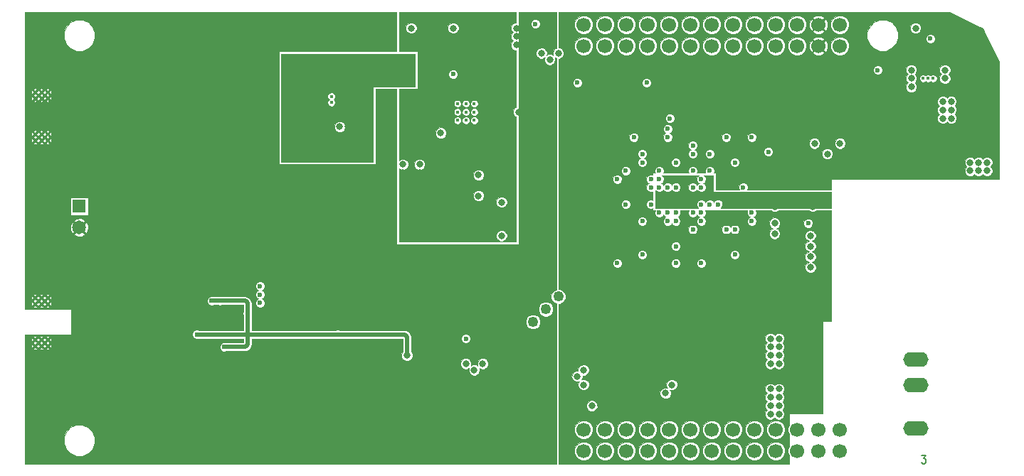
<source format=gbr>
G04 (created by PCBNEW (2013-mar-25)-stable) date Thursday, May 05, 2016 07:05:57 AM*
%MOIN*%
G04 Gerber Fmt 3.4, Leading zero omitted, Abs format*
%FSLAX34Y34*%
G01*
G70*
G90*
G04 APERTURE LIST*
%ADD10C,0.006*%
%ADD11C,0.00590551*%
%ADD12C,0.015748*%
%ADD13C,0.0669291*%
%ADD14C,0.023622*%
%ADD15R,0.0649606X0.0649606*%
%ADD16C,0.0649606*%
%ADD17C,0.0492126*%
%ADD18O,0.11811X0.0688976*%
%ADD19C,0.0314961*%
%ADD20C,0.019685*%
%ADD21C,0.00393701*%
G04 APERTURE END LIST*
G54D10*
G54D11*
X72139Y-49568D02*
X72334Y-49568D01*
X72229Y-49718D01*
X72274Y-49718D01*
X72304Y-49737D01*
X72319Y-49756D01*
X72334Y-49793D01*
X72334Y-49887D01*
X72319Y-49925D01*
X72304Y-49943D01*
X72274Y-49962D01*
X72184Y-49962D01*
X72154Y-49943D01*
X72139Y-49925D01*
G54D12*
X50787Y-33464D03*
X50393Y-33464D03*
X51181Y-33464D03*
X51181Y-33070D03*
X50787Y-33070D03*
X50393Y-33070D03*
X50393Y-33858D03*
X50787Y-33858D03*
X51181Y-33858D03*
X72440Y-31889D03*
X72677Y-31889D03*
X72204Y-31889D03*
X39173Y-43208D03*
X39566Y-43208D03*
X39173Y-43602D03*
X39566Y-43602D03*
X44488Y-32726D03*
X44488Y-33021D03*
G54D13*
X68305Y-48370D03*
X68305Y-49370D03*
X67305Y-48370D03*
X67305Y-49370D03*
X66305Y-48370D03*
X66305Y-49370D03*
X65305Y-48370D03*
X65305Y-49370D03*
X64305Y-48370D03*
X64305Y-49370D03*
X63305Y-48370D03*
X63305Y-49370D03*
X62305Y-48370D03*
X62305Y-49370D03*
X61305Y-48370D03*
X61305Y-49370D03*
X60305Y-48370D03*
X60305Y-49370D03*
X59305Y-48370D03*
X59305Y-49370D03*
X58305Y-48370D03*
X58305Y-49370D03*
X57305Y-48370D03*
X57305Y-49370D03*
X56305Y-48370D03*
X56305Y-49370D03*
X68305Y-29370D03*
X68305Y-30370D03*
X67305Y-29370D03*
X67305Y-30370D03*
X66305Y-29370D03*
X66305Y-30370D03*
X65305Y-29370D03*
X65305Y-30370D03*
X64305Y-29370D03*
X64305Y-30370D03*
X63305Y-29370D03*
X63305Y-30370D03*
X62305Y-29370D03*
X62305Y-30370D03*
X61305Y-29370D03*
X61305Y-30370D03*
X60305Y-29370D03*
X60305Y-30370D03*
X59305Y-29370D03*
X59305Y-30370D03*
X58305Y-29370D03*
X58305Y-30370D03*
X57305Y-29370D03*
X57305Y-30370D03*
X56305Y-29370D03*
X56305Y-30370D03*
G54D14*
X60334Y-33759D03*
G54D15*
X32677Y-37885D03*
G54D16*
X32677Y-38885D03*
G54D17*
X55118Y-42125D03*
X54527Y-42716D03*
X53937Y-43307D03*
G54D14*
X51673Y-31299D03*
G54D12*
X30610Y-44438D03*
X30610Y-44143D03*
X30905Y-44438D03*
X30905Y-44143D03*
X31200Y-44438D03*
X31200Y-44143D03*
X30610Y-42175D03*
X30610Y-42470D03*
X30905Y-42175D03*
X30905Y-42470D03*
X31200Y-42175D03*
X31200Y-42470D03*
X30610Y-34793D03*
X30610Y-34498D03*
X30905Y-34793D03*
X30905Y-34498D03*
X31200Y-34793D03*
X31200Y-34498D03*
X30610Y-32529D03*
X30610Y-32824D03*
X30905Y-32529D03*
X30905Y-32824D03*
X31200Y-32529D03*
X31200Y-32824D03*
G54D18*
X71850Y-45078D03*
X71850Y-46259D03*
X71850Y-48307D03*
G54D19*
X47834Y-31299D03*
X44586Y-31397D03*
X44094Y-34153D03*
X45275Y-34153D03*
G54D14*
X50196Y-31692D03*
G54D19*
X44881Y-34153D03*
G54D14*
X60236Y-34645D03*
G54D19*
X56003Y-45866D03*
G54D14*
X59251Y-32086D03*
X56003Y-32086D03*
G54D19*
X56299Y-45570D03*
G54D14*
X61811Y-36614D03*
X61417Y-35039D03*
X62204Y-35433D03*
X64173Y-38188D03*
X63385Y-38976D03*
G54D19*
X75196Y-35826D03*
G54D14*
X61811Y-37007D03*
X70078Y-31496D03*
G54D19*
X67125Y-34940D03*
X68307Y-34940D03*
X67716Y-35433D03*
G54D14*
X57874Y-36614D03*
X64960Y-35334D03*
X60629Y-37007D03*
X59842Y-38188D03*
X60629Y-38188D03*
G54D19*
X74803Y-35826D03*
X75196Y-36220D03*
X74803Y-36220D03*
X74409Y-35826D03*
X74409Y-36220D03*
G54D14*
X61417Y-38188D03*
X62204Y-37795D03*
X59842Y-36220D03*
X59448Y-36614D03*
X59842Y-37007D03*
G54D19*
X65255Y-37401D03*
X65255Y-37893D03*
X67027Y-37893D03*
X67027Y-37401D03*
G54D14*
X60629Y-36614D03*
X60629Y-37795D03*
X62204Y-36614D03*
X61417Y-36614D03*
X60236Y-37795D03*
G54D19*
X60236Y-45866D03*
X57086Y-47244D03*
X68405Y-32283D03*
X69783Y-32283D03*
X69094Y-31791D03*
G54D14*
X58661Y-37007D03*
X58661Y-35826D03*
X59842Y-39370D03*
X63779Y-35433D03*
X63779Y-39370D03*
X58661Y-39763D03*
X57381Y-37401D03*
X57381Y-39173D03*
X59842Y-41043D03*
X64074Y-41043D03*
X64960Y-35925D03*
X64173Y-33759D03*
X60925Y-33759D03*
X57381Y-34251D03*
X57874Y-34251D03*
X60629Y-34645D03*
X62204Y-34251D03*
X59842Y-35039D03*
X59055Y-37795D03*
X59842Y-40551D03*
X64173Y-40551D03*
X62598Y-39763D03*
X61417Y-39763D03*
X63385Y-38188D03*
X62204Y-35039D03*
X62598Y-35433D03*
X61417Y-35826D03*
X64173Y-36220D03*
X62598Y-36220D03*
X62598Y-36614D03*
X62992Y-36614D03*
X62598Y-37007D03*
X57874Y-38582D03*
X62204Y-38582D03*
X59448Y-38188D03*
G54D19*
X48818Y-31299D03*
X52755Y-33070D03*
G54D14*
X49409Y-32381D03*
G54D19*
X48818Y-34153D03*
X52066Y-38582D03*
X52066Y-37007D03*
X47834Y-36318D03*
X48622Y-36318D03*
X51574Y-30314D03*
X48031Y-44881D03*
G54D14*
X44783Y-43897D03*
X39468Y-44488D03*
X38188Y-43897D03*
G54D19*
X40551Y-43897D03*
G54D14*
X40551Y-42913D03*
X38877Y-42322D03*
X39271Y-42322D03*
G54D19*
X65452Y-44488D03*
X65452Y-44881D03*
X65452Y-45275D03*
X65452Y-44094D03*
X65059Y-44488D03*
X65059Y-45275D03*
X65059Y-44881D03*
X65059Y-44094D03*
G54D14*
X54035Y-29330D03*
G54D19*
X54330Y-30708D03*
X55118Y-30708D03*
X54724Y-31003D03*
X50787Y-45275D03*
X51574Y-45275D03*
X51181Y-45570D03*
G54D14*
X66830Y-38681D03*
X50787Y-44094D03*
G54D19*
X73523Y-33366D03*
X73523Y-33759D03*
X73129Y-33366D03*
X73523Y-32972D03*
X73129Y-33759D03*
X73129Y-32972D03*
X65255Y-38681D03*
X65255Y-39173D03*
G54D14*
X72539Y-30019D03*
G54D19*
X60433Y-46259D03*
X56299Y-46259D03*
G54D14*
X60629Y-40551D03*
X41141Y-41633D03*
X41141Y-42421D03*
G54D19*
X41338Y-43011D03*
X38385Y-44389D03*
X37204Y-41830D03*
X36122Y-42913D03*
X36614Y-42913D03*
X65452Y-47244D03*
X65452Y-46850D03*
X65452Y-46456D03*
X65452Y-47637D03*
X65059Y-47244D03*
X65059Y-46456D03*
X65059Y-46850D03*
X65059Y-47637D03*
X66929Y-39271D03*
X56692Y-47244D03*
X60137Y-46653D03*
X34251Y-43700D03*
X35039Y-43700D03*
X33464Y-43700D03*
X32677Y-43700D03*
X54133Y-49212D03*
X50196Y-49212D03*
X44291Y-49212D03*
X40354Y-49212D03*
X38385Y-49212D03*
X36417Y-49212D03*
X33464Y-47244D03*
X31496Y-47244D03*
X34448Y-49212D03*
X42322Y-49212D03*
X46259Y-49212D03*
X48228Y-49212D03*
X52165Y-49212D03*
X34251Y-42913D03*
X32677Y-42913D03*
X33464Y-42913D03*
X35039Y-42913D03*
X47047Y-35236D03*
X44881Y-37696D03*
X42519Y-37696D03*
X40157Y-37696D03*
X37795Y-37696D03*
X44881Y-30413D03*
X42519Y-30413D03*
X40157Y-30413D03*
X37795Y-30413D03*
X35531Y-32874D03*
X53248Y-33464D03*
X49606Y-34448D03*
X47834Y-35925D03*
X48622Y-35925D03*
X52460Y-39271D03*
X52460Y-37696D03*
X53740Y-39370D03*
X53740Y-37795D03*
X51377Y-37401D03*
X51377Y-36417D03*
X53149Y-29921D03*
X53149Y-30314D03*
X53149Y-29527D03*
X49606Y-44488D03*
X49606Y-44881D03*
X49606Y-44094D03*
X71850Y-29527D03*
X48228Y-29527D03*
X44291Y-29527D03*
X40354Y-29527D03*
X36417Y-29527D03*
X38385Y-29527D03*
X42322Y-29527D03*
X46259Y-29527D03*
X50196Y-29527D03*
X34448Y-29527D03*
X36417Y-29527D03*
G54D14*
X61417Y-37007D03*
G54D19*
X36122Y-43700D03*
X36909Y-43700D03*
G54D14*
X39074Y-44488D03*
G54D19*
X66929Y-40748D03*
X66929Y-40255D03*
X66929Y-39763D03*
G54D14*
X63385Y-40157D03*
X58661Y-34645D03*
X60629Y-35826D03*
X64173Y-34645D03*
X62992Y-34645D03*
X58267Y-36220D03*
X61417Y-36220D03*
X61417Y-35433D03*
X60236Y-37007D03*
X59055Y-40157D03*
X61811Y-40551D03*
X59448Y-37007D03*
X64173Y-38582D03*
X57874Y-40551D03*
X60629Y-39763D03*
X61811Y-37795D03*
X62598Y-37795D03*
G54D19*
X73228Y-31889D03*
X71653Y-31889D03*
X73228Y-31496D03*
X71653Y-31496D03*
X71653Y-32283D03*
X46259Y-46653D03*
G54D14*
X58267Y-37795D03*
X60236Y-34251D03*
X59055Y-35826D03*
X63385Y-35826D03*
X62204Y-36220D03*
X63779Y-37007D03*
X61417Y-38976D03*
X62992Y-38976D03*
X59055Y-38582D03*
X60629Y-38582D03*
X61811Y-38582D03*
X61811Y-38188D03*
X60236Y-38582D03*
X60236Y-38188D03*
X59842Y-36614D03*
X41141Y-42027D03*
X59448Y-37795D03*
X59055Y-35433D03*
G54D20*
X47933Y-43897D02*
X48031Y-43996D01*
X47933Y-43897D02*
X44783Y-43897D01*
X48031Y-44881D02*
X48031Y-43996D01*
X40551Y-43897D02*
X44783Y-43897D01*
X39468Y-44488D02*
X40452Y-44488D01*
X40551Y-44389D02*
X40551Y-43897D01*
X40452Y-44488D02*
X40551Y-44389D01*
X38188Y-43897D02*
X40551Y-43897D01*
X40551Y-42913D02*
X40551Y-43897D01*
X39271Y-42322D02*
X40452Y-42322D01*
X40551Y-42421D02*
X40551Y-42913D01*
X40452Y-42322D02*
X40551Y-42421D01*
X38877Y-42322D02*
X39271Y-42322D01*
G54D10*
G36*
X67893Y-37972D02*
X67716Y-37972D01*
X64173Y-37972D01*
X64130Y-37972D01*
X64130Y-37972D01*
X63385Y-37972D01*
X63342Y-37972D01*
X63342Y-37972D01*
X62727Y-37972D01*
X62781Y-37918D01*
X62814Y-37838D01*
X62814Y-37752D01*
X62782Y-37672D01*
X62721Y-37611D01*
X62641Y-37578D01*
X62555Y-37578D01*
X62475Y-37611D01*
X62414Y-37672D01*
X62401Y-37704D01*
X62388Y-37672D01*
X62327Y-37611D01*
X62247Y-37578D01*
X62161Y-37578D01*
X62082Y-37611D01*
X62021Y-37672D01*
X62007Y-37704D01*
X61994Y-37672D01*
X61933Y-37611D01*
X61854Y-37578D01*
X61768Y-37578D01*
X61688Y-37611D01*
X61627Y-37672D01*
X61594Y-37752D01*
X61594Y-37838D01*
X61627Y-37917D01*
X61681Y-37972D01*
X61417Y-37972D01*
X61374Y-37972D01*
X61374Y-37972D01*
X60629Y-37972D01*
X60587Y-37972D01*
X60586Y-37972D01*
X60236Y-37972D01*
X60193Y-37972D01*
X60193Y-37972D01*
X59842Y-37972D01*
X59799Y-37972D01*
X59799Y-37972D01*
X59665Y-37972D01*
X59665Y-37795D01*
X59665Y-37752D01*
X59665Y-37752D01*
X59665Y-37136D01*
X59719Y-37191D01*
X59799Y-37224D01*
X59885Y-37224D01*
X59965Y-37191D01*
X60025Y-37130D01*
X60039Y-37098D01*
X60052Y-37130D01*
X60113Y-37191D01*
X60192Y-37224D01*
X60279Y-37224D01*
X60358Y-37191D01*
X60419Y-37130D01*
X60433Y-37098D01*
X60446Y-37130D01*
X60507Y-37191D01*
X60586Y-37224D01*
X60672Y-37224D01*
X60752Y-37191D01*
X60813Y-37130D01*
X60846Y-37051D01*
X60846Y-36964D01*
X60813Y-36885D01*
X60752Y-36824D01*
X60673Y-36791D01*
X60587Y-36791D01*
X60507Y-36824D01*
X60446Y-36885D01*
X60433Y-36917D01*
X60419Y-36885D01*
X60359Y-36824D01*
X60279Y-36791D01*
X60193Y-36791D01*
X60113Y-36824D01*
X60052Y-36885D01*
X60039Y-36917D01*
X60026Y-36885D01*
X59965Y-36824D01*
X59933Y-36811D01*
X59965Y-36797D01*
X60025Y-36736D01*
X60059Y-36657D01*
X60059Y-36571D01*
X60026Y-36491D01*
X59971Y-36437D01*
X61417Y-36437D01*
X61460Y-36437D01*
X61460Y-36437D01*
X61682Y-36437D01*
X61627Y-36491D01*
X61594Y-36570D01*
X61594Y-36657D01*
X61627Y-36736D01*
X61688Y-36797D01*
X61720Y-36811D01*
X61688Y-36824D01*
X61627Y-36885D01*
X61614Y-36917D01*
X61600Y-36885D01*
X61540Y-36824D01*
X61460Y-36791D01*
X61374Y-36791D01*
X61294Y-36824D01*
X61233Y-36885D01*
X61200Y-36964D01*
X61200Y-37050D01*
X61233Y-37130D01*
X61294Y-37191D01*
X61374Y-37224D01*
X61460Y-37224D01*
X61539Y-37191D01*
X61600Y-37130D01*
X61614Y-37098D01*
X61627Y-37130D01*
X61688Y-37191D01*
X61767Y-37224D01*
X61853Y-37224D01*
X61933Y-37191D01*
X61994Y-37130D01*
X62027Y-37051D01*
X62027Y-36964D01*
X61994Y-36885D01*
X61933Y-36824D01*
X61901Y-36811D01*
X61933Y-36797D01*
X61994Y-36736D01*
X62027Y-36657D01*
X62027Y-36571D01*
X61994Y-36491D01*
X61940Y-36437D01*
X62204Y-36437D01*
X62247Y-36437D01*
X62247Y-36437D01*
X62381Y-36437D01*
X62381Y-36614D01*
X62381Y-36657D01*
X62381Y-36657D01*
X62381Y-37007D01*
X62381Y-37050D01*
X62381Y-37050D01*
X62381Y-37224D01*
X62598Y-37224D01*
X62641Y-37224D01*
X62641Y-37224D01*
X63779Y-37224D01*
X63822Y-37224D01*
X63822Y-37224D01*
X67893Y-37224D01*
X67893Y-37972D01*
X67893Y-37972D01*
G37*
G54D21*
X67893Y-37972D02*
X67716Y-37972D01*
X64173Y-37972D01*
X64130Y-37972D01*
X64130Y-37972D01*
X63385Y-37972D01*
X63342Y-37972D01*
X63342Y-37972D01*
X62727Y-37972D01*
X62781Y-37918D01*
X62814Y-37838D01*
X62814Y-37752D01*
X62782Y-37672D01*
X62721Y-37611D01*
X62641Y-37578D01*
X62555Y-37578D01*
X62475Y-37611D01*
X62414Y-37672D01*
X62401Y-37704D01*
X62388Y-37672D01*
X62327Y-37611D01*
X62247Y-37578D01*
X62161Y-37578D01*
X62082Y-37611D01*
X62021Y-37672D01*
X62007Y-37704D01*
X61994Y-37672D01*
X61933Y-37611D01*
X61854Y-37578D01*
X61768Y-37578D01*
X61688Y-37611D01*
X61627Y-37672D01*
X61594Y-37752D01*
X61594Y-37838D01*
X61627Y-37917D01*
X61681Y-37972D01*
X61417Y-37972D01*
X61374Y-37972D01*
X61374Y-37972D01*
X60629Y-37972D01*
X60587Y-37972D01*
X60586Y-37972D01*
X60236Y-37972D01*
X60193Y-37972D01*
X60193Y-37972D01*
X59842Y-37972D01*
X59799Y-37972D01*
X59799Y-37972D01*
X59665Y-37972D01*
X59665Y-37795D01*
X59665Y-37752D01*
X59665Y-37752D01*
X59665Y-37136D01*
X59719Y-37191D01*
X59799Y-37224D01*
X59885Y-37224D01*
X59965Y-37191D01*
X60025Y-37130D01*
X60039Y-37098D01*
X60052Y-37130D01*
X60113Y-37191D01*
X60192Y-37224D01*
X60279Y-37224D01*
X60358Y-37191D01*
X60419Y-37130D01*
X60433Y-37098D01*
X60446Y-37130D01*
X60507Y-37191D01*
X60586Y-37224D01*
X60672Y-37224D01*
X60752Y-37191D01*
X60813Y-37130D01*
X60846Y-37051D01*
X60846Y-36964D01*
X60813Y-36885D01*
X60752Y-36824D01*
X60673Y-36791D01*
X60587Y-36791D01*
X60507Y-36824D01*
X60446Y-36885D01*
X60433Y-36917D01*
X60419Y-36885D01*
X60359Y-36824D01*
X60279Y-36791D01*
X60193Y-36791D01*
X60113Y-36824D01*
X60052Y-36885D01*
X60039Y-36917D01*
X60026Y-36885D01*
X59965Y-36824D01*
X59933Y-36811D01*
X59965Y-36797D01*
X60025Y-36736D01*
X60059Y-36657D01*
X60059Y-36571D01*
X60026Y-36491D01*
X59971Y-36437D01*
X61417Y-36437D01*
X61460Y-36437D01*
X61460Y-36437D01*
X61682Y-36437D01*
X61627Y-36491D01*
X61594Y-36570D01*
X61594Y-36657D01*
X61627Y-36736D01*
X61688Y-36797D01*
X61720Y-36811D01*
X61688Y-36824D01*
X61627Y-36885D01*
X61614Y-36917D01*
X61600Y-36885D01*
X61540Y-36824D01*
X61460Y-36791D01*
X61374Y-36791D01*
X61294Y-36824D01*
X61233Y-36885D01*
X61200Y-36964D01*
X61200Y-37050D01*
X61233Y-37130D01*
X61294Y-37191D01*
X61374Y-37224D01*
X61460Y-37224D01*
X61539Y-37191D01*
X61600Y-37130D01*
X61614Y-37098D01*
X61627Y-37130D01*
X61688Y-37191D01*
X61767Y-37224D01*
X61853Y-37224D01*
X61933Y-37191D01*
X61994Y-37130D01*
X62027Y-37051D01*
X62027Y-36964D01*
X61994Y-36885D01*
X61933Y-36824D01*
X61901Y-36811D01*
X61933Y-36797D01*
X61994Y-36736D01*
X62027Y-36657D01*
X62027Y-36571D01*
X61994Y-36491D01*
X61940Y-36437D01*
X62204Y-36437D01*
X62247Y-36437D01*
X62247Y-36437D01*
X62381Y-36437D01*
X62381Y-36614D01*
X62381Y-36657D01*
X62381Y-36657D01*
X62381Y-37007D01*
X62381Y-37050D01*
X62381Y-37050D01*
X62381Y-37224D01*
X62598Y-37224D01*
X62641Y-37224D01*
X62641Y-37224D01*
X63779Y-37224D01*
X63822Y-37224D01*
X63822Y-37224D01*
X67893Y-37224D01*
X67893Y-37972D01*
G54D10*
G36*
X48405Y-32263D02*
X46437Y-32263D01*
X46437Y-35807D01*
X45137Y-35807D01*
X45137Y-34102D01*
X45098Y-34008D01*
X45027Y-33936D01*
X44933Y-33897D01*
X44831Y-33897D01*
X44737Y-33936D01*
X44665Y-34008D01*
X44665Y-32986D01*
X44638Y-32921D01*
X44591Y-32873D01*
X44638Y-32826D01*
X44665Y-32761D01*
X44665Y-32691D01*
X44638Y-32626D01*
X44588Y-32576D01*
X44523Y-32549D01*
X44453Y-32549D01*
X44387Y-32576D01*
X44338Y-32625D01*
X44311Y-32690D01*
X44310Y-32761D01*
X44337Y-32826D01*
X44385Y-32874D01*
X44338Y-32921D01*
X44311Y-32986D01*
X44310Y-33056D01*
X44337Y-33121D01*
X44387Y-33171D01*
X44452Y-33198D01*
X44523Y-33198D01*
X44588Y-33171D01*
X44638Y-33122D01*
X44665Y-33057D01*
X44665Y-32986D01*
X44665Y-34008D01*
X44665Y-34008D01*
X44626Y-34102D01*
X44625Y-34204D01*
X44664Y-34298D01*
X44736Y-34370D01*
X44830Y-34409D01*
X44932Y-34409D01*
X45026Y-34370D01*
X45098Y-34298D01*
X45137Y-34204D01*
X45137Y-34102D01*
X45137Y-35807D01*
X42145Y-35807D01*
X42145Y-30728D01*
X48405Y-30728D01*
X48405Y-32263D01*
X48405Y-32263D01*
G37*
G54D21*
X48405Y-32263D02*
X46437Y-32263D01*
X46437Y-35807D01*
X45137Y-35807D01*
X45137Y-34102D01*
X45098Y-34008D01*
X45027Y-33936D01*
X44933Y-33897D01*
X44831Y-33897D01*
X44737Y-33936D01*
X44665Y-34008D01*
X44665Y-32986D01*
X44638Y-32921D01*
X44591Y-32873D01*
X44638Y-32826D01*
X44665Y-32761D01*
X44665Y-32691D01*
X44638Y-32626D01*
X44588Y-32576D01*
X44523Y-32549D01*
X44453Y-32549D01*
X44387Y-32576D01*
X44338Y-32625D01*
X44311Y-32690D01*
X44310Y-32761D01*
X44337Y-32826D01*
X44385Y-32874D01*
X44338Y-32921D01*
X44311Y-32986D01*
X44310Y-33056D01*
X44337Y-33121D01*
X44387Y-33171D01*
X44452Y-33198D01*
X44523Y-33198D01*
X44588Y-33171D01*
X44638Y-33122D01*
X44665Y-33057D01*
X44665Y-32986D01*
X44665Y-34008D01*
X44665Y-34008D01*
X44626Y-34102D01*
X44625Y-34204D01*
X44664Y-34298D01*
X44736Y-34370D01*
X44830Y-34409D01*
X44932Y-34409D01*
X45026Y-34370D01*
X45098Y-34298D01*
X45137Y-34204D01*
X45137Y-34102D01*
X45137Y-35807D01*
X42145Y-35807D01*
X42145Y-30728D01*
X48405Y-30728D01*
X48405Y-32263D01*
G54D10*
G36*
X53129Y-39547D02*
X52716Y-39547D01*
X52716Y-39220D01*
X52716Y-37646D01*
X52677Y-37552D01*
X52605Y-37480D01*
X52511Y-37440D01*
X52409Y-37440D01*
X52315Y-37479D01*
X52243Y-37551D01*
X52204Y-37645D01*
X52204Y-37747D01*
X52243Y-37841D01*
X52315Y-37913D01*
X52409Y-37952D01*
X52511Y-37952D01*
X52605Y-37913D01*
X52677Y-37841D01*
X52716Y-37747D01*
X52716Y-37646D01*
X52716Y-39220D01*
X52677Y-39126D01*
X52605Y-39054D01*
X52511Y-39015D01*
X52409Y-39015D01*
X52315Y-39054D01*
X52243Y-39126D01*
X52204Y-39220D01*
X52204Y-39322D01*
X52243Y-39416D01*
X52315Y-39488D01*
X52409Y-39527D01*
X52511Y-39527D01*
X52605Y-39488D01*
X52677Y-39416D01*
X52716Y-39322D01*
X52716Y-39220D01*
X52716Y-39547D01*
X51633Y-39547D01*
X51633Y-37350D01*
X51633Y-36366D01*
X51595Y-36272D01*
X51523Y-36200D01*
X51429Y-36161D01*
X51358Y-36161D01*
X51358Y-33823D01*
X51358Y-33429D01*
X51358Y-33035D01*
X51331Y-32970D01*
X51281Y-32920D01*
X51216Y-32893D01*
X51146Y-32893D01*
X51080Y-32920D01*
X51030Y-32970D01*
X51003Y-33035D01*
X51003Y-33105D01*
X51030Y-33171D01*
X51080Y-33220D01*
X51145Y-33248D01*
X51216Y-33248D01*
X51281Y-33221D01*
X51331Y-33171D01*
X51358Y-33106D01*
X51358Y-33035D01*
X51358Y-33429D01*
X51331Y-33364D01*
X51281Y-33314D01*
X51216Y-33287D01*
X51146Y-33287D01*
X51080Y-33314D01*
X51030Y-33364D01*
X51003Y-33429D01*
X51003Y-33499D01*
X51030Y-33564D01*
X51080Y-33614D01*
X51145Y-33641D01*
X51216Y-33641D01*
X51281Y-33614D01*
X51331Y-33565D01*
X51358Y-33499D01*
X51358Y-33429D01*
X51358Y-33823D01*
X51331Y-33758D01*
X51281Y-33708D01*
X51216Y-33681D01*
X51146Y-33681D01*
X51080Y-33707D01*
X51030Y-33757D01*
X51003Y-33822D01*
X51003Y-33893D01*
X51030Y-33958D01*
X51080Y-34008D01*
X51145Y-34035D01*
X51216Y-34035D01*
X51281Y-34008D01*
X51331Y-33958D01*
X51358Y-33893D01*
X51358Y-33823D01*
X51358Y-36161D01*
X51327Y-36161D01*
X51233Y-36200D01*
X51161Y-36272D01*
X51122Y-36366D01*
X51122Y-36468D01*
X51160Y-36562D01*
X51232Y-36634D01*
X51326Y-36673D01*
X51428Y-36673D01*
X51522Y-36634D01*
X51594Y-36562D01*
X51633Y-36468D01*
X51633Y-36366D01*
X51633Y-37350D01*
X51595Y-37256D01*
X51523Y-37184D01*
X51429Y-37145D01*
X51327Y-37145D01*
X51233Y-37184D01*
X51161Y-37256D01*
X51122Y-37350D01*
X51122Y-37452D01*
X51160Y-37546D01*
X51232Y-37618D01*
X51326Y-37657D01*
X51428Y-37657D01*
X51522Y-37618D01*
X51594Y-37546D01*
X51633Y-37452D01*
X51633Y-37350D01*
X51633Y-39547D01*
X50964Y-39547D01*
X50964Y-33823D01*
X50964Y-33429D01*
X50964Y-33035D01*
X50937Y-32970D01*
X50887Y-32920D01*
X50822Y-32893D01*
X50752Y-32893D01*
X50687Y-32920D01*
X50637Y-32970D01*
X50610Y-33035D01*
X50610Y-33105D01*
X50637Y-33171D01*
X50686Y-33220D01*
X50752Y-33248D01*
X50822Y-33248D01*
X50887Y-33221D01*
X50937Y-33171D01*
X50964Y-33106D01*
X50964Y-33035D01*
X50964Y-33429D01*
X50937Y-33364D01*
X50887Y-33314D01*
X50822Y-33287D01*
X50752Y-33287D01*
X50687Y-33314D01*
X50637Y-33364D01*
X50610Y-33429D01*
X50610Y-33499D01*
X50637Y-33564D01*
X50686Y-33614D01*
X50752Y-33641D01*
X50822Y-33641D01*
X50887Y-33614D01*
X50937Y-33565D01*
X50964Y-33499D01*
X50964Y-33429D01*
X50964Y-33823D01*
X50937Y-33758D01*
X50887Y-33708D01*
X50822Y-33681D01*
X50752Y-33681D01*
X50687Y-33707D01*
X50637Y-33757D01*
X50610Y-33822D01*
X50610Y-33893D01*
X50637Y-33958D01*
X50686Y-34008D01*
X50752Y-34035D01*
X50822Y-34035D01*
X50887Y-34008D01*
X50937Y-33958D01*
X50964Y-33893D01*
X50964Y-33823D01*
X50964Y-39547D01*
X50570Y-39547D01*
X50570Y-33823D01*
X50570Y-33429D01*
X50570Y-33035D01*
X50543Y-32970D01*
X50494Y-32920D01*
X50452Y-32903D01*
X50452Y-29476D01*
X50413Y-29382D01*
X50341Y-29310D01*
X50247Y-29271D01*
X50146Y-29271D01*
X50052Y-29310D01*
X49980Y-29382D01*
X49940Y-29476D01*
X49940Y-29578D01*
X49979Y-29672D01*
X50051Y-29744D01*
X50145Y-29783D01*
X50247Y-29783D01*
X50341Y-29744D01*
X50413Y-29672D01*
X50452Y-29578D01*
X50452Y-29476D01*
X50452Y-32903D01*
X50429Y-32893D01*
X50413Y-32893D01*
X50413Y-31650D01*
X50380Y-31570D01*
X50319Y-31509D01*
X50240Y-31476D01*
X50153Y-31476D01*
X50074Y-31509D01*
X50013Y-31570D01*
X49980Y-31649D01*
X49980Y-31735D01*
X50013Y-31815D01*
X50074Y-31876D01*
X50153Y-31909D01*
X50239Y-31909D01*
X50319Y-31876D01*
X50380Y-31815D01*
X50413Y-31736D01*
X50413Y-31650D01*
X50413Y-32893D01*
X50358Y-32893D01*
X50293Y-32920D01*
X50243Y-32970D01*
X50216Y-33035D01*
X50216Y-33105D01*
X50243Y-33171D01*
X50293Y-33220D01*
X50358Y-33248D01*
X50428Y-33248D01*
X50493Y-33221D01*
X50543Y-33171D01*
X50570Y-33106D01*
X50570Y-33035D01*
X50570Y-33429D01*
X50543Y-33364D01*
X50494Y-33314D01*
X50429Y-33287D01*
X50358Y-33287D01*
X50293Y-33314D01*
X50243Y-33364D01*
X50216Y-33429D01*
X50216Y-33499D01*
X50243Y-33564D01*
X50293Y-33614D01*
X50358Y-33641D01*
X50428Y-33641D01*
X50493Y-33614D01*
X50543Y-33565D01*
X50570Y-33499D01*
X50570Y-33429D01*
X50570Y-33823D01*
X50543Y-33758D01*
X50494Y-33708D01*
X50429Y-33681D01*
X50358Y-33681D01*
X50293Y-33707D01*
X50243Y-33757D01*
X50216Y-33822D01*
X50216Y-33893D01*
X50243Y-33958D01*
X50293Y-34008D01*
X50358Y-34035D01*
X50428Y-34035D01*
X50493Y-34008D01*
X50543Y-33958D01*
X50570Y-33893D01*
X50570Y-33823D01*
X50570Y-39547D01*
X49862Y-39547D01*
X49862Y-34398D01*
X49823Y-34304D01*
X49751Y-34231D01*
X49657Y-34192D01*
X49555Y-34192D01*
X49461Y-34231D01*
X49389Y-34303D01*
X49350Y-34397D01*
X49350Y-34499D01*
X49389Y-34593D01*
X49461Y-34665D01*
X49555Y-34704D01*
X49656Y-34704D01*
X49751Y-34665D01*
X49823Y-34593D01*
X49862Y-34499D01*
X49862Y-34398D01*
X49862Y-39547D01*
X48877Y-39547D01*
X48877Y-35874D01*
X48839Y-35780D01*
X48767Y-35708D01*
X48673Y-35669D01*
X48571Y-35669D01*
X48477Y-35708D01*
X48405Y-35780D01*
X48366Y-35874D01*
X48366Y-35975D01*
X48404Y-36069D01*
X48476Y-36142D01*
X48570Y-36181D01*
X48672Y-36181D01*
X48766Y-36142D01*
X48838Y-36070D01*
X48877Y-35976D01*
X48877Y-35874D01*
X48877Y-39547D01*
X47657Y-39547D01*
X47657Y-36109D01*
X47689Y-36142D01*
X47783Y-36181D01*
X47885Y-36181D01*
X47979Y-36142D01*
X48051Y-36070D01*
X48090Y-35976D01*
X48090Y-35874D01*
X48051Y-35780D01*
X47979Y-35708D01*
X47885Y-35669D01*
X47783Y-35669D01*
X47689Y-35708D01*
X47657Y-35740D01*
X47657Y-32381D01*
X48523Y-32381D01*
X48523Y-30610D01*
X48484Y-30610D01*
X48484Y-29476D01*
X48445Y-29382D01*
X48373Y-29310D01*
X48279Y-29271D01*
X48177Y-29271D01*
X48083Y-29310D01*
X48011Y-29382D01*
X47972Y-29476D01*
X47972Y-29578D01*
X48011Y-29672D01*
X48083Y-29744D01*
X48177Y-29783D01*
X48279Y-29783D01*
X48373Y-29744D01*
X48445Y-29672D01*
X48484Y-29578D01*
X48484Y-29476D01*
X48484Y-30610D01*
X47657Y-30610D01*
X47657Y-28759D01*
X53129Y-28759D01*
X53129Y-29271D01*
X53098Y-29271D01*
X53004Y-29310D01*
X52932Y-29382D01*
X52893Y-29476D01*
X52893Y-29578D01*
X52932Y-29672D01*
X52984Y-29724D01*
X52932Y-29776D01*
X52893Y-29870D01*
X52893Y-29971D01*
X52932Y-30066D01*
X52984Y-30118D01*
X52932Y-30169D01*
X52893Y-30263D01*
X52893Y-30365D01*
X52932Y-30459D01*
X53004Y-30531D01*
X53098Y-30570D01*
X53129Y-30570D01*
X53129Y-33236D01*
X53103Y-33247D01*
X53031Y-33319D01*
X52992Y-33413D01*
X52992Y-33515D01*
X53030Y-33609D01*
X53102Y-33681D01*
X53129Y-33692D01*
X53129Y-39547D01*
X53129Y-39547D01*
G37*
G54D21*
X53129Y-39547D02*
X52716Y-39547D01*
X52716Y-39220D01*
X52716Y-37646D01*
X52677Y-37552D01*
X52605Y-37480D01*
X52511Y-37440D01*
X52409Y-37440D01*
X52315Y-37479D01*
X52243Y-37551D01*
X52204Y-37645D01*
X52204Y-37747D01*
X52243Y-37841D01*
X52315Y-37913D01*
X52409Y-37952D01*
X52511Y-37952D01*
X52605Y-37913D01*
X52677Y-37841D01*
X52716Y-37747D01*
X52716Y-37646D01*
X52716Y-39220D01*
X52677Y-39126D01*
X52605Y-39054D01*
X52511Y-39015D01*
X52409Y-39015D01*
X52315Y-39054D01*
X52243Y-39126D01*
X52204Y-39220D01*
X52204Y-39322D01*
X52243Y-39416D01*
X52315Y-39488D01*
X52409Y-39527D01*
X52511Y-39527D01*
X52605Y-39488D01*
X52677Y-39416D01*
X52716Y-39322D01*
X52716Y-39220D01*
X52716Y-39547D01*
X51633Y-39547D01*
X51633Y-37350D01*
X51633Y-36366D01*
X51595Y-36272D01*
X51523Y-36200D01*
X51429Y-36161D01*
X51358Y-36161D01*
X51358Y-33823D01*
X51358Y-33429D01*
X51358Y-33035D01*
X51331Y-32970D01*
X51281Y-32920D01*
X51216Y-32893D01*
X51146Y-32893D01*
X51080Y-32920D01*
X51030Y-32970D01*
X51003Y-33035D01*
X51003Y-33105D01*
X51030Y-33171D01*
X51080Y-33220D01*
X51145Y-33248D01*
X51216Y-33248D01*
X51281Y-33221D01*
X51331Y-33171D01*
X51358Y-33106D01*
X51358Y-33035D01*
X51358Y-33429D01*
X51331Y-33364D01*
X51281Y-33314D01*
X51216Y-33287D01*
X51146Y-33287D01*
X51080Y-33314D01*
X51030Y-33364D01*
X51003Y-33429D01*
X51003Y-33499D01*
X51030Y-33564D01*
X51080Y-33614D01*
X51145Y-33641D01*
X51216Y-33641D01*
X51281Y-33614D01*
X51331Y-33565D01*
X51358Y-33499D01*
X51358Y-33429D01*
X51358Y-33823D01*
X51331Y-33758D01*
X51281Y-33708D01*
X51216Y-33681D01*
X51146Y-33681D01*
X51080Y-33707D01*
X51030Y-33757D01*
X51003Y-33822D01*
X51003Y-33893D01*
X51030Y-33958D01*
X51080Y-34008D01*
X51145Y-34035D01*
X51216Y-34035D01*
X51281Y-34008D01*
X51331Y-33958D01*
X51358Y-33893D01*
X51358Y-33823D01*
X51358Y-36161D01*
X51327Y-36161D01*
X51233Y-36200D01*
X51161Y-36272D01*
X51122Y-36366D01*
X51122Y-36468D01*
X51160Y-36562D01*
X51232Y-36634D01*
X51326Y-36673D01*
X51428Y-36673D01*
X51522Y-36634D01*
X51594Y-36562D01*
X51633Y-36468D01*
X51633Y-36366D01*
X51633Y-37350D01*
X51595Y-37256D01*
X51523Y-37184D01*
X51429Y-37145D01*
X51327Y-37145D01*
X51233Y-37184D01*
X51161Y-37256D01*
X51122Y-37350D01*
X51122Y-37452D01*
X51160Y-37546D01*
X51232Y-37618D01*
X51326Y-37657D01*
X51428Y-37657D01*
X51522Y-37618D01*
X51594Y-37546D01*
X51633Y-37452D01*
X51633Y-37350D01*
X51633Y-39547D01*
X50964Y-39547D01*
X50964Y-33823D01*
X50964Y-33429D01*
X50964Y-33035D01*
X50937Y-32970D01*
X50887Y-32920D01*
X50822Y-32893D01*
X50752Y-32893D01*
X50687Y-32920D01*
X50637Y-32970D01*
X50610Y-33035D01*
X50610Y-33105D01*
X50637Y-33171D01*
X50686Y-33220D01*
X50752Y-33248D01*
X50822Y-33248D01*
X50887Y-33221D01*
X50937Y-33171D01*
X50964Y-33106D01*
X50964Y-33035D01*
X50964Y-33429D01*
X50937Y-33364D01*
X50887Y-33314D01*
X50822Y-33287D01*
X50752Y-33287D01*
X50687Y-33314D01*
X50637Y-33364D01*
X50610Y-33429D01*
X50610Y-33499D01*
X50637Y-33564D01*
X50686Y-33614D01*
X50752Y-33641D01*
X50822Y-33641D01*
X50887Y-33614D01*
X50937Y-33565D01*
X50964Y-33499D01*
X50964Y-33429D01*
X50964Y-33823D01*
X50937Y-33758D01*
X50887Y-33708D01*
X50822Y-33681D01*
X50752Y-33681D01*
X50687Y-33707D01*
X50637Y-33757D01*
X50610Y-33822D01*
X50610Y-33893D01*
X50637Y-33958D01*
X50686Y-34008D01*
X50752Y-34035D01*
X50822Y-34035D01*
X50887Y-34008D01*
X50937Y-33958D01*
X50964Y-33893D01*
X50964Y-33823D01*
X50964Y-39547D01*
X50570Y-39547D01*
X50570Y-33823D01*
X50570Y-33429D01*
X50570Y-33035D01*
X50543Y-32970D01*
X50494Y-32920D01*
X50452Y-32903D01*
X50452Y-29476D01*
X50413Y-29382D01*
X50341Y-29310D01*
X50247Y-29271D01*
X50146Y-29271D01*
X50052Y-29310D01*
X49980Y-29382D01*
X49940Y-29476D01*
X49940Y-29578D01*
X49979Y-29672D01*
X50051Y-29744D01*
X50145Y-29783D01*
X50247Y-29783D01*
X50341Y-29744D01*
X50413Y-29672D01*
X50452Y-29578D01*
X50452Y-29476D01*
X50452Y-32903D01*
X50429Y-32893D01*
X50413Y-32893D01*
X50413Y-31650D01*
X50380Y-31570D01*
X50319Y-31509D01*
X50240Y-31476D01*
X50153Y-31476D01*
X50074Y-31509D01*
X50013Y-31570D01*
X49980Y-31649D01*
X49980Y-31735D01*
X50013Y-31815D01*
X50074Y-31876D01*
X50153Y-31909D01*
X50239Y-31909D01*
X50319Y-31876D01*
X50380Y-31815D01*
X50413Y-31736D01*
X50413Y-31650D01*
X50413Y-32893D01*
X50358Y-32893D01*
X50293Y-32920D01*
X50243Y-32970D01*
X50216Y-33035D01*
X50216Y-33105D01*
X50243Y-33171D01*
X50293Y-33220D01*
X50358Y-33248D01*
X50428Y-33248D01*
X50493Y-33221D01*
X50543Y-33171D01*
X50570Y-33106D01*
X50570Y-33035D01*
X50570Y-33429D01*
X50543Y-33364D01*
X50494Y-33314D01*
X50429Y-33287D01*
X50358Y-33287D01*
X50293Y-33314D01*
X50243Y-33364D01*
X50216Y-33429D01*
X50216Y-33499D01*
X50243Y-33564D01*
X50293Y-33614D01*
X50358Y-33641D01*
X50428Y-33641D01*
X50493Y-33614D01*
X50543Y-33565D01*
X50570Y-33499D01*
X50570Y-33429D01*
X50570Y-33823D01*
X50543Y-33758D01*
X50494Y-33708D01*
X50429Y-33681D01*
X50358Y-33681D01*
X50293Y-33707D01*
X50243Y-33757D01*
X50216Y-33822D01*
X50216Y-33893D01*
X50243Y-33958D01*
X50293Y-34008D01*
X50358Y-34035D01*
X50428Y-34035D01*
X50493Y-34008D01*
X50543Y-33958D01*
X50570Y-33893D01*
X50570Y-33823D01*
X50570Y-39547D01*
X49862Y-39547D01*
X49862Y-34398D01*
X49823Y-34304D01*
X49751Y-34231D01*
X49657Y-34192D01*
X49555Y-34192D01*
X49461Y-34231D01*
X49389Y-34303D01*
X49350Y-34397D01*
X49350Y-34499D01*
X49389Y-34593D01*
X49461Y-34665D01*
X49555Y-34704D01*
X49656Y-34704D01*
X49751Y-34665D01*
X49823Y-34593D01*
X49862Y-34499D01*
X49862Y-34398D01*
X49862Y-39547D01*
X48877Y-39547D01*
X48877Y-35874D01*
X48839Y-35780D01*
X48767Y-35708D01*
X48673Y-35669D01*
X48571Y-35669D01*
X48477Y-35708D01*
X48405Y-35780D01*
X48366Y-35874D01*
X48366Y-35975D01*
X48404Y-36069D01*
X48476Y-36142D01*
X48570Y-36181D01*
X48672Y-36181D01*
X48766Y-36142D01*
X48838Y-36070D01*
X48877Y-35976D01*
X48877Y-35874D01*
X48877Y-39547D01*
X47657Y-39547D01*
X47657Y-36109D01*
X47689Y-36142D01*
X47783Y-36181D01*
X47885Y-36181D01*
X47979Y-36142D01*
X48051Y-36070D01*
X48090Y-35976D01*
X48090Y-35874D01*
X48051Y-35780D01*
X47979Y-35708D01*
X47885Y-35669D01*
X47783Y-35669D01*
X47689Y-35708D01*
X47657Y-35740D01*
X47657Y-32381D01*
X48523Y-32381D01*
X48523Y-30610D01*
X48484Y-30610D01*
X48484Y-29476D01*
X48445Y-29382D01*
X48373Y-29310D01*
X48279Y-29271D01*
X48177Y-29271D01*
X48083Y-29310D01*
X48011Y-29382D01*
X47972Y-29476D01*
X47972Y-29578D01*
X48011Y-29672D01*
X48083Y-29744D01*
X48177Y-29783D01*
X48279Y-29783D01*
X48373Y-29744D01*
X48445Y-29672D01*
X48484Y-29578D01*
X48484Y-29476D01*
X48484Y-30610D01*
X47657Y-30610D01*
X47657Y-28759D01*
X53129Y-28759D01*
X53129Y-29271D01*
X53098Y-29271D01*
X53004Y-29310D01*
X52932Y-29382D01*
X52893Y-29476D01*
X52893Y-29578D01*
X52932Y-29672D01*
X52984Y-29724D01*
X52932Y-29776D01*
X52893Y-29870D01*
X52893Y-29971D01*
X52932Y-30066D01*
X52984Y-30118D01*
X52932Y-30169D01*
X52893Y-30263D01*
X52893Y-30365D01*
X52932Y-30459D01*
X53004Y-30531D01*
X53098Y-30570D01*
X53129Y-30570D01*
X53129Y-33236D01*
X53103Y-33247D01*
X53031Y-33319D01*
X52992Y-33413D01*
X52992Y-33515D01*
X53030Y-33609D01*
X53102Y-33681D01*
X53129Y-33692D01*
X53129Y-39547D01*
G54D10*
G36*
X75767Y-36594D02*
X75452Y-36594D01*
X75452Y-36169D01*
X75413Y-36075D01*
X75361Y-36023D01*
X75413Y-35971D01*
X75452Y-35877D01*
X75452Y-35776D01*
X75413Y-35682D01*
X75341Y-35609D01*
X75247Y-35570D01*
X75146Y-35570D01*
X75052Y-35609D01*
X74999Y-35661D01*
X74948Y-35609D01*
X74854Y-35570D01*
X74752Y-35570D01*
X74658Y-35609D01*
X74606Y-35661D01*
X74554Y-35609D01*
X74460Y-35570D01*
X74358Y-35570D01*
X74264Y-35609D01*
X74192Y-35681D01*
X74153Y-35775D01*
X74153Y-35877D01*
X74192Y-35971D01*
X74244Y-36023D01*
X74192Y-36075D01*
X74153Y-36169D01*
X74153Y-36271D01*
X74192Y-36365D01*
X74264Y-36437D01*
X74358Y-36476D01*
X74460Y-36476D01*
X74554Y-36437D01*
X74606Y-36385D01*
X74658Y-36437D01*
X74752Y-36476D01*
X74853Y-36476D01*
X74947Y-36437D01*
X75000Y-36385D01*
X75051Y-36437D01*
X75145Y-36476D01*
X75247Y-36476D01*
X75341Y-36437D01*
X75413Y-36365D01*
X75452Y-36271D01*
X75452Y-36169D01*
X75452Y-36594D01*
X73779Y-36594D01*
X73779Y-33709D01*
X73740Y-33615D01*
X73688Y-33562D01*
X73740Y-33511D01*
X73779Y-33417D01*
X73779Y-33315D01*
X73740Y-33221D01*
X73688Y-33169D01*
X73740Y-33117D01*
X73779Y-33023D01*
X73779Y-32921D01*
X73740Y-32827D01*
X73668Y-32755D01*
X73574Y-32716D01*
X73484Y-32716D01*
X73484Y-31839D01*
X73445Y-31744D01*
X73393Y-31692D01*
X73445Y-31641D01*
X73484Y-31547D01*
X73484Y-31445D01*
X73445Y-31351D01*
X73373Y-31279D01*
X73279Y-31240D01*
X73177Y-31240D01*
X73083Y-31278D01*
X73011Y-31350D01*
X72972Y-31444D01*
X72972Y-31546D01*
X73011Y-31640D01*
X73063Y-31692D01*
X73011Y-31744D01*
X72972Y-31838D01*
X72972Y-31940D01*
X73011Y-32034D01*
X73083Y-32106D01*
X73177Y-32145D01*
X73279Y-32145D01*
X73373Y-32106D01*
X73445Y-32034D01*
X73484Y-31940D01*
X73484Y-31839D01*
X73484Y-32716D01*
X73472Y-32716D01*
X73378Y-32755D01*
X73326Y-32807D01*
X73275Y-32755D01*
X73181Y-32716D01*
X73079Y-32716D01*
X72985Y-32755D01*
X72913Y-32827D01*
X72874Y-32921D01*
X72873Y-33023D01*
X72912Y-33117D01*
X72964Y-33169D01*
X72913Y-33220D01*
X72874Y-33315D01*
X72873Y-33416D01*
X72912Y-33510D01*
X72964Y-33563D01*
X72913Y-33614D01*
X72874Y-33708D01*
X72873Y-33810D01*
X72912Y-33904D01*
X72984Y-33976D01*
X73078Y-34015D01*
X73180Y-34015D01*
X73274Y-33976D01*
X73326Y-33924D01*
X73378Y-33976D01*
X73472Y-34015D01*
X73574Y-34015D01*
X73668Y-33976D01*
X73740Y-33904D01*
X73779Y-33810D01*
X73779Y-33709D01*
X73779Y-36594D01*
X72854Y-36594D01*
X72854Y-31854D01*
X72827Y-31789D01*
X72777Y-31739D01*
X72755Y-31730D01*
X72755Y-29976D01*
X72723Y-29897D01*
X72662Y-29836D01*
X72582Y-29803D01*
X72496Y-29803D01*
X72416Y-29836D01*
X72355Y-29896D01*
X72322Y-29976D01*
X72322Y-30062D01*
X72355Y-30142D01*
X72416Y-30203D01*
X72496Y-30236D01*
X72582Y-30236D01*
X72661Y-30203D01*
X72722Y-30142D01*
X72755Y-30062D01*
X72755Y-29976D01*
X72755Y-31730D01*
X72712Y-31712D01*
X72642Y-31712D01*
X72576Y-31739D01*
X72559Y-31757D01*
X72541Y-31739D01*
X72476Y-31712D01*
X72405Y-31712D01*
X72340Y-31739D01*
X72322Y-31757D01*
X72305Y-31739D01*
X72240Y-31712D01*
X72169Y-31712D01*
X72106Y-31738D01*
X72106Y-29476D01*
X72067Y-29382D01*
X71995Y-29310D01*
X71901Y-29271D01*
X71799Y-29271D01*
X71705Y-29310D01*
X71633Y-29382D01*
X71594Y-29476D01*
X71594Y-29578D01*
X71633Y-29672D01*
X71705Y-29744D01*
X71799Y-29783D01*
X71901Y-29783D01*
X71995Y-29744D01*
X72067Y-29672D01*
X72106Y-29578D01*
X72106Y-29476D01*
X72106Y-31738D01*
X72104Y-31739D01*
X72054Y-31789D01*
X72027Y-31854D01*
X72027Y-31924D01*
X72054Y-31989D01*
X72104Y-32039D01*
X72169Y-32066D01*
X72239Y-32066D01*
X72304Y-32040D01*
X72322Y-32022D01*
X72340Y-32039D01*
X72405Y-32066D01*
X72476Y-32066D01*
X72541Y-32040D01*
X72559Y-32022D01*
X72576Y-32039D01*
X72641Y-32066D01*
X72712Y-32066D01*
X72777Y-32040D01*
X72827Y-31990D01*
X72854Y-31925D01*
X72854Y-31854D01*
X72854Y-36594D01*
X71909Y-36594D01*
X71909Y-32232D01*
X71870Y-32138D01*
X71818Y-32086D01*
X71870Y-32034D01*
X71909Y-31940D01*
X71909Y-31839D01*
X71870Y-31744D01*
X71818Y-31692D01*
X71870Y-31641D01*
X71909Y-31547D01*
X71909Y-31445D01*
X71870Y-31351D01*
X71798Y-31279D01*
X71704Y-31240D01*
X71602Y-31240D01*
X71508Y-31278D01*
X71436Y-31350D01*
X71397Y-31444D01*
X71397Y-31546D01*
X71436Y-31640D01*
X71488Y-31692D01*
X71436Y-31744D01*
X71397Y-31838D01*
X71397Y-31940D01*
X71436Y-32034D01*
X71488Y-32086D01*
X71436Y-32138D01*
X71397Y-32232D01*
X71397Y-32334D01*
X71436Y-32428D01*
X71508Y-32500D01*
X71602Y-32539D01*
X71704Y-32539D01*
X71798Y-32500D01*
X71870Y-32428D01*
X71909Y-32334D01*
X71909Y-32232D01*
X71909Y-36594D01*
X71028Y-36594D01*
X71028Y-29726D01*
X70918Y-29460D01*
X70715Y-29257D01*
X70449Y-29146D01*
X70161Y-29146D01*
X69895Y-29256D01*
X69692Y-29459D01*
X69581Y-29725D01*
X69581Y-30013D01*
X69691Y-30279D01*
X69894Y-30483D01*
X70160Y-30593D01*
X70448Y-30593D01*
X70714Y-30483D01*
X70918Y-30280D01*
X71028Y-30014D01*
X71028Y-29726D01*
X71028Y-36594D01*
X70295Y-36594D01*
X70295Y-31453D01*
X70262Y-31373D01*
X70201Y-31312D01*
X70122Y-31279D01*
X70035Y-31279D01*
X69956Y-31312D01*
X69895Y-31373D01*
X69862Y-31452D01*
X69862Y-31538D01*
X69895Y-31618D01*
X69955Y-31679D01*
X70035Y-31712D01*
X70121Y-31712D01*
X70201Y-31679D01*
X70262Y-31618D01*
X70295Y-31539D01*
X70295Y-31453D01*
X70295Y-36594D01*
X68738Y-36594D01*
X68738Y-30284D01*
X68738Y-29284D01*
X68672Y-29125D01*
X68550Y-29003D01*
X68391Y-28937D01*
X68219Y-28936D01*
X68060Y-29002D01*
X67938Y-29124D01*
X67872Y-29283D01*
X67871Y-29455D01*
X67937Y-29615D01*
X68059Y-29737D01*
X68218Y-29803D01*
X68390Y-29803D01*
X68550Y-29737D01*
X68672Y-29615D01*
X68738Y-29456D01*
X68738Y-29284D01*
X68738Y-30284D01*
X68672Y-30125D01*
X68550Y-30003D01*
X68391Y-29937D01*
X68219Y-29936D01*
X68060Y-30002D01*
X67938Y-30124D01*
X67872Y-30283D01*
X67871Y-30455D01*
X67937Y-30615D01*
X68059Y-30737D01*
X68218Y-30803D01*
X68390Y-30803D01*
X68550Y-30737D01*
X68672Y-30615D01*
X68738Y-30456D01*
X68738Y-30284D01*
X68738Y-36594D01*
X68563Y-36594D01*
X68563Y-34890D01*
X68524Y-34796D01*
X68452Y-34724D01*
X68358Y-34685D01*
X68256Y-34684D01*
X68162Y-34723D01*
X68090Y-34795D01*
X68051Y-34889D01*
X68051Y-34991D01*
X68090Y-35085D01*
X68161Y-35157D01*
X68255Y-35196D01*
X68357Y-35196D01*
X68451Y-35158D01*
X68523Y-35086D01*
X68562Y-34992D01*
X68563Y-34890D01*
X68563Y-36594D01*
X67972Y-36594D01*
X67972Y-35382D01*
X67933Y-35288D01*
X67861Y-35216D01*
X67767Y-35177D01*
X67741Y-35177D01*
X67741Y-30434D01*
X67741Y-29434D01*
X67733Y-29262D01*
X67684Y-29143D01*
X67626Y-29104D01*
X67570Y-29160D01*
X67570Y-29048D01*
X67531Y-28991D01*
X67369Y-28933D01*
X67197Y-28941D01*
X67078Y-28991D01*
X67039Y-29048D01*
X67305Y-29314D01*
X67570Y-29048D01*
X67570Y-29160D01*
X67360Y-29370D01*
X67626Y-29635D01*
X67684Y-29596D01*
X67741Y-29434D01*
X67741Y-30434D01*
X67733Y-30262D01*
X67684Y-30143D01*
X67626Y-30104D01*
X67570Y-30160D01*
X67570Y-30048D01*
X67570Y-29691D01*
X67305Y-29425D01*
X67249Y-29481D01*
X67249Y-29370D01*
X66983Y-29104D01*
X66926Y-29143D01*
X66868Y-29305D01*
X66876Y-29477D01*
X66926Y-29596D01*
X66983Y-29635D01*
X67249Y-29370D01*
X67249Y-29481D01*
X67039Y-29691D01*
X67078Y-29749D01*
X67240Y-29806D01*
X67412Y-29798D01*
X67531Y-29749D01*
X67570Y-29691D01*
X67570Y-30048D01*
X67531Y-29991D01*
X67369Y-29933D01*
X67197Y-29941D01*
X67078Y-29991D01*
X67039Y-30048D01*
X67305Y-30314D01*
X67570Y-30048D01*
X67570Y-30160D01*
X67360Y-30370D01*
X67626Y-30635D01*
X67684Y-30596D01*
X67741Y-30434D01*
X67741Y-35177D01*
X67665Y-35177D01*
X67571Y-35215D01*
X67570Y-35216D01*
X67570Y-30691D01*
X67305Y-30425D01*
X67249Y-30481D01*
X67249Y-30370D01*
X66983Y-30104D01*
X66926Y-30143D01*
X66868Y-30305D01*
X66876Y-30477D01*
X66926Y-30596D01*
X66983Y-30635D01*
X67249Y-30370D01*
X67249Y-30481D01*
X67039Y-30691D01*
X67078Y-30749D01*
X67240Y-30806D01*
X67412Y-30798D01*
X67531Y-30749D01*
X67570Y-30691D01*
X67570Y-35216D01*
X67499Y-35287D01*
X67460Y-35381D01*
X67460Y-35483D01*
X67499Y-35577D01*
X67571Y-35649D01*
X67665Y-35688D01*
X67767Y-35689D01*
X67861Y-35650D01*
X67933Y-35578D01*
X67972Y-35484D01*
X67972Y-35382D01*
X67972Y-36594D01*
X67893Y-36594D01*
X67893Y-37106D01*
X67381Y-37106D01*
X67381Y-34890D01*
X67343Y-34796D01*
X67271Y-34724D01*
X67177Y-34685D01*
X67075Y-34684D01*
X66981Y-34723D01*
X66909Y-34795D01*
X66870Y-34889D01*
X66870Y-34991D01*
X66908Y-35085D01*
X66980Y-35157D01*
X67074Y-35196D01*
X67176Y-35196D01*
X67270Y-35158D01*
X67342Y-35086D01*
X67381Y-34992D01*
X67381Y-34890D01*
X67381Y-37106D01*
X66738Y-37106D01*
X66738Y-30284D01*
X66738Y-29284D01*
X66672Y-29125D01*
X66550Y-29003D01*
X66391Y-28937D01*
X66219Y-28936D01*
X66060Y-29002D01*
X65938Y-29124D01*
X65872Y-29283D01*
X65871Y-29455D01*
X65937Y-29615D01*
X66059Y-29737D01*
X66218Y-29803D01*
X66390Y-29803D01*
X66550Y-29737D01*
X66672Y-29615D01*
X66738Y-29456D01*
X66738Y-29284D01*
X66738Y-30284D01*
X66672Y-30125D01*
X66550Y-30003D01*
X66391Y-29937D01*
X66219Y-29936D01*
X66060Y-30002D01*
X65938Y-30124D01*
X65872Y-30283D01*
X65871Y-30455D01*
X65937Y-30615D01*
X66059Y-30737D01*
X66218Y-30803D01*
X66390Y-30803D01*
X66550Y-30737D01*
X66672Y-30615D01*
X66738Y-30456D01*
X66738Y-30284D01*
X66738Y-37106D01*
X65738Y-37106D01*
X65738Y-30284D01*
X65738Y-29284D01*
X65672Y-29125D01*
X65550Y-29003D01*
X65391Y-28937D01*
X65219Y-28936D01*
X65060Y-29002D01*
X64938Y-29124D01*
X64872Y-29283D01*
X64871Y-29455D01*
X64937Y-29615D01*
X65059Y-29737D01*
X65218Y-29803D01*
X65390Y-29803D01*
X65550Y-29737D01*
X65672Y-29615D01*
X65738Y-29456D01*
X65738Y-29284D01*
X65738Y-30284D01*
X65672Y-30125D01*
X65550Y-30003D01*
X65391Y-29937D01*
X65219Y-29936D01*
X65060Y-30002D01*
X64938Y-30124D01*
X64872Y-30283D01*
X64871Y-30455D01*
X64937Y-30615D01*
X65059Y-30737D01*
X65218Y-30803D01*
X65390Y-30803D01*
X65550Y-30737D01*
X65672Y-30615D01*
X65738Y-30456D01*
X65738Y-30284D01*
X65738Y-37106D01*
X65177Y-37106D01*
X65177Y-35291D01*
X65144Y-35212D01*
X65083Y-35151D01*
X65003Y-35118D01*
X64917Y-35118D01*
X64838Y-35150D01*
X64777Y-35211D01*
X64744Y-35291D01*
X64744Y-35377D01*
X64776Y-35457D01*
X64837Y-35518D01*
X64917Y-35551D01*
X65003Y-35551D01*
X65083Y-35518D01*
X65144Y-35457D01*
X65177Y-35377D01*
X65177Y-35291D01*
X65177Y-37106D01*
X64738Y-37106D01*
X64738Y-30284D01*
X64738Y-29284D01*
X64672Y-29125D01*
X64550Y-29003D01*
X64391Y-28937D01*
X64219Y-28936D01*
X64060Y-29002D01*
X63938Y-29124D01*
X63872Y-29283D01*
X63871Y-29455D01*
X63937Y-29615D01*
X64059Y-29737D01*
X64218Y-29803D01*
X64390Y-29803D01*
X64550Y-29737D01*
X64672Y-29615D01*
X64738Y-29456D01*
X64738Y-29284D01*
X64738Y-30284D01*
X64672Y-30125D01*
X64550Y-30003D01*
X64391Y-29937D01*
X64219Y-29936D01*
X64060Y-30002D01*
X63938Y-30124D01*
X63872Y-30283D01*
X63871Y-30455D01*
X63937Y-30615D01*
X64059Y-30737D01*
X64218Y-30803D01*
X64390Y-30803D01*
X64550Y-30737D01*
X64672Y-30615D01*
X64738Y-30456D01*
X64738Y-30284D01*
X64738Y-37106D01*
X64389Y-37106D01*
X64389Y-34602D01*
X64356Y-34523D01*
X64296Y-34462D01*
X64216Y-34429D01*
X64130Y-34429D01*
X64050Y-34461D01*
X63989Y-34522D01*
X63956Y-34602D01*
X63956Y-34688D01*
X63989Y-34768D01*
X64050Y-34829D01*
X64129Y-34862D01*
X64216Y-34862D01*
X64295Y-34829D01*
X64356Y-34768D01*
X64389Y-34688D01*
X64389Y-34602D01*
X64389Y-37106D01*
X63973Y-37106D01*
X63996Y-37051D01*
X63996Y-36964D01*
X63963Y-36885D01*
X63902Y-36824D01*
X63822Y-36791D01*
X63738Y-36791D01*
X63738Y-30284D01*
X63738Y-29284D01*
X63672Y-29125D01*
X63550Y-29003D01*
X63391Y-28937D01*
X63219Y-28936D01*
X63060Y-29002D01*
X62938Y-29124D01*
X62872Y-29283D01*
X62871Y-29455D01*
X62937Y-29615D01*
X63059Y-29737D01*
X63218Y-29803D01*
X63390Y-29803D01*
X63550Y-29737D01*
X63672Y-29615D01*
X63738Y-29456D01*
X63738Y-29284D01*
X63738Y-30284D01*
X63672Y-30125D01*
X63550Y-30003D01*
X63391Y-29937D01*
X63219Y-29936D01*
X63060Y-30002D01*
X62938Y-30124D01*
X62872Y-30283D01*
X62871Y-30455D01*
X62937Y-30615D01*
X63059Y-30737D01*
X63218Y-30803D01*
X63390Y-30803D01*
X63550Y-30737D01*
X63672Y-30615D01*
X63738Y-30456D01*
X63738Y-30284D01*
X63738Y-36791D01*
X63736Y-36791D01*
X63657Y-36824D01*
X63602Y-36878D01*
X63602Y-35783D01*
X63569Y-35704D01*
X63508Y-35643D01*
X63429Y-35610D01*
X63342Y-35610D01*
X63263Y-35643D01*
X63208Y-35697D01*
X63208Y-34602D01*
X63175Y-34523D01*
X63114Y-34462D01*
X63035Y-34429D01*
X62949Y-34429D01*
X62869Y-34461D01*
X62808Y-34522D01*
X62775Y-34602D01*
X62775Y-34688D01*
X62808Y-34768D01*
X62869Y-34829D01*
X62948Y-34862D01*
X63035Y-34862D01*
X63114Y-34829D01*
X63175Y-34768D01*
X63208Y-34688D01*
X63208Y-34602D01*
X63208Y-35697D01*
X63202Y-35703D01*
X63169Y-35783D01*
X63169Y-35869D01*
X63202Y-35949D01*
X63263Y-36010D01*
X63342Y-36043D01*
X63428Y-36043D01*
X63508Y-36010D01*
X63569Y-35949D01*
X63602Y-35870D01*
X63602Y-35783D01*
X63602Y-36878D01*
X63596Y-36885D01*
X63563Y-36964D01*
X63562Y-37050D01*
X63585Y-37106D01*
X62738Y-37106D01*
X62738Y-30284D01*
X62738Y-29284D01*
X62672Y-29125D01*
X62550Y-29003D01*
X62391Y-28937D01*
X62219Y-28936D01*
X62060Y-29002D01*
X61938Y-29124D01*
X61872Y-29283D01*
X61871Y-29455D01*
X61937Y-29615D01*
X62059Y-29737D01*
X62218Y-29803D01*
X62390Y-29803D01*
X62550Y-29737D01*
X62672Y-29615D01*
X62738Y-29456D01*
X62738Y-29284D01*
X62738Y-30284D01*
X62672Y-30125D01*
X62550Y-30003D01*
X62391Y-29937D01*
X62219Y-29936D01*
X62060Y-30002D01*
X61938Y-30124D01*
X61872Y-30283D01*
X61871Y-30455D01*
X61937Y-30615D01*
X62059Y-30737D01*
X62218Y-30803D01*
X62390Y-30803D01*
X62550Y-30737D01*
X62672Y-30615D01*
X62738Y-30456D01*
X62738Y-30284D01*
X62738Y-37106D01*
X62500Y-37106D01*
X62500Y-36318D01*
X62398Y-36318D01*
X62421Y-36263D01*
X62421Y-36177D01*
X62421Y-35390D01*
X62388Y-35310D01*
X62327Y-35249D01*
X62247Y-35216D01*
X62161Y-35216D01*
X62082Y-35249D01*
X62021Y-35310D01*
X61988Y-35389D01*
X61988Y-35475D01*
X62021Y-35555D01*
X62081Y-35616D01*
X62161Y-35649D01*
X62247Y-35649D01*
X62327Y-35616D01*
X62388Y-35555D01*
X62421Y-35476D01*
X62421Y-35390D01*
X62421Y-36177D01*
X62388Y-36097D01*
X62327Y-36037D01*
X62247Y-36003D01*
X62161Y-36003D01*
X62082Y-36036D01*
X62021Y-36097D01*
X61988Y-36177D01*
X61988Y-36263D01*
X62011Y-36318D01*
X61738Y-36318D01*
X61738Y-30284D01*
X61738Y-29284D01*
X61672Y-29125D01*
X61550Y-29003D01*
X61391Y-28937D01*
X61219Y-28936D01*
X61060Y-29002D01*
X60938Y-29124D01*
X60872Y-29283D01*
X60871Y-29455D01*
X60937Y-29615D01*
X61059Y-29737D01*
X61218Y-29803D01*
X61390Y-29803D01*
X61550Y-29737D01*
X61672Y-29615D01*
X61738Y-29456D01*
X61738Y-29284D01*
X61738Y-30284D01*
X61672Y-30125D01*
X61550Y-30003D01*
X61391Y-29937D01*
X61219Y-29936D01*
X61060Y-30002D01*
X60938Y-30124D01*
X60872Y-30283D01*
X60871Y-30455D01*
X60937Y-30615D01*
X61059Y-30737D01*
X61218Y-30803D01*
X61390Y-30803D01*
X61550Y-30737D01*
X61672Y-30615D01*
X61738Y-30456D01*
X61738Y-30284D01*
X61738Y-36318D01*
X61610Y-36318D01*
X61633Y-36263D01*
X61633Y-36177D01*
X61633Y-35390D01*
X61600Y-35310D01*
X61540Y-35249D01*
X61507Y-35236D01*
X61539Y-35223D01*
X61600Y-35162D01*
X61633Y-35082D01*
X61633Y-34996D01*
X61600Y-34916D01*
X61540Y-34855D01*
X61460Y-34822D01*
X61374Y-34822D01*
X61294Y-34855D01*
X61233Y-34916D01*
X61200Y-34996D01*
X61200Y-35082D01*
X61233Y-35161D01*
X61294Y-35222D01*
X61326Y-35236D01*
X61294Y-35249D01*
X61233Y-35310D01*
X61200Y-35389D01*
X61200Y-35475D01*
X61233Y-35555D01*
X61294Y-35616D01*
X61374Y-35649D01*
X61460Y-35649D01*
X61539Y-35616D01*
X61600Y-35555D01*
X61633Y-35476D01*
X61633Y-35390D01*
X61633Y-36177D01*
X61600Y-36097D01*
X61540Y-36037D01*
X61460Y-36003D01*
X61374Y-36003D01*
X61294Y-36036D01*
X61233Y-36097D01*
X61200Y-36177D01*
X61200Y-36263D01*
X61223Y-36318D01*
X60846Y-36318D01*
X60846Y-35783D01*
X60813Y-35704D01*
X60752Y-35643D01*
X60738Y-35637D01*
X60738Y-30284D01*
X60738Y-29284D01*
X60672Y-29125D01*
X60550Y-29003D01*
X60391Y-28937D01*
X60219Y-28936D01*
X60060Y-29002D01*
X59938Y-29124D01*
X59872Y-29283D01*
X59871Y-29455D01*
X59937Y-29615D01*
X60059Y-29737D01*
X60218Y-29803D01*
X60390Y-29803D01*
X60550Y-29737D01*
X60672Y-29615D01*
X60738Y-29456D01*
X60738Y-29284D01*
X60738Y-30284D01*
X60672Y-30125D01*
X60550Y-30003D01*
X60391Y-29937D01*
X60219Y-29936D01*
X60060Y-30002D01*
X59938Y-30124D01*
X59872Y-30283D01*
X59871Y-30455D01*
X59937Y-30615D01*
X60059Y-30737D01*
X60218Y-30803D01*
X60390Y-30803D01*
X60550Y-30737D01*
X60672Y-30615D01*
X60738Y-30456D01*
X60738Y-30284D01*
X60738Y-35637D01*
X60673Y-35610D01*
X60587Y-35610D01*
X60551Y-35624D01*
X60551Y-33716D01*
X60518Y-33637D01*
X60457Y-33576D01*
X60377Y-33543D01*
X60291Y-33543D01*
X60212Y-33576D01*
X60151Y-33637D01*
X60118Y-33716D01*
X60118Y-33802D01*
X60150Y-33882D01*
X60211Y-33943D01*
X60291Y-33976D01*
X60377Y-33976D01*
X60457Y-33943D01*
X60518Y-33882D01*
X60551Y-33803D01*
X60551Y-33716D01*
X60551Y-35624D01*
X60507Y-35643D01*
X60452Y-35697D01*
X60452Y-34602D01*
X60419Y-34523D01*
X60359Y-34462D01*
X60326Y-34448D01*
X60358Y-34435D01*
X60419Y-34374D01*
X60452Y-34295D01*
X60452Y-34209D01*
X60419Y-34129D01*
X60359Y-34068D01*
X60279Y-34035D01*
X60193Y-34035D01*
X60113Y-34068D01*
X60052Y-34129D01*
X60019Y-34208D01*
X60019Y-34294D01*
X60052Y-34374D01*
X60113Y-34435D01*
X60145Y-34448D01*
X60113Y-34461D01*
X60052Y-34522D01*
X60019Y-34602D01*
X60019Y-34688D01*
X60052Y-34768D01*
X60113Y-34829D01*
X60192Y-34862D01*
X60279Y-34862D01*
X60358Y-34829D01*
X60419Y-34768D01*
X60452Y-34688D01*
X60452Y-34602D01*
X60452Y-35697D01*
X60446Y-35703D01*
X60413Y-35783D01*
X60413Y-35869D01*
X60446Y-35949D01*
X60507Y-36010D01*
X60586Y-36043D01*
X60672Y-36043D01*
X60752Y-36010D01*
X60813Y-35949D01*
X60846Y-35870D01*
X60846Y-35783D01*
X60846Y-36318D01*
X60036Y-36318D01*
X60059Y-36263D01*
X60059Y-36177D01*
X60026Y-36097D01*
X59965Y-36037D01*
X59885Y-36003D01*
X59799Y-36003D01*
X59738Y-36029D01*
X59738Y-30284D01*
X59738Y-29284D01*
X59672Y-29125D01*
X59550Y-29003D01*
X59391Y-28937D01*
X59219Y-28936D01*
X59060Y-29002D01*
X58938Y-29124D01*
X58872Y-29283D01*
X58871Y-29455D01*
X58937Y-29615D01*
X59059Y-29737D01*
X59218Y-29803D01*
X59390Y-29803D01*
X59550Y-29737D01*
X59672Y-29615D01*
X59738Y-29456D01*
X59738Y-29284D01*
X59738Y-30284D01*
X59672Y-30125D01*
X59550Y-30003D01*
X59391Y-29937D01*
X59219Y-29936D01*
X59060Y-30002D01*
X58938Y-30124D01*
X58872Y-30283D01*
X58871Y-30455D01*
X58937Y-30615D01*
X59059Y-30737D01*
X59218Y-30803D01*
X59390Y-30803D01*
X59550Y-30737D01*
X59672Y-30615D01*
X59738Y-30456D01*
X59738Y-30284D01*
X59738Y-36029D01*
X59720Y-36036D01*
X59659Y-36097D01*
X59626Y-36177D01*
X59625Y-36263D01*
X59648Y-36318D01*
X59547Y-36318D01*
X59547Y-36420D01*
X59492Y-36397D01*
X59468Y-36397D01*
X59468Y-32043D01*
X59435Y-31964D01*
X59374Y-31903D01*
X59295Y-31870D01*
X59209Y-31870D01*
X59129Y-31902D01*
X59068Y-31963D01*
X59035Y-32043D01*
X59035Y-32129D01*
X59068Y-32209D01*
X59129Y-32270D01*
X59208Y-32303D01*
X59294Y-32303D01*
X59374Y-32270D01*
X59435Y-32209D01*
X59468Y-32129D01*
X59468Y-32043D01*
X59468Y-36397D01*
X59405Y-36397D01*
X59326Y-36430D01*
X59271Y-36485D01*
X59271Y-35783D01*
X59238Y-35704D01*
X59177Y-35643D01*
X59145Y-35629D01*
X59177Y-35616D01*
X59238Y-35555D01*
X59271Y-35476D01*
X59271Y-35390D01*
X59238Y-35310D01*
X59177Y-35249D01*
X59098Y-35216D01*
X59012Y-35216D01*
X58932Y-35249D01*
X58877Y-35303D01*
X58877Y-34602D01*
X58845Y-34523D01*
X58784Y-34462D01*
X58738Y-34443D01*
X58738Y-30284D01*
X58738Y-29284D01*
X58672Y-29125D01*
X58550Y-29003D01*
X58391Y-28937D01*
X58219Y-28936D01*
X58060Y-29002D01*
X57938Y-29124D01*
X57872Y-29283D01*
X57871Y-29455D01*
X57937Y-29615D01*
X58059Y-29737D01*
X58218Y-29803D01*
X58390Y-29803D01*
X58550Y-29737D01*
X58672Y-29615D01*
X58738Y-29456D01*
X58738Y-29284D01*
X58738Y-30284D01*
X58672Y-30125D01*
X58550Y-30003D01*
X58391Y-29937D01*
X58219Y-29936D01*
X58060Y-30002D01*
X57938Y-30124D01*
X57872Y-30283D01*
X57871Y-30455D01*
X57937Y-30615D01*
X58059Y-30737D01*
X58218Y-30803D01*
X58390Y-30803D01*
X58550Y-30737D01*
X58672Y-30615D01*
X58738Y-30456D01*
X58738Y-30284D01*
X58738Y-34443D01*
X58704Y-34429D01*
X58618Y-34429D01*
X58538Y-34461D01*
X58477Y-34522D01*
X58444Y-34602D01*
X58444Y-34688D01*
X58477Y-34768D01*
X58538Y-34829D01*
X58618Y-34862D01*
X58704Y-34862D01*
X58783Y-34829D01*
X58844Y-34768D01*
X58877Y-34688D01*
X58877Y-34602D01*
X58877Y-35303D01*
X58871Y-35310D01*
X58838Y-35389D01*
X58838Y-35475D01*
X58871Y-35555D01*
X58932Y-35616D01*
X58964Y-35629D01*
X58932Y-35643D01*
X58871Y-35703D01*
X58838Y-35783D01*
X58838Y-35869D01*
X58871Y-35949D01*
X58932Y-36010D01*
X59011Y-36043D01*
X59098Y-36043D01*
X59177Y-36010D01*
X59238Y-35949D01*
X59271Y-35870D01*
X59271Y-35783D01*
X59271Y-36485D01*
X59265Y-36491D01*
X59232Y-36570D01*
X59232Y-36657D01*
X59265Y-36736D01*
X59326Y-36797D01*
X59358Y-36811D01*
X59326Y-36824D01*
X59265Y-36885D01*
X59232Y-36964D01*
X59232Y-37050D01*
X59265Y-37130D01*
X59326Y-37191D01*
X59405Y-37224D01*
X59491Y-37224D01*
X59547Y-37201D01*
X59547Y-37601D01*
X59492Y-37578D01*
X59405Y-37578D01*
X59326Y-37611D01*
X59265Y-37672D01*
X59232Y-37752D01*
X59232Y-37838D01*
X59265Y-37917D01*
X59326Y-37978D01*
X59405Y-38011D01*
X59491Y-38011D01*
X59547Y-37988D01*
X59547Y-38090D01*
X59648Y-38090D01*
X59626Y-38145D01*
X59625Y-38231D01*
X59658Y-38311D01*
X59719Y-38372D01*
X59799Y-38405D01*
X59885Y-38405D01*
X59965Y-38372D01*
X60025Y-38311D01*
X60039Y-38279D01*
X60052Y-38311D01*
X60113Y-38372D01*
X60145Y-38385D01*
X60113Y-38399D01*
X60052Y-38459D01*
X60019Y-38539D01*
X60019Y-38625D01*
X60052Y-38705D01*
X60113Y-38766D01*
X60192Y-38799D01*
X60279Y-38799D01*
X60358Y-38766D01*
X60419Y-38705D01*
X60433Y-38673D01*
X60446Y-38705D01*
X60507Y-38766D01*
X60586Y-38799D01*
X60672Y-38799D01*
X60752Y-38766D01*
X60813Y-38705D01*
X60846Y-38625D01*
X60846Y-38539D01*
X60813Y-38460D01*
X60752Y-38399D01*
X60720Y-38385D01*
X60752Y-38372D01*
X60813Y-38311D01*
X60846Y-38232D01*
X60846Y-38146D01*
X60823Y-38090D01*
X61223Y-38090D01*
X61200Y-38145D01*
X61200Y-38231D01*
X61233Y-38311D01*
X61294Y-38372D01*
X61374Y-38405D01*
X61460Y-38405D01*
X61539Y-38372D01*
X61600Y-38311D01*
X61614Y-38279D01*
X61627Y-38311D01*
X61688Y-38372D01*
X61720Y-38385D01*
X61688Y-38399D01*
X61627Y-38459D01*
X61594Y-38539D01*
X61594Y-38625D01*
X61627Y-38705D01*
X61688Y-38766D01*
X61767Y-38799D01*
X61853Y-38799D01*
X61933Y-38766D01*
X61994Y-38705D01*
X62027Y-38625D01*
X62027Y-38539D01*
X61994Y-38460D01*
X61933Y-38399D01*
X61901Y-38385D01*
X61933Y-38372D01*
X61994Y-38311D01*
X62027Y-38232D01*
X62027Y-38146D01*
X62004Y-38090D01*
X63979Y-38090D01*
X63956Y-38145D01*
X63956Y-38231D01*
X63989Y-38311D01*
X64050Y-38372D01*
X64082Y-38385D01*
X64050Y-38399D01*
X63989Y-38459D01*
X63956Y-38539D01*
X63956Y-38625D01*
X63989Y-38705D01*
X64050Y-38766D01*
X64129Y-38799D01*
X64216Y-38799D01*
X64295Y-38766D01*
X64356Y-38705D01*
X64389Y-38625D01*
X64389Y-38539D01*
X64356Y-38460D01*
X64296Y-38399D01*
X64263Y-38385D01*
X64295Y-38372D01*
X64356Y-38311D01*
X64389Y-38232D01*
X64389Y-38146D01*
X64366Y-38090D01*
X65090Y-38090D01*
X65110Y-38110D01*
X65204Y-38149D01*
X65306Y-38149D01*
X65400Y-38110D01*
X65420Y-38090D01*
X66862Y-38090D01*
X66882Y-38110D01*
X66976Y-38149D01*
X67078Y-38149D01*
X67172Y-38110D01*
X67192Y-38090D01*
X67716Y-38090D01*
X67893Y-38090D01*
X67893Y-43287D01*
X67500Y-43287D01*
X67500Y-47618D01*
X67185Y-47618D01*
X67185Y-40697D01*
X67146Y-40603D01*
X67074Y-40531D01*
X67003Y-40501D01*
X67073Y-40472D01*
X67145Y-40401D01*
X67184Y-40307D01*
X67185Y-40205D01*
X67146Y-40111D01*
X67074Y-40039D01*
X67003Y-40009D01*
X67073Y-39980D01*
X67145Y-39908D01*
X67184Y-39814D01*
X67185Y-39713D01*
X67146Y-39619D01*
X67074Y-39546D01*
X67003Y-39517D01*
X67073Y-39488D01*
X67145Y-39416D01*
X67184Y-39322D01*
X67185Y-39220D01*
X67146Y-39126D01*
X67074Y-39054D01*
X67047Y-39043D01*
X67047Y-38638D01*
X67014Y-38558D01*
X66953Y-38497D01*
X66873Y-38464D01*
X66787Y-38464D01*
X66708Y-38497D01*
X66647Y-38558D01*
X66614Y-38637D01*
X66614Y-38723D01*
X66647Y-38803D01*
X66707Y-38864D01*
X66787Y-38897D01*
X66873Y-38897D01*
X66953Y-38864D01*
X67014Y-38803D01*
X67047Y-38724D01*
X67047Y-38638D01*
X67047Y-39043D01*
X66980Y-39015D01*
X66878Y-39015D01*
X66784Y-39054D01*
X66712Y-39126D01*
X66673Y-39220D01*
X66673Y-39322D01*
X66712Y-39416D01*
X66783Y-39488D01*
X66854Y-39517D01*
X66784Y-39546D01*
X66712Y-39618D01*
X66673Y-39712D01*
X66673Y-39814D01*
X66712Y-39908D01*
X66783Y-39980D01*
X66854Y-40009D01*
X66784Y-40038D01*
X66712Y-40110D01*
X66673Y-40204D01*
X66673Y-40306D01*
X66712Y-40400D01*
X66783Y-40472D01*
X66854Y-40501D01*
X66784Y-40530D01*
X66712Y-40602D01*
X66673Y-40696D01*
X66673Y-40798D01*
X66712Y-40892D01*
X66783Y-40964D01*
X66878Y-41003D01*
X66979Y-41003D01*
X67073Y-40965D01*
X67145Y-40893D01*
X67184Y-40799D01*
X67185Y-40697D01*
X67185Y-47618D01*
X65925Y-47618D01*
X65925Y-48155D01*
X65872Y-48283D01*
X65871Y-48455D01*
X65925Y-48584D01*
X65925Y-49155D01*
X65872Y-49283D01*
X65871Y-49455D01*
X65925Y-49584D01*
X65925Y-49980D01*
X65738Y-49980D01*
X65738Y-49284D01*
X65738Y-48284D01*
X65708Y-48212D01*
X65708Y-47587D01*
X65669Y-47493D01*
X65617Y-47440D01*
X65669Y-47389D01*
X65708Y-47295D01*
X65708Y-47193D01*
X65669Y-47099D01*
X65617Y-47047D01*
X65669Y-46995D01*
X65708Y-46901D01*
X65708Y-46799D01*
X65669Y-46705D01*
X65617Y-46653D01*
X65669Y-46601D01*
X65708Y-46507D01*
X65708Y-46406D01*
X65708Y-45224D01*
X65669Y-45130D01*
X65617Y-45078D01*
X65669Y-45027D01*
X65708Y-44933D01*
X65708Y-44831D01*
X65669Y-44737D01*
X65617Y-44685D01*
X65669Y-44633D01*
X65708Y-44539D01*
X65708Y-44437D01*
X65669Y-44343D01*
X65617Y-44291D01*
X65669Y-44239D01*
X65708Y-44145D01*
X65708Y-44043D01*
X65669Y-43949D01*
X65597Y-43877D01*
X65511Y-43841D01*
X65511Y-39122D01*
X65472Y-39028D01*
X65401Y-38956D01*
X65330Y-38927D01*
X65400Y-38898D01*
X65472Y-38826D01*
X65511Y-38732D01*
X65511Y-38630D01*
X65472Y-38536D01*
X65401Y-38464D01*
X65307Y-38425D01*
X65205Y-38425D01*
X65111Y-38464D01*
X65039Y-38535D01*
X65000Y-38629D01*
X64999Y-38731D01*
X65038Y-38825D01*
X65110Y-38897D01*
X65181Y-38927D01*
X65111Y-38956D01*
X65039Y-39028D01*
X65000Y-39122D01*
X64999Y-39223D01*
X65038Y-39317D01*
X65110Y-39390D01*
X65204Y-39429D01*
X65306Y-39429D01*
X65400Y-39390D01*
X65472Y-39318D01*
X65511Y-39224D01*
X65511Y-39122D01*
X65511Y-43841D01*
X65503Y-43838D01*
X65402Y-43838D01*
X65307Y-43877D01*
X65255Y-43929D01*
X65204Y-43877D01*
X65110Y-43838D01*
X65008Y-43838D01*
X64914Y-43877D01*
X64842Y-43949D01*
X64803Y-44043D01*
X64803Y-44145D01*
X64841Y-44239D01*
X64894Y-44291D01*
X64842Y-44343D01*
X64803Y-44437D01*
X64803Y-44538D01*
X64841Y-44632D01*
X64894Y-44685D01*
X64842Y-44736D01*
X64803Y-44830D01*
X64803Y-44932D01*
X64841Y-45026D01*
X64894Y-45078D01*
X64842Y-45130D01*
X64803Y-45224D01*
X64803Y-45326D01*
X64841Y-45420D01*
X64913Y-45492D01*
X65007Y-45531D01*
X65109Y-45531D01*
X65203Y-45492D01*
X65255Y-45440D01*
X65307Y-45492D01*
X65401Y-45531D01*
X65503Y-45531D01*
X65597Y-45492D01*
X65669Y-45420D01*
X65708Y-45326D01*
X65708Y-45224D01*
X65708Y-46406D01*
X65669Y-46311D01*
X65597Y-46239D01*
X65503Y-46200D01*
X65402Y-46200D01*
X65307Y-46239D01*
X65255Y-46291D01*
X65204Y-46239D01*
X65110Y-46200D01*
X65008Y-46200D01*
X64914Y-46239D01*
X64842Y-46311D01*
X64803Y-46405D01*
X64803Y-46507D01*
X64841Y-46601D01*
X64894Y-46653D01*
X64842Y-46705D01*
X64803Y-46799D01*
X64803Y-46901D01*
X64841Y-46995D01*
X64894Y-47047D01*
X64842Y-47098D01*
X64803Y-47192D01*
X64803Y-47294D01*
X64841Y-47388D01*
X64894Y-47440D01*
X64842Y-47492D01*
X64803Y-47586D01*
X64803Y-47688D01*
X64841Y-47782D01*
X64913Y-47854D01*
X65007Y-47893D01*
X65109Y-47893D01*
X65203Y-47854D01*
X65255Y-47802D01*
X65307Y-47854D01*
X65401Y-47893D01*
X65503Y-47893D01*
X65597Y-47854D01*
X65669Y-47782D01*
X65708Y-47688D01*
X65708Y-47587D01*
X65708Y-48212D01*
X65672Y-48125D01*
X65550Y-48003D01*
X65391Y-47937D01*
X65219Y-47936D01*
X65060Y-48002D01*
X64938Y-48124D01*
X64872Y-48283D01*
X64871Y-48455D01*
X64937Y-48615D01*
X65059Y-48737D01*
X65218Y-48803D01*
X65390Y-48803D01*
X65550Y-48737D01*
X65672Y-48615D01*
X65738Y-48456D01*
X65738Y-48284D01*
X65738Y-49284D01*
X65672Y-49125D01*
X65550Y-49003D01*
X65391Y-48937D01*
X65219Y-48936D01*
X65060Y-49002D01*
X64938Y-49124D01*
X64872Y-49283D01*
X64871Y-49455D01*
X64937Y-49615D01*
X65059Y-49737D01*
X65218Y-49803D01*
X65390Y-49803D01*
X65550Y-49737D01*
X65672Y-49615D01*
X65738Y-49456D01*
X65738Y-49284D01*
X65738Y-49980D01*
X64738Y-49980D01*
X64738Y-49284D01*
X64738Y-48284D01*
X64672Y-48125D01*
X64550Y-48003D01*
X64391Y-47937D01*
X64219Y-47936D01*
X64060Y-48002D01*
X63938Y-48124D01*
X63872Y-48283D01*
X63871Y-48455D01*
X63937Y-48615D01*
X64059Y-48737D01*
X64218Y-48803D01*
X64390Y-48803D01*
X64550Y-48737D01*
X64672Y-48615D01*
X64738Y-48456D01*
X64738Y-48284D01*
X64738Y-49284D01*
X64672Y-49125D01*
X64550Y-49003D01*
X64391Y-48937D01*
X64219Y-48936D01*
X64060Y-49002D01*
X63938Y-49124D01*
X63872Y-49283D01*
X63871Y-49455D01*
X63937Y-49615D01*
X64059Y-49737D01*
X64218Y-49803D01*
X64390Y-49803D01*
X64550Y-49737D01*
X64672Y-49615D01*
X64738Y-49456D01*
X64738Y-49284D01*
X64738Y-49980D01*
X63738Y-49980D01*
X63738Y-49284D01*
X63738Y-48284D01*
X63672Y-48125D01*
X63602Y-48054D01*
X63602Y-40114D01*
X63602Y-38933D01*
X63569Y-38853D01*
X63508Y-38792D01*
X63429Y-38759D01*
X63342Y-38759D01*
X63263Y-38792D01*
X63202Y-38853D01*
X63188Y-38885D01*
X63175Y-38853D01*
X63114Y-38792D01*
X63035Y-38759D01*
X62949Y-38759D01*
X62869Y-38792D01*
X62808Y-38853D01*
X62775Y-38933D01*
X62775Y-39019D01*
X62808Y-39098D01*
X62869Y-39159D01*
X62948Y-39192D01*
X63035Y-39192D01*
X63114Y-39160D01*
X63175Y-39099D01*
X63188Y-39066D01*
X63202Y-39098D01*
X63263Y-39159D01*
X63342Y-39192D01*
X63428Y-39192D01*
X63508Y-39160D01*
X63569Y-39099D01*
X63602Y-39019D01*
X63602Y-38933D01*
X63602Y-40114D01*
X63569Y-40034D01*
X63508Y-39974D01*
X63429Y-39940D01*
X63342Y-39940D01*
X63263Y-39973D01*
X63202Y-40034D01*
X63169Y-40114D01*
X63169Y-40200D01*
X63202Y-40279D01*
X63263Y-40340D01*
X63342Y-40373D01*
X63428Y-40374D01*
X63508Y-40341D01*
X63569Y-40280D01*
X63602Y-40200D01*
X63602Y-40114D01*
X63602Y-48054D01*
X63550Y-48003D01*
X63391Y-47937D01*
X63219Y-47936D01*
X63060Y-48002D01*
X62938Y-48124D01*
X62872Y-48283D01*
X62871Y-48455D01*
X62937Y-48615D01*
X63059Y-48737D01*
X63218Y-48803D01*
X63390Y-48803D01*
X63550Y-48737D01*
X63672Y-48615D01*
X63738Y-48456D01*
X63738Y-48284D01*
X63738Y-49284D01*
X63672Y-49125D01*
X63550Y-49003D01*
X63391Y-48937D01*
X63219Y-48936D01*
X63060Y-49002D01*
X62938Y-49124D01*
X62872Y-49283D01*
X62871Y-49455D01*
X62937Y-49615D01*
X63059Y-49737D01*
X63218Y-49803D01*
X63390Y-49803D01*
X63550Y-49737D01*
X63672Y-49615D01*
X63738Y-49456D01*
X63738Y-49284D01*
X63738Y-49980D01*
X62738Y-49980D01*
X62738Y-49284D01*
X62738Y-48284D01*
X62672Y-48125D01*
X62550Y-48003D01*
X62391Y-47937D01*
X62219Y-47936D01*
X62060Y-48002D01*
X62027Y-48035D01*
X62027Y-40508D01*
X61994Y-40428D01*
X61933Y-40367D01*
X61854Y-40334D01*
X61768Y-40334D01*
X61688Y-40367D01*
X61633Y-40422D01*
X61633Y-38933D01*
X61600Y-38853D01*
X61540Y-38792D01*
X61460Y-38759D01*
X61374Y-38759D01*
X61294Y-38792D01*
X61233Y-38853D01*
X61200Y-38933D01*
X61200Y-39019D01*
X61233Y-39098D01*
X61294Y-39159D01*
X61374Y-39192D01*
X61460Y-39192D01*
X61539Y-39160D01*
X61600Y-39099D01*
X61633Y-39019D01*
X61633Y-38933D01*
X61633Y-40422D01*
X61627Y-40428D01*
X61594Y-40507D01*
X61594Y-40594D01*
X61627Y-40673D01*
X61688Y-40734D01*
X61767Y-40767D01*
X61853Y-40767D01*
X61933Y-40734D01*
X61994Y-40673D01*
X62027Y-40594D01*
X62027Y-40508D01*
X62027Y-48035D01*
X61938Y-48124D01*
X61872Y-48283D01*
X61871Y-48455D01*
X61937Y-48615D01*
X62059Y-48737D01*
X62218Y-48803D01*
X62390Y-48803D01*
X62550Y-48737D01*
X62672Y-48615D01*
X62738Y-48456D01*
X62738Y-48284D01*
X62738Y-49284D01*
X62672Y-49125D01*
X62550Y-49003D01*
X62391Y-48937D01*
X62219Y-48936D01*
X62060Y-49002D01*
X61938Y-49124D01*
X61872Y-49283D01*
X61871Y-49455D01*
X61937Y-49615D01*
X62059Y-49737D01*
X62218Y-49803D01*
X62390Y-49803D01*
X62550Y-49737D01*
X62672Y-49615D01*
X62738Y-49456D01*
X62738Y-49284D01*
X62738Y-49980D01*
X61738Y-49980D01*
X61738Y-49284D01*
X61738Y-48284D01*
X61672Y-48125D01*
X61550Y-48003D01*
X61391Y-47937D01*
X61219Y-47936D01*
X61060Y-48002D01*
X60938Y-48124D01*
X60872Y-48283D01*
X60871Y-48455D01*
X60937Y-48615D01*
X61059Y-48737D01*
X61218Y-48803D01*
X61390Y-48803D01*
X61550Y-48737D01*
X61672Y-48615D01*
X61738Y-48456D01*
X61738Y-48284D01*
X61738Y-49284D01*
X61672Y-49125D01*
X61550Y-49003D01*
X61391Y-48937D01*
X61219Y-48936D01*
X61060Y-49002D01*
X60938Y-49124D01*
X60872Y-49283D01*
X60871Y-49455D01*
X60937Y-49615D01*
X61059Y-49737D01*
X61218Y-49803D01*
X61390Y-49803D01*
X61550Y-49737D01*
X61672Y-49615D01*
X61738Y-49456D01*
X61738Y-49284D01*
X61738Y-49980D01*
X60846Y-49980D01*
X60846Y-40508D01*
X60846Y-39720D01*
X60813Y-39641D01*
X60752Y-39580D01*
X60673Y-39547D01*
X60587Y-39547D01*
X60507Y-39580D01*
X60446Y-39640D01*
X60413Y-39720D01*
X60413Y-39806D01*
X60446Y-39886D01*
X60507Y-39947D01*
X60586Y-39980D01*
X60672Y-39980D01*
X60752Y-39947D01*
X60813Y-39886D01*
X60846Y-39807D01*
X60846Y-39720D01*
X60846Y-40508D01*
X60813Y-40428D01*
X60752Y-40367D01*
X60673Y-40334D01*
X60587Y-40334D01*
X60507Y-40367D01*
X60446Y-40428D01*
X60413Y-40507D01*
X60413Y-40594D01*
X60446Y-40673D01*
X60507Y-40734D01*
X60586Y-40767D01*
X60672Y-40767D01*
X60752Y-40734D01*
X60813Y-40673D01*
X60846Y-40594D01*
X60846Y-40508D01*
X60846Y-49980D01*
X60738Y-49980D01*
X60738Y-49284D01*
X60738Y-48284D01*
X60689Y-48165D01*
X60689Y-46209D01*
X60650Y-46115D01*
X60578Y-46043D01*
X60484Y-46003D01*
X60382Y-46003D01*
X60288Y-46042D01*
X60216Y-46114D01*
X60177Y-46208D01*
X60177Y-46310D01*
X60215Y-46404D01*
X60223Y-46411D01*
X60188Y-46397D01*
X60087Y-46397D01*
X59993Y-46436D01*
X59920Y-46508D01*
X59881Y-46602D01*
X59881Y-46704D01*
X59920Y-46798D01*
X59992Y-46870D01*
X60086Y-46909D01*
X60188Y-46909D01*
X60282Y-46870D01*
X60354Y-46798D01*
X60393Y-46704D01*
X60393Y-46602D01*
X60354Y-46508D01*
X60347Y-46501D01*
X60381Y-46515D01*
X60483Y-46515D01*
X60577Y-46476D01*
X60649Y-46404D01*
X60688Y-46310D01*
X60689Y-46209D01*
X60689Y-48165D01*
X60672Y-48125D01*
X60550Y-48003D01*
X60391Y-47937D01*
X60219Y-47936D01*
X60060Y-48002D01*
X59938Y-48124D01*
X59872Y-48283D01*
X59871Y-48455D01*
X59937Y-48615D01*
X60059Y-48737D01*
X60218Y-48803D01*
X60390Y-48803D01*
X60550Y-48737D01*
X60672Y-48615D01*
X60738Y-48456D01*
X60738Y-48284D01*
X60738Y-49284D01*
X60672Y-49125D01*
X60550Y-49003D01*
X60391Y-48937D01*
X60219Y-48936D01*
X60060Y-49002D01*
X59938Y-49124D01*
X59872Y-49283D01*
X59871Y-49455D01*
X59937Y-49615D01*
X60059Y-49737D01*
X60218Y-49803D01*
X60390Y-49803D01*
X60550Y-49737D01*
X60672Y-49615D01*
X60738Y-49456D01*
X60738Y-49284D01*
X60738Y-49980D01*
X59738Y-49980D01*
X59738Y-49284D01*
X59738Y-48284D01*
X59672Y-48125D01*
X59550Y-48003D01*
X59391Y-47937D01*
X59271Y-47936D01*
X59271Y-40114D01*
X59271Y-38539D01*
X59238Y-38460D01*
X59177Y-38399D01*
X59098Y-38366D01*
X59012Y-38366D01*
X58932Y-38399D01*
X58871Y-38459D01*
X58838Y-38539D01*
X58838Y-38625D01*
X58871Y-38705D01*
X58932Y-38766D01*
X59011Y-38799D01*
X59098Y-38799D01*
X59177Y-38766D01*
X59238Y-38705D01*
X59271Y-38625D01*
X59271Y-38539D01*
X59271Y-40114D01*
X59238Y-40034D01*
X59177Y-39974D01*
X59098Y-39940D01*
X59012Y-39940D01*
X58932Y-39973D01*
X58871Y-40034D01*
X58838Y-40114D01*
X58838Y-40200D01*
X58871Y-40279D01*
X58932Y-40340D01*
X59011Y-40373D01*
X59098Y-40374D01*
X59177Y-40341D01*
X59238Y-40280D01*
X59271Y-40200D01*
X59271Y-40114D01*
X59271Y-47936D01*
X59219Y-47936D01*
X59060Y-48002D01*
X58938Y-48124D01*
X58872Y-48283D01*
X58871Y-48455D01*
X58937Y-48615D01*
X59059Y-48737D01*
X59218Y-48803D01*
X59390Y-48803D01*
X59550Y-48737D01*
X59672Y-48615D01*
X59738Y-48456D01*
X59738Y-48284D01*
X59738Y-49284D01*
X59672Y-49125D01*
X59550Y-49003D01*
X59391Y-48937D01*
X59219Y-48936D01*
X59060Y-49002D01*
X58938Y-49124D01*
X58872Y-49283D01*
X58871Y-49455D01*
X58937Y-49615D01*
X59059Y-49737D01*
X59218Y-49803D01*
X59390Y-49803D01*
X59550Y-49737D01*
X59672Y-49615D01*
X59738Y-49456D01*
X59738Y-49284D01*
X59738Y-49980D01*
X58738Y-49980D01*
X58738Y-49284D01*
X58738Y-48284D01*
X58672Y-48125D01*
X58550Y-48003D01*
X58484Y-47975D01*
X58484Y-37752D01*
X58484Y-36177D01*
X58451Y-36097D01*
X58390Y-36037D01*
X58310Y-36003D01*
X58224Y-36003D01*
X58145Y-36036D01*
X58084Y-36097D01*
X58051Y-36177D01*
X58051Y-36263D01*
X58084Y-36342D01*
X58144Y-36403D01*
X58224Y-36436D01*
X58310Y-36437D01*
X58390Y-36404D01*
X58451Y-36343D01*
X58484Y-36263D01*
X58484Y-36177D01*
X58484Y-37752D01*
X58451Y-37672D01*
X58390Y-37611D01*
X58310Y-37578D01*
X58224Y-37578D01*
X58145Y-37611D01*
X58090Y-37666D01*
X58090Y-36571D01*
X58057Y-36491D01*
X57996Y-36430D01*
X57917Y-36397D01*
X57831Y-36397D01*
X57751Y-36430D01*
X57738Y-36443D01*
X57738Y-30284D01*
X57738Y-29284D01*
X57672Y-29125D01*
X57550Y-29003D01*
X57391Y-28937D01*
X57219Y-28936D01*
X57060Y-29002D01*
X56938Y-29124D01*
X56872Y-29283D01*
X56871Y-29455D01*
X56937Y-29615D01*
X57059Y-29737D01*
X57218Y-29803D01*
X57390Y-29803D01*
X57550Y-29737D01*
X57672Y-29615D01*
X57738Y-29456D01*
X57738Y-29284D01*
X57738Y-30284D01*
X57672Y-30125D01*
X57550Y-30003D01*
X57391Y-29937D01*
X57219Y-29936D01*
X57060Y-30002D01*
X56938Y-30124D01*
X56872Y-30283D01*
X56871Y-30455D01*
X56937Y-30615D01*
X57059Y-30737D01*
X57218Y-30803D01*
X57390Y-30803D01*
X57550Y-30737D01*
X57672Y-30615D01*
X57738Y-30456D01*
X57738Y-30284D01*
X57738Y-36443D01*
X57690Y-36491D01*
X57657Y-36570D01*
X57657Y-36657D01*
X57690Y-36736D01*
X57751Y-36797D01*
X57830Y-36830D01*
X57916Y-36830D01*
X57996Y-36797D01*
X58057Y-36736D01*
X58090Y-36657D01*
X58090Y-36571D01*
X58090Y-37666D01*
X58084Y-37672D01*
X58051Y-37752D01*
X58051Y-37838D01*
X58084Y-37917D01*
X58144Y-37978D01*
X58224Y-38011D01*
X58310Y-38011D01*
X58390Y-37978D01*
X58451Y-37918D01*
X58484Y-37838D01*
X58484Y-37752D01*
X58484Y-47975D01*
X58391Y-47937D01*
X58219Y-47936D01*
X58090Y-47990D01*
X58090Y-40508D01*
X58057Y-40428D01*
X57996Y-40367D01*
X57917Y-40334D01*
X57831Y-40334D01*
X57751Y-40367D01*
X57690Y-40428D01*
X57657Y-40507D01*
X57657Y-40594D01*
X57690Y-40673D01*
X57751Y-40734D01*
X57830Y-40767D01*
X57916Y-40767D01*
X57996Y-40734D01*
X58057Y-40673D01*
X58090Y-40594D01*
X58090Y-40508D01*
X58090Y-47990D01*
X58060Y-48002D01*
X57938Y-48124D01*
X57872Y-48283D01*
X57871Y-48455D01*
X57937Y-48615D01*
X58059Y-48737D01*
X58218Y-48803D01*
X58390Y-48803D01*
X58550Y-48737D01*
X58672Y-48615D01*
X58738Y-48456D01*
X58738Y-48284D01*
X58738Y-49284D01*
X58672Y-49125D01*
X58550Y-49003D01*
X58391Y-48937D01*
X58219Y-48936D01*
X58060Y-49002D01*
X57938Y-49124D01*
X57872Y-49283D01*
X57871Y-49455D01*
X57937Y-49615D01*
X58059Y-49737D01*
X58218Y-49803D01*
X58390Y-49803D01*
X58550Y-49737D01*
X58672Y-49615D01*
X58738Y-49456D01*
X58738Y-49284D01*
X58738Y-49980D01*
X57738Y-49980D01*
X57738Y-49284D01*
X57738Y-48284D01*
X57672Y-48125D01*
X57550Y-48003D01*
X57391Y-47937D01*
X57219Y-47936D01*
X57060Y-48002D01*
X56948Y-48113D01*
X56948Y-47193D01*
X56909Y-47099D01*
X56838Y-47027D01*
X56744Y-46988D01*
X56738Y-46988D01*
X56738Y-30284D01*
X56738Y-29284D01*
X56672Y-29125D01*
X56550Y-29003D01*
X56391Y-28937D01*
X56219Y-28936D01*
X56060Y-29002D01*
X55938Y-29124D01*
X55872Y-29283D01*
X55871Y-29455D01*
X55937Y-29615D01*
X56059Y-29737D01*
X56218Y-29803D01*
X56390Y-29803D01*
X56550Y-29737D01*
X56672Y-29615D01*
X56738Y-29456D01*
X56738Y-29284D01*
X56738Y-30284D01*
X56672Y-30125D01*
X56550Y-30003D01*
X56391Y-29937D01*
X56219Y-29936D01*
X56060Y-30002D01*
X55938Y-30124D01*
X55872Y-30283D01*
X55871Y-30455D01*
X55937Y-30615D01*
X56059Y-30737D01*
X56218Y-30803D01*
X56390Y-30803D01*
X56550Y-30737D01*
X56672Y-30615D01*
X56738Y-30456D01*
X56738Y-30284D01*
X56738Y-46988D01*
X56642Y-46988D01*
X56555Y-47024D01*
X56555Y-46209D01*
X56516Y-46115D01*
X56444Y-46043D01*
X56350Y-46003D01*
X56248Y-46003D01*
X56213Y-46018D01*
X56220Y-46011D01*
X56259Y-45917D01*
X56259Y-45826D01*
X56349Y-45826D01*
X56443Y-45787D01*
X56516Y-45716D01*
X56555Y-45621D01*
X56555Y-45520D01*
X56516Y-45426D01*
X56444Y-45354D01*
X56350Y-45315D01*
X56248Y-45314D01*
X56220Y-45326D01*
X56220Y-32043D01*
X56187Y-31964D01*
X56126Y-31903D01*
X56047Y-31870D01*
X55961Y-31870D01*
X55881Y-31902D01*
X55820Y-31963D01*
X55787Y-32043D01*
X55787Y-32129D01*
X55820Y-32209D01*
X55881Y-32270D01*
X55960Y-32303D01*
X56046Y-32303D01*
X56126Y-32270D01*
X56187Y-32209D01*
X56220Y-32129D01*
X56220Y-32043D01*
X56220Y-45326D01*
X56154Y-45353D01*
X56082Y-45425D01*
X56043Y-45519D01*
X56043Y-45610D01*
X55953Y-45610D01*
X55859Y-45649D01*
X55787Y-45720D01*
X55748Y-45815D01*
X55747Y-45916D01*
X55786Y-46010D01*
X55858Y-46082D01*
X55952Y-46122D01*
X56054Y-46122D01*
X56089Y-46107D01*
X56082Y-46114D01*
X56043Y-46208D01*
X56043Y-46310D01*
X56082Y-46404D01*
X56154Y-46476D01*
X56248Y-46515D01*
X56349Y-46515D01*
X56443Y-46476D01*
X56516Y-46404D01*
X56555Y-46310D01*
X56555Y-46209D01*
X56555Y-47024D01*
X56548Y-47027D01*
X56476Y-47098D01*
X56437Y-47192D01*
X56436Y-47294D01*
X56475Y-47388D01*
X56547Y-47460D01*
X56641Y-47499D01*
X56743Y-47500D01*
X56837Y-47461D01*
X56909Y-47389D01*
X56948Y-47295D01*
X56948Y-47193D01*
X56948Y-48113D01*
X56938Y-48124D01*
X56872Y-48283D01*
X56871Y-48455D01*
X56937Y-48615D01*
X57059Y-48737D01*
X57218Y-48803D01*
X57390Y-48803D01*
X57550Y-48737D01*
X57672Y-48615D01*
X57738Y-48456D01*
X57738Y-48284D01*
X57738Y-49284D01*
X57672Y-49125D01*
X57550Y-49003D01*
X57391Y-48937D01*
X57219Y-48936D01*
X57060Y-49002D01*
X56938Y-49124D01*
X56872Y-49283D01*
X56871Y-49455D01*
X56937Y-49615D01*
X57059Y-49737D01*
X57218Y-49803D01*
X57390Y-49803D01*
X57550Y-49737D01*
X57672Y-49615D01*
X57738Y-49456D01*
X57738Y-49284D01*
X57738Y-49980D01*
X56738Y-49980D01*
X56738Y-49284D01*
X56738Y-48284D01*
X56672Y-48125D01*
X56550Y-48003D01*
X56391Y-47937D01*
X56219Y-47936D01*
X56060Y-48002D01*
X55938Y-48124D01*
X55872Y-48283D01*
X55871Y-48455D01*
X55937Y-48615D01*
X56059Y-48737D01*
X56218Y-48803D01*
X56390Y-48803D01*
X56550Y-48737D01*
X56672Y-48615D01*
X56738Y-48456D01*
X56738Y-48284D01*
X56738Y-49284D01*
X56672Y-49125D01*
X56550Y-49003D01*
X56391Y-48937D01*
X56219Y-48936D01*
X56060Y-49002D01*
X55938Y-49124D01*
X55872Y-49283D01*
X55871Y-49455D01*
X55937Y-49615D01*
X56059Y-49737D01*
X56218Y-49803D01*
X56390Y-49803D01*
X56550Y-49737D01*
X56672Y-49615D01*
X56738Y-49456D01*
X56738Y-49284D01*
X56738Y-49980D01*
X55137Y-49980D01*
X55137Y-42470D01*
X55186Y-42470D01*
X55312Y-42418D01*
X55409Y-42321D01*
X55462Y-42194D01*
X55462Y-42057D01*
X55410Y-41931D01*
X55313Y-41834D01*
X55186Y-41781D01*
X55137Y-41781D01*
X55137Y-30964D01*
X55168Y-30964D01*
X55262Y-30925D01*
X55334Y-30853D01*
X55373Y-30759D01*
X55374Y-30657D01*
X55335Y-30563D01*
X55263Y-30491D01*
X55169Y-30452D01*
X55137Y-30452D01*
X55137Y-28759D01*
X73420Y-28759D01*
X74985Y-29542D01*
X75767Y-31107D01*
X75767Y-36594D01*
X75767Y-36594D01*
G37*
G54D21*
X75767Y-36594D02*
X75452Y-36594D01*
X75452Y-36169D01*
X75413Y-36075D01*
X75361Y-36023D01*
X75413Y-35971D01*
X75452Y-35877D01*
X75452Y-35776D01*
X75413Y-35682D01*
X75341Y-35609D01*
X75247Y-35570D01*
X75146Y-35570D01*
X75052Y-35609D01*
X74999Y-35661D01*
X74948Y-35609D01*
X74854Y-35570D01*
X74752Y-35570D01*
X74658Y-35609D01*
X74606Y-35661D01*
X74554Y-35609D01*
X74460Y-35570D01*
X74358Y-35570D01*
X74264Y-35609D01*
X74192Y-35681D01*
X74153Y-35775D01*
X74153Y-35877D01*
X74192Y-35971D01*
X74244Y-36023D01*
X74192Y-36075D01*
X74153Y-36169D01*
X74153Y-36271D01*
X74192Y-36365D01*
X74264Y-36437D01*
X74358Y-36476D01*
X74460Y-36476D01*
X74554Y-36437D01*
X74606Y-36385D01*
X74658Y-36437D01*
X74752Y-36476D01*
X74853Y-36476D01*
X74947Y-36437D01*
X75000Y-36385D01*
X75051Y-36437D01*
X75145Y-36476D01*
X75247Y-36476D01*
X75341Y-36437D01*
X75413Y-36365D01*
X75452Y-36271D01*
X75452Y-36169D01*
X75452Y-36594D01*
X73779Y-36594D01*
X73779Y-33709D01*
X73740Y-33615D01*
X73688Y-33562D01*
X73740Y-33511D01*
X73779Y-33417D01*
X73779Y-33315D01*
X73740Y-33221D01*
X73688Y-33169D01*
X73740Y-33117D01*
X73779Y-33023D01*
X73779Y-32921D01*
X73740Y-32827D01*
X73668Y-32755D01*
X73574Y-32716D01*
X73484Y-32716D01*
X73484Y-31839D01*
X73445Y-31744D01*
X73393Y-31692D01*
X73445Y-31641D01*
X73484Y-31547D01*
X73484Y-31445D01*
X73445Y-31351D01*
X73373Y-31279D01*
X73279Y-31240D01*
X73177Y-31240D01*
X73083Y-31278D01*
X73011Y-31350D01*
X72972Y-31444D01*
X72972Y-31546D01*
X73011Y-31640D01*
X73063Y-31692D01*
X73011Y-31744D01*
X72972Y-31838D01*
X72972Y-31940D01*
X73011Y-32034D01*
X73083Y-32106D01*
X73177Y-32145D01*
X73279Y-32145D01*
X73373Y-32106D01*
X73445Y-32034D01*
X73484Y-31940D01*
X73484Y-31839D01*
X73484Y-32716D01*
X73472Y-32716D01*
X73378Y-32755D01*
X73326Y-32807D01*
X73275Y-32755D01*
X73181Y-32716D01*
X73079Y-32716D01*
X72985Y-32755D01*
X72913Y-32827D01*
X72874Y-32921D01*
X72873Y-33023D01*
X72912Y-33117D01*
X72964Y-33169D01*
X72913Y-33220D01*
X72874Y-33315D01*
X72873Y-33416D01*
X72912Y-33510D01*
X72964Y-33563D01*
X72913Y-33614D01*
X72874Y-33708D01*
X72873Y-33810D01*
X72912Y-33904D01*
X72984Y-33976D01*
X73078Y-34015D01*
X73180Y-34015D01*
X73274Y-33976D01*
X73326Y-33924D01*
X73378Y-33976D01*
X73472Y-34015D01*
X73574Y-34015D01*
X73668Y-33976D01*
X73740Y-33904D01*
X73779Y-33810D01*
X73779Y-33709D01*
X73779Y-36594D01*
X72854Y-36594D01*
X72854Y-31854D01*
X72827Y-31789D01*
X72777Y-31739D01*
X72755Y-31730D01*
X72755Y-29976D01*
X72723Y-29897D01*
X72662Y-29836D01*
X72582Y-29803D01*
X72496Y-29803D01*
X72416Y-29836D01*
X72355Y-29896D01*
X72322Y-29976D01*
X72322Y-30062D01*
X72355Y-30142D01*
X72416Y-30203D01*
X72496Y-30236D01*
X72582Y-30236D01*
X72661Y-30203D01*
X72722Y-30142D01*
X72755Y-30062D01*
X72755Y-29976D01*
X72755Y-31730D01*
X72712Y-31712D01*
X72642Y-31712D01*
X72576Y-31739D01*
X72559Y-31757D01*
X72541Y-31739D01*
X72476Y-31712D01*
X72405Y-31712D01*
X72340Y-31739D01*
X72322Y-31757D01*
X72305Y-31739D01*
X72240Y-31712D01*
X72169Y-31712D01*
X72106Y-31738D01*
X72106Y-29476D01*
X72067Y-29382D01*
X71995Y-29310D01*
X71901Y-29271D01*
X71799Y-29271D01*
X71705Y-29310D01*
X71633Y-29382D01*
X71594Y-29476D01*
X71594Y-29578D01*
X71633Y-29672D01*
X71705Y-29744D01*
X71799Y-29783D01*
X71901Y-29783D01*
X71995Y-29744D01*
X72067Y-29672D01*
X72106Y-29578D01*
X72106Y-29476D01*
X72106Y-31738D01*
X72104Y-31739D01*
X72054Y-31789D01*
X72027Y-31854D01*
X72027Y-31924D01*
X72054Y-31989D01*
X72104Y-32039D01*
X72169Y-32066D01*
X72239Y-32066D01*
X72304Y-32040D01*
X72322Y-32022D01*
X72340Y-32039D01*
X72405Y-32066D01*
X72476Y-32066D01*
X72541Y-32040D01*
X72559Y-32022D01*
X72576Y-32039D01*
X72641Y-32066D01*
X72712Y-32066D01*
X72777Y-32040D01*
X72827Y-31990D01*
X72854Y-31925D01*
X72854Y-31854D01*
X72854Y-36594D01*
X71909Y-36594D01*
X71909Y-32232D01*
X71870Y-32138D01*
X71818Y-32086D01*
X71870Y-32034D01*
X71909Y-31940D01*
X71909Y-31839D01*
X71870Y-31744D01*
X71818Y-31692D01*
X71870Y-31641D01*
X71909Y-31547D01*
X71909Y-31445D01*
X71870Y-31351D01*
X71798Y-31279D01*
X71704Y-31240D01*
X71602Y-31240D01*
X71508Y-31278D01*
X71436Y-31350D01*
X71397Y-31444D01*
X71397Y-31546D01*
X71436Y-31640D01*
X71488Y-31692D01*
X71436Y-31744D01*
X71397Y-31838D01*
X71397Y-31940D01*
X71436Y-32034D01*
X71488Y-32086D01*
X71436Y-32138D01*
X71397Y-32232D01*
X71397Y-32334D01*
X71436Y-32428D01*
X71508Y-32500D01*
X71602Y-32539D01*
X71704Y-32539D01*
X71798Y-32500D01*
X71870Y-32428D01*
X71909Y-32334D01*
X71909Y-32232D01*
X71909Y-36594D01*
X71028Y-36594D01*
X71028Y-29726D01*
X70918Y-29460D01*
X70715Y-29257D01*
X70449Y-29146D01*
X70161Y-29146D01*
X69895Y-29256D01*
X69692Y-29459D01*
X69581Y-29725D01*
X69581Y-30013D01*
X69691Y-30279D01*
X69894Y-30483D01*
X70160Y-30593D01*
X70448Y-30593D01*
X70714Y-30483D01*
X70918Y-30280D01*
X71028Y-30014D01*
X71028Y-29726D01*
X71028Y-36594D01*
X70295Y-36594D01*
X70295Y-31453D01*
X70262Y-31373D01*
X70201Y-31312D01*
X70122Y-31279D01*
X70035Y-31279D01*
X69956Y-31312D01*
X69895Y-31373D01*
X69862Y-31452D01*
X69862Y-31538D01*
X69895Y-31618D01*
X69955Y-31679D01*
X70035Y-31712D01*
X70121Y-31712D01*
X70201Y-31679D01*
X70262Y-31618D01*
X70295Y-31539D01*
X70295Y-31453D01*
X70295Y-36594D01*
X68738Y-36594D01*
X68738Y-30284D01*
X68738Y-29284D01*
X68672Y-29125D01*
X68550Y-29003D01*
X68391Y-28937D01*
X68219Y-28936D01*
X68060Y-29002D01*
X67938Y-29124D01*
X67872Y-29283D01*
X67871Y-29455D01*
X67937Y-29615D01*
X68059Y-29737D01*
X68218Y-29803D01*
X68390Y-29803D01*
X68550Y-29737D01*
X68672Y-29615D01*
X68738Y-29456D01*
X68738Y-29284D01*
X68738Y-30284D01*
X68672Y-30125D01*
X68550Y-30003D01*
X68391Y-29937D01*
X68219Y-29936D01*
X68060Y-30002D01*
X67938Y-30124D01*
X67872Y-30283D01*
X67871Y-30455D01*
X67937Y-30615D01*
X68059Y-30737D01*
X68218Y-30803D01*
X68390Y-30803D01*
X68550Y-30737D01*
X68672Y-30615D01*
X68738Y-30456D01*
X68738Y-30284D01*
X68738Y-36594D01*
X68563Y-36594D01*
X68563Y-34890D01*
X68524Y-34796D01*
X68452Y-34724D01*
X68358Y-34685D01*
X68256Y-34684D01*
X68162Y-34723D01*
X68090Y-34795D01*
X68051Y-34889D01*
X68051Y-34991D01*
X68090Y-35085D01*
X68161Y-35157D01*
X68255Y-35196D01*
X68357Y-35196D01*
X68451Y-35158D01*
X68523Y-35086D01*
X68562Y-34992D01*
X68563Y-34890D01*
X68563Y-36594D01*
X67972Y-36594D01*
X67972Y-35382D01*
X67933Y-35288D01*
X67861Y-35216D01*
X67767Y-35177D01*
X67741Y-35177D01*
X67741Y-30434D01*
X67741Y-29434D01*
X67733Y-29262D01*
X67684Y-29143D01*
X67626Y-29104D01*
X67570Y-29160D01*
X67570Y-29048D01*
X67531Y-28991D01*
X67369Y-28933D01*
X67197Y-28941D01*
X67078Y-28991D01*
X67039Y-29048D01*
X67305Y-29314D01*
X67570Y-29048D01*
X67570Y-29160D01*
X67360Y-29370D01*
X67626Y-29635D01*
X67684Y-29596D01*
X67741Y-29434D01*
X67741Y-30434D01*
X67733Y-30262D01*
X67684Y-30143D01*
X67626Y-30104D01*
X67570Y-30160D01*
X67570Y-30048D01*
X67570Y-29691D01*
X67305Y-29425D01*
X67249Y-29481D01*
X67249Y-29370D01*
X66983Y-29104D01*
X66926Y-29143D01*
X66868Y-29305D01*
X66876Y-29477D01*
X66926Y-29596D01*
X66983Y-29635D01*
X67249Y-29370D01*
X67249Y-29481D01*
X67039Y-29691D01*
X67078Y-29749D01*
X67240Y-29806D01*
X67412Y-29798D01*
X67531Y-29749D01*
X67570Y-29691D01*
X67570Y-30048D01*
X67531Y-29991D01*
X67369Y-29933D01*
X67197Y-29941D01*
X67078Y-29991D01*
X67039Y-30048D01*
X67305Y-30314D01*
X67570Y-30048D01*
X67570Y-30160D01*
X67360Y-30370D01*
X67626Y-30635D01*
X67684Y-30596D01*
X67741Y-30434D01*
X67741Y-35177D01*
X67665Y-35177D01*
X67571Y-35215D01*
X67570Y-35216D01*
X67570Y-30691D01*
X67305Y-30425D01*
X67249Y-30481D01*
X67249Y-30370D01*
X66983Y-30104D01*
X66926Y-30143D01*
X66868Y-30305D01*
X66876Y-30477D01*
X66926Y-30596D01*
X66983Y-30635D01*
X67249Y-30370D01*
X67249Y-30481D01*
X67039Y-30691D01*
X67078Y-30749D01*
X67240Y-30806D01*
X67412Y-30798D01*
X67531Y-30749D01*
X67570Y-30691D01*
X67570Y-35216D01*
X67499Y-35287D01*
X67460Y-35381D01*
X67460Y-35483D01*
X67499Y-35577D01*
X67571Y-35649D01*
X67665Y-35688D01*
X67767Y-35689D01*
X67861Y-35650D01*
X67933Y-35578D01*
X67972Y-35484D01*
X67972Y-35382D01*
X67972Y-36594D01*
X67893Y-36594D01*
X67893Y-37106D01*
X67381Y-37106D01*
X67381Y-34890D01*
X67343Y-34796D01*
X67271Y-34724D01*
X67177Y-34685D01*
X67075Y-34684D01*
X66981Y-34723D01*
X66909Y-34795D01*
X66870Y-34889D01*
X66870Y-34991D01*
X66908Y-35085D01*
X66980Y-35157D01*
X67074Y-35196D01*
X67176Y-35196D01*
X67270Y-35158D01*
X67342Y-35086D01*
X67381Y-34992D01*
X67381Y-34890D01*
X67381Y-37106D01*
X66738Y-37106D01*
X66738Y-30284D01*
X66738Y-29284D01*
X66672Y-29125D01*
X66550Y-29003D01*
X66391Y-28937D01*
X66219Y-28936D01*
X66060Y-29002D01*
X65938Y-29124D01*
X65872Y-29283D01*
X65871Y-29455D01*
X65937Y-29615D01*
X66059Y-29737D01*
X66218Y-29803D01*
X66390Y-29803D01*
X66550Y-29737D01*
X66672Y-29615D01*
X66738Y-29456D01*
X66738Y-29284D01*
X66738Y-30284D01*
X66672Y-30125D01*
X66550Y-30003D01*
X66391Y-29937D01*
X66219Y-29936D01*
X66060Y-30002D01*
X65938Y-30124D01*
X65872Y-30283D01*
X65871Y-30455D01*
X65937Y-30615D01*
X66059Y-30737D01*
X66218Y-30803D01*
X66390Y-30803D01*
X66550Y-30737D01*
X66672Y-30615D01*
X66738Y-30456D01*
X66738Y-30284D01*
X66738Y-37106D01*
X65738Y-37106D01*
X65738Y-30284D01*
X65738Y-29284D01*
X65672Y-29125D01*
X65550Y-29003D01*
X65391Y-28937D01*
X65219Y-28936D01*
X65060Y-29002D01*
X64938Y-29124D01*
X64872Y-29283D01*
X64871Y-29455D01*
X64937Y-29615D01*
X65059Y-29737D01*
X65218Y-29803D01*
X65390Y-29803D01*
X65550Y-29737D01*
X65672Y-29615D01*
X65738Y-29456D01*
X65738Y-29284D01*
X65738Y-30284D01*
X65672Y-30125D01*
X65550Y-30003D01*
X65391Y-29937D01*
X65219Y-29936D01*
X65060Y-30002D01*
X64938Y-30124D01*
X64872Y-30283D01*
X64871Y-30455D01*
X64937Y-30615D01*
X65059Y-30737D01*
X65218Y-30803D01*
X65390Y-30803D01*
X65550Y-30737D01*
X65672Y-30615D01*
X65738Y-30456D01*
X65738Y-30284D01*
X65738Y-37106D01*
X65177Y-37106D01*
X65177Y-35291D01*
X65144Y-35212D01*
X65083Y-35151D01*
X65003Y-35118D01*
X64917Y-35118D01*
X64838Y-35150D01*
X64777Y-35211D01*
X64744Y-35291D01*
X64744Y-35377D01*
X64776Y-35457D01*
X64837Y-35518D01*
X64917Y-35551D01*
X65003Y-35551D01*
X65083Y-35518D01*
X65144Y-35457D01*
X65177Y-35377D01*
X65177Y-35291D01*
X65177Y-37106D01*
X64738Y-37106D01*
X64738Y-30284D01*
X64738Y-29284D01*
X64672Y-29125D01*
X64550Y-29003D01*
X64391Y-28937D01*
X64219Y-28936D01*
X64060Y-29002D01*
X63938Y-29124D01*
X63872Y-29283D01*
X63871Y-29455D01*
X63937Y-29615D01*
X64059Y-29737D01*
X64218Y-29803D01*
X64390Y-29803D01*
X64550Y-29737D01*
X64672Y-29615D01*
X64738Y-29456D01*
X64738Y-29284D01*
X64738Y-30284D01*
X64672Y-30125D01*
X64550Y-30003D01*
X64391Y-29937D01*
X64219Y-29936D01*
X64060Y-30002D01*
X63938Y-30124D01*
X63872Y-30283D01*
X63871Y-30455D01*
X63937Y-30615D01*
X64059Y-30737D01*
X64218Y-30803D01*
X64390Y-30803D01*
X64550Y-30737D01*
X64672Y-30615D01*
X64738Y-30456D01*
X64738Y-30284D01*
X64738Y-37106D01*
X64389Y-37106D01*
X64389Y-34602D01*
X64356Y-34523D01*
X64296Y-34462D01*
X64216Y-34429D01*
X64130Y-34429D01*
X64050Y-34461D01*
X63989Y-34522D01*
X63956Y-34602D01*
X63956Y-34688D01*
X63989Y-34768D01*
X64050Y-34829D01*
X64129Y-34862D01*
X64216Y-34862D01*
X64295Y-34829D01*
X64356Y-34768D01*
X64389Y-34688D01*
X64389Y-34602D01*
X64389Y-37106D01*
X63973Y-37106D01*
X63996Y-37051D01*
X63996Y-36964D01*
X63963Y-36885D01*
X63902Y-36824D01*
X63822Y-36791D01*
X63738Y-36791D01*
X63738Y-30284D01*
X63738Y-29284D01*
X63672Y-29125D01*
X63550Y-29003D01*
X63391Y-28937D01*
X63219Y-28936D01*
X63060Y-29002D01*
X62938Y-29124D01*
X62872Y-29283D01*
X62871Y-29455D01*
X62937Y-29615D01*
X63059Y-29737D01*
X63218Y-29803D01*
X63390Y-29803D01*
X63550Y-29737D01*
X63672Y-29615D01*
X63738Y-29456D01*
X63738Y-29284D01*
X63738Y-30284D01*
X63672Y-30125D01*
X63550Y-30003D01*
X63391Y-29937D01*
X63219Y-29936D01*
X63060Y-30002D01*
X62938Y-30124D01*
X62872Y-30283D01*
X62871Y-30455D01*
X62937Y-30615D01*
X63059Y-30737D01*
X63218Y-30803D01*
X63390Y-30803D01*
X63550Y-30737D01*
X63672Y-30615D01*
X63738Y-30456D01*
X63738Y-30284D01*
X63738Y-36791D01*
X63736Y-36791D01*
X63657Y-36824D01*
X63602Y-36878D01*
X63602Y-35783D01*
X63569Y-35704D01*
X63508Y-35643D01*
X63429Y-35610D01*
X63342Y-35610D01*
X63263Y-35643D01*
X63208Y-35697D01*
X63208Y-34602D01*
X63175Y-34523D01*
X63114Y-34462D01*
X63035Y-34429D01*
X62949Y-34429D01*
X62869Y-34461D01*
X62808Y-34522D01*
X62775Y-34602D01*
X62775Y-34688D01*
X62808Y-34768D01*
X62869Y-34829D01*
X62948Y-34862D01*
X63035Y-34862D01*
X63114Y-34829D01*
X63175Y-34768D01*
X63208Y-34688D01*
X63208Y-34602D01*
X63208Y-35697D01*
X63202Y-35703D01*
X63169Y-35783D01*
X63169Y-35869D01*
X63202Y-35949D01*
X63263Y-36010D01*
X63342Y-36043D01*
X63428Y-36043D01*
X63508Y-36010D01*
X63569Y-35949D01*
X63602Y-35870D01*
X63602Y-35783D01*
X63602Y-36878D01*
X63596Y-36885D01*
X63563Y-36964D01*
X63562Y-37050D01*
X63585Y-37106D01*
X62738Y-37106D01*
X62738Y-30284D01*
X62738Y-29284D01*
X62672Y-29125D01*
X62550Y-29003D01*
X62391Y-28937D01*
X62219Y-28936D01*
X62060Y-29002D01*
X61938Y-29124D01*
X61872Y-29283D01*
X61871Y-29455D01*
X61937Y-29615D01*
X62059Y-29737D01*
X62218Y-29803D01*
X62390Y-29803D01*
X62550Y-29737D01*
X62672Y-29615D01*
X62738Y-29456D01*
X62738Y-29284D01*
X62738Y-30284D01*
X62672Y-30125D01*
X62550Y-30003D01*
X62391Y-29937D01*
X62219Y-29936D01*
X62060Y-30002D01*
X61938Y-30124D01*
X61872Y-30283D01*
X61871Y-30455D01*
X61937Y-30615D01*
X62059Y-30737D01*
X62218Y-30803D01*
X62390Y-30803D01*
X62550Y-30737D01*
X62672Y-30615D01*
X62738Y-30456D01*
X62738Y-30284D01*
X62738Y-37106D01*
X62500Y-37106D01*
X62500Y-36318D01*
X62398Y-36318D01*
X62421Y-36263D01*
X62421Y-36177D01*
X62421Y-35390D01*
X62388Y-35310D01*
X62327Y-35249D01*
X62247Y-35216D01*
X62161Y-35216D01*
X62082Y-35249D01*
X62021Y-35310D01*
X61988Y-35389D01*
X61988Y-35475D01*
X62021Y-35555D01*
X62081Y-35616D01*
X62161Y-35649D01*
X62247Y-35649D01*
X62327Y-35616D01*
X62388Y-35555D01*
X62421Y-35476D01*
X62421Y-35390D01*
X62421Y-36177D01*
X62388Y-36097D01*
X62327Y-36037D01*
X62247Y-36003D01*
X62161Y-36003D01*
X62082Y-36036D01*
X62021Y-36097D01*
X61988Y-36177D01*
X61988Y-36263D01*
X62011Y-36318D01*
X61738Y-36318D01*
X61738Y-30284D01*
X61738Y-29284D01*
X61672Y-29125D01*
X61550Y-29003D01*
X61391Y-28937D01*
X61219Y-28936D01*
X61060Y-29002D01*
X60938Y-29124D01*
X60872Y-29283D01*
X60871Y-29455D01*
X60937Y-29615D01*
X61059Y-29737D01*
X61218Y-29803D01*
X61390Y-29803D01*
X61550Y-29737D01*
X61672Y-29615D01*
X61738Y-29456D01*
X61738Y-29284D01*
X61738Y-30284D01*
X61672Y-30125D01*
X61550Y-30003D01*
X61391Y-29937D01*
X61219Y-29936D01*
X61060Y-30002D01*
X60938Y-30124D01*
X60872Y-30283D01*
X60871Y-30455D01*
X60937Y-30615D01*
X61059Y-30737D01*
X61218Y-30803D01*
X61390Y-30803D01*
X61550Y-30737D01*
X61672Y-30615D01*
X61738Y-30456D01*
X61738Y-30284D01*
X61738Y-36318D01*
X61610Y-36318D01*
X61633Y-36263D01*
X61633Y-36177D01*
X61633Y-35390D01*
X61600Y-35310D01*
X61540Y-35249D01*
X61507Y-35236D01*
X61539Y-35223D01*
X61600Y-35162D01*
X61633Y-35082D01*
X61633Y-34996D01*
X61600Y-34916D01*
X61540Y-34855D01*
X61460Y-34822D01*
X61374Y-34822D01*
X61294Y-34855D01*
X61233Y-34916D01*
X61200Y-34996D01*
X61200Y-35082D01*
X61233Y-35161D01*
X61294Y-35222D01*
X61326Y-35236D01*
X61294Y-35249D01*
X61233Y-35310D01*
X61200Y-35389D01*
X61200Y-35475D01*
X61233Y-35555D01*
X61294Y-35616D01*
X61374Y-35649D01*
X61460Y-35649D01*
X61539Y-35616D01*
X61600Y-35555D01*
X61633Y-35476D01*
X61633Y-35390D01*
X61633Y-36177D01*
X61600Y-36097D01*
X61540Y-36037D01*
X61460Y-36003D01*
X61374Y-36003D01*
X61294Y-36036D01*
X61233Y-36097D01*
X61200Y-36177D01*
X61200Y-36263D01*
X61223Y-36318D01*
X60846Y-36318D01*
X60846Y-35783D01*
X60813Y-35704D01*
X60752Y-35643D01*
X60738Y-35637D01*
X60738Y-30284D01*
X60738Y-29284D01*
X60672Y-29125D01*
X60550Y-29003D01*
X60391Y-28937D01*
X60219Y-28936D01*
X60060Y-29002D01*
X59938Y-29124D01*
X59872Y-29283D01*
X59871Y-29455D01*
X59937Y-29615D01*
X60059Y-29737D01*
X60218Y-29803D01*
X60390Y-29803D01*
X60550Y-29737D01*
X60672Y-29615D01*
X60738Y-29456D01*
X60738Y-29284D01*
X60738Y-30284D01*
X60672Y-30125D01*
X60550Y-30003D01*
X60391Y-29937D01*
X60219Y-29936D01*
X60060Y-30002D01*
X59938Y-30124D01*
X59872Y-30283D01*
X59871Y-30455D01*
X59937Y-30615D01*
X60059Y-30737D01*
X60218Y-30803D01*
X60390Y-30803D01*
X60550Y-30737D01*
X60672Y-30615D01*
X60738Y-30456D01*
X60738Y-30284D01*
X60738Y-35637D01*
X60673Y-35610D01*
X60587Y-35610D01*
X60551Y-35624D01*
X60551Y-33716D01*
X60518Y-33637D01*
X60457Y-33576D01*
X60377Y-33543D01*
X60291Y-33543D01*
X60212Y-33576D01*
X60151Y-33637D01*
X60118Y-33716D01*
X60118Y-33802D01*
X60150Y-33882D01*
X60211Y-33943D01*
X60291Y-33976D01*
X60377Y-33976D01*
X60457Y-33943D01*
X60518Y-33882D01*
X60551Y-33803D01*
X60551Y-33716D01*
X60551Y-35624D01*
X60507Y-35643D01*
X60452Y-35697D01*
X60452Y-34602D01*
X60419Y-34523D01*
X60359Y-34462D01*
X60326Y-34448D01*
X60358Y-34435D01*
X60419Y-34374D01*
X60452Y-34295D01*
X60452Y-34209D01*
X60419Y-34129D01*
X60359Y-34068D01*
X60279Y-34035D01*
X60193Y-34035D01*
X60113Y-34068D01*
X60052Y-34129D01*
X60019Y-34208D01*
X60019Y-34294D01*
X60052Y-34374D01*
X60113Y-34435D01*
X60145Y-34448D01*
X60113Y-34461D01*
X60052Y-34522D01*
X60019Y-34602D01*
X60019Y-34688D01*
X60052Y-34768D01*
X60113Y-34829D01*
X60192Y-34862D01*
X60279Y-34862D01*
X60358Y-34829D01*
X60419Y-34768D01*
X60452Y-34688D01*
X60452Y-34602D01*
X60452Y-35697D01*
X60446Y-35703D01*
X60413Y-35783D01*
X60413Y-35869D01*
X60446Y-35949D01*
X60507Y-36010D01*
X60586Y-36043D01*
X60672Y-36043D01*
X60752Y-36010D01*
X60813Y-35949D01*
X60846Y-35870D01*
X60846Y-35783D01*
X60846Y-36318D01*
X60036Y-36318D01*
X60059Y-36263D01*
X60059Y-36177D01*
X60026Y-36097D01*
X59965Y-36037D01*
X59885Y-36003D01*
X59799Y-36003D01*
X59738Y-36029D01*
X59738Y-30284D01*
X59738Y-29284D01*
X59672Y-29125D01*
X59550Y-29003D01*
X59391Y-28937D01*
X59219Y-28936D01*
X59060Y-29002D01*
X58938Y-29124D01*
X58872Y-29283D01*
X58871Y-29455D01*
X58937Y-29615D01*
X59059Y-29737D01*
X59218Y-29803D01*
X59390Y-29803D01*
X59550Y-29737D01*
X59672Y-29615D01*
X59738Y-29456D01*
X59738Y-29284D01*
X59738Y-30284D01*
X59672Y-30125D01*
X59550Y-30003D01*
X59391Y-29937D01*
X59219Y-29936D01*
X59060Y-30002D01*
X58938Y-30124D01*
X58872Y-30283D01*
X58871Y-30455D01*
X58937Y-30615D01*
X59059Y-30737D01*
X59218Y-30803D01*
X59390Y-30803D01*
X59550Y-30737D01*
X59672Y-30615D01*
X59738Y-30456D01*
X59738Y-30284D01*
X59738Y-36029D01*
X59720Y-36036D01*
X59659Y-36097D01*
X59626Y-36177D01*
X59625Y-36263D01*
X59648Y-36318D01*
X59547Y-36318D01*
X59547Y-36420D01*
X59492Y-36397D01*
X59468Y-36397D01*
X59468Y-32043D01*
X59435Y-31964D01*
X59374Y-31903D01*
X59295Y-31870D01*
X59209Y-31870D01*
X59129Y-31902D01*
X59068Y-31963D01*
X59035Y-32043D01*
X59035Y-32129D01*
X59068Y-32209D01*
X59129Y-32270D01*
X59208Y-32303D01*
X59294Y-32303D01*
X59374Y-32270D01*
X59435Y-32209D01*
X59468Y-32129D01*
X59468Y-32043D01*
X59468Y-36397D01*
X59405Y-36397D01*
X59326Y-36430D01*
X59271Y-36485D01*
X59271Y-35783D01*
X59238Y-35704D01*
X59177Y-35643D01*
X59145Y-35629D01*
X59177Y-35616D01*
X59238Y-35555D01*
X59271Y-35476D01*
X59271Y-35390D01*
X59238Y-35310D01*
X59177Y-35249D01*
X59098Y-35216D01*
X59012Y-35216D01*
X58932Y-35249D01*
X58877Y-35303D01*
X58877Y-34602D01*
X58845Y-34523D01*
X58784Y-34462D01*
X58738Y-34443D01*
X58738Y-30284D01*
X58738Y-29284D01*
X58672Y-29125D01*
X58550Y-29003D01*
X58391Y-28937D01*
X58219Y-28936D01*
X58060Y-29002D01*
X57938Y-29124D01*
X57872Y-29283D01*
X57871Y-29455D01*
X57937Y-29615D01*
X58059Y-29737D01*
X58218Y-29803D01*
X58390Y-29803D01*
X58550Y-29737D01*
X58672Y-29615D01*
X58738Y-29456D01*
X58738Y-29284D01*
X58738Y-30284D01*
X58672Y-30125D01*
X58550Y-30003D01*
X58391Y-29937D01*
X58219Y-29936D01*
X58060Y-30002D01*
X57938Y-30124D01*
X57872Y-30283D01*
X57871Y-30455D01*
X57937Y-30615D01*
X58059Y-30737D01*
X58218Y-30803D01*
X58390Y-30803D01*
X58550Y-30737D01*
X58672Y-30615D01*
X58738Y-30456D01*
X58738Y-30284D01*
X58738Y-34443D01*
X58704Y-34429D01*
X58618Y-34429D01*
X58538Y-34461D01*
X58477Y-34522D01*
X58444Y-34602D01*
X58444Y-34688D01*
X58477Y-34768D01*
X58538Y-34829D01*
X58618Y-34862D01*
X58704Y-34862D01*
X58783Y-34829D01*
X58844Y-34768D01*
X58877Y-34688D01*
X58877Y-34602D01*
X58877Y-35303D01*
X58871Y-35310D01*
X58838Y-35389D01*
X58838Y-35475D01*
X58871Y-35555D01*
X58932Y-35616D01*
X58964Y-35629D01*
X58932Y-35643D01*
X58871Y-35703D01*
X58838Y-35783D01*
X58838Y-35869D01*
X58871Y-35949D01*
X58932Y-36010D01*
X59011Y-36043D01*
X59098Y-36043D01*
X59177Y-36010D01*
X59238Y-35949D01*
X59271Y-35870D01*
X59271Y-35783D01*
X59271Y-36485D01*
X59265Y-36491D01*
X59232Y-36570D01*
X59232Y-36657D01*
X59265Y-36736D01*
X59326Y-36797D01*
X59358Y-36811D01*
X59326Y-36824D01*
X59265Y-36885D01*
X59232Y-36964D01*
X59232Y-37050D01*
X59265Y-37130D01*
X59326Y-37191D01*
X59405Y-37224D01*
X59491Y-37224D01*
X59547Y-37201D01*
X59547Y-37601D01*
X59492Y-37578D01*
X59405Y-37578D01*
X59326Y-37611D01*
X59265Y-37672D01*
X59232Y-37752D01*
X59232Y-37838D01*
X59265Y-37917D01*
X59326Y-37978D01*
X59405Y-38011D01*
X59491Y-38011D01*
X59547Y-37988D01*
X59547Y-38090D01*
X59648Y-38090D01*
X59626Y-38145D01*
X59625Y-38231D01*
X59658Y-38311D01*
X59719Y-38372D01*
X59799Y-38405D01*
X59885Y-38405D01*
X59965Y-38372D01*
X60025Y-38311D01*
X60039Y-38279D01*
X60052Y-38311D01*
X60113Y-38372D01*
X60145Y-38385D01*
X60113Y-38399D01*
X60052Y-38459D01*
X60019Y-38539D01*
X60019Y-38625D01*
X60052Y-38705D01*
X60113Y-38766D01*
X60192Y-38799D01*
X60279Y-38799D01*
X60358Y-38766D01*
X60419Y-38705D01*
X60433Y-38673D01*
X60446Y-38705D01*
X60507Y-38766D01*
X60586Y-38799D01*
X60672Y-38799D01*
X60752Y-38766D01*
X60813Y-38705D01*
X60846Y-38625D01*
X60846Y-38539D01*
X60813Y-38460D01*
X60752Y-38399D01*
X60720Y-38385D01*
X60752Y-38372D01*
X60813Y-38311D01*
X60846Y-38232D01*
X60846Y-38146D01*
X60823Y-38090D01*
X61223Y-38090D01*
X61200Y-38145D01*
X61200Y-38231D01*
X61233Y-38311D01*
X61294Y-38372D01*
X61374Y-38405D01*
X61460Y-38405D01*
X61539Y-38372D01*
X61600Y-38311D01*
X61614Y-38279D01*
X61627Y-38311D01*
X61688Y-38372D01*
X61720Y-38385D01*
X61688Y-38399D01*
X61627Y-38459D01*
X61594Y-38539D01*
X61594Y-38625D01*
X61627Y-38705D01*
X61688Y-38766D01*
X61767Y-38799D01*
X61853Y-38799D01*
X61933Y-38766D01*
X61994Y-38705D01*
X62027Y-38625D01*
X62027Y-38539D01*
X61994Y-38460D01*
X61933Y-38399D01*
X61901Y-38385D01*
X61933Y-38372D01*
X61994Y-38311D01*
X62027Y-38232D01*
X62027Y-38146D01*
X62004Y-38090D01*
X63979Y-38090D01*
X63956Y-38145D01*
X63956Y-38231D01*
X63989Y-38311D01*
X64050Y-38372D01*
X64082Y-38385D01*
X64050Y-38399D01*
X63989Y-38459D01*
X63956Y-38539D01*
X63956Y-38625D01*
X63989Y-38705D01*
X64050Y-38766D01*
X64129Y-38799D01*
X64216Y-38799D01*
X64295Y-38766D01*
X64356Y-38705D01*
X64389Y-38625D01*
X64389Y-38539D01*
X64356Y-38460D01*
X64296Y-38399D01*
X64263Y-38385D01*
X64295Y-38372D01*
X64356Y-38311D01*
X64389Y-38232D01*
X64389Y-38146D01*
X64366Y-38090D01*
X65090Y-38090D01*
X65110Y-38110D01*
X65204Y-38149D01*
X65306Y-38149D01*
X65400Y-38110D01*
X65420Y-38090D01*
X66862Y-38090D01*
X66882Y-38110D01*
X66976Y-38149D01*
X67078Y-38149D01*
X67172Y-38110D01*
X67192Y-38090D01*
X67716Y-38090D01*
X67893Y-38090D01*
X67893Y-43287D01*
X67500Y-43287D01*
X67500Y-47618D01*
X67185Y-47618D01*
X67185Y-40697D01*
X67146Y-40603D01*
X67074Y-40531D01*
X67003Y-40501D01*
X67073Y-40472D01*
X67145Y-40401D01*
X67184Y-40307D01*
X67185Y-40205D01*
X67146Y-40111D01*
X67074Y-40039D01*
X67003Y-40009D01*
X67073Y-39980D01*
X67145Y-39908D01*
X67184Y-39814D01*
X67185Y-39713D01*
X67146Y-39619D01*
X67074Y-39546D01*
X67003Y-39517D01*
X67073Y-39488D01*
X67145Y-39416D01*
X67184Y-39322D01*
X67185Y-39220D01*
X67146Y-39126D01*
X67074Y-39054D01*
X67047Y-39043D01*
X67047Y-38638D01*
X67014Y-38558D01*
X66953Y-38497D01*
X66873Y-38464D01*
X66787Y-38464D01*
X66708Y-38497D01*
X66647Y-38558D01*
X66614Y-38637D01*
X66614Y-38723D01*
X66647Y-38803D01*
X66707Y-38864D01*
X66787Y-38897D01*
X66873Y-38897D01*
X66953Y-38864D01*
X67014Y-38803D01*
X67047Y-38724D01*
X67047Y-38638D01*
X67047Y-39043D01*
X66980Y-39015D01*
X66878Y-39015D01*
X66784Y-39054D01*
X66712Y-39126D01*
X66673Y-39220D01*
X66673Y-39322D01*
X66712Y-39416D01*
X66783Y-39488D01*
X66854Y-39517D01*
X66784Y-39546D01*
X66712Y-39618D01*
X66673Y-39712D01*
X66673Y-39814D01*
X66712Y-39908D01*
X66783Y-39980D01*
X66854Y-40009D01*
X66784Y-40038D01*
X66712Y-40110D01*
X66673Y-40204D01*
X66673Y-40306D01*
X66712Y-40400D01*
X66783Y-40472D01*
X66854Y-40501D01*
X66784Y-40530D01*
X66712Y-40602D01*
X66673Y-40696D01*
X66673Y-40798D01*
X66712Y-40892D01*
X66783Y-40964D01*
X66878Y-41003D01*
X66979Y-41003D01*
X67073Y-40965D01*
X67145Y-40893D01*
X67184Y-40799D01*
X67185Y-40697D01*
X67185Y-47618D01*
X65925Y-47618D01*
X65925Y-48155D01*
X65872Y-48283D01*
X65871Y-48455D01*
X65925Y-48584D01*
X65925Y-49155D01*
X65872Y-49283D01*
X65871Y-49455D01*
X65925Y-49584D01*
X65925Y-49980D01*
X65738Y-49980D01*
X65738Y-49284D01*
X65738Y-48284D01*
X65708Y-48212D01*
X65708Y-47587D01*
X65669Y-47493D01*
X65617Y-47440D01*
X65669Y-47389D01*
X65708Y-47295D01*
X65708Y-47193D01*
X65669Y-47099D01*
X65617Y-47047D01*
X65669Y-46995D01*
X65708Y-46901D01*
X65708Y-46799D01*
X65669Y-46705D01*
X65617Y-46653D01*
X65669Y-46601D01*
X65708Y-46507D01*
X65708Y-46406D01*
X65708Y-45224D01*
X65669Y-45130D01*
X65617Y-45078D01*
X65669Y-45027D01*
X65708Y-44933D01*
X65708Y-44831D01*
X65669Y-44737D01*
X65617Y-44685D01*
X65669Y-44633D01*
X65708Y-44539D01*
X65708Y-44437D01*
X65669Y-44343D01*
X65617Y-44291D01*
X65669Y-44239D01*
X65708Y-44145D01*
X65708Y-44043D01*
X65669Y-43949D01*
X65597Y-43877D01*
X65511Y-43841D01*
X65511Y-39122D01*
X65472Y-39028D01*
X65401Y-38956D01*
X65330Y-38927D01*
X65400Y-38898D01*
X65472Y-38826D01*
X65511Y-38732D01*
X65511Y-38630D01*
X65472Y-38536D01*
X65401Y-38464D01*
X65307Y-38425D01*
X65205Y-38425D01*
X65111Y-38464D01*
X65039Y-38535D01*
X65000Y-38629D01*
X64999Y-38731D01*
X65038Y-38825D01*
X65110Y-38897D01*
X65181Y-38927D01*
X65111Y-38956D01*
X65039Y-39028D01*
X65000Y-39122D01*
X64999Y-39223D01*
X65038Y-39317D01*
X65110Y-39390D01*
X65204Y-39429D01*
X65306Y-39429D01*
X65400Y-39390D01*
X65472Y-39318D01*
X65511Y-39224D01*
X65511Y-39122D01*
X65511Y-43841D01*
X65503Y-43838D01*
X65402Y-43838D01*
X65307Y-43877D01*
X65255Y-43929D01*
X65204Y-43877D01*
X65110Y-43838D01*
X65008Y-43838D01*
X64914Y-43877D01*
X64842Y-43949D01*
X64803Y-44043D01*
X64803Y-44145D01*
X64841Y-44239D01*
X64894Y-44291D01*
X64842Y-44343D01*
X64803Y-44437D01*
X64803Y-44538D01*
X64841Y-44632D01*
X64894Y-44685D01*
X64842Y-44736D01*
X64803Y-44830D01*
X64803Y-44932D01*
X64841Y-45026D01*
X64894Y-45078D01*
X64842Y-45130D01*
X64803Y-45224D01*
X64803Y-45326D01*
X64841Y-45420D01*
X64913Y-45492D01*
X65007Y-45531D01*
X65109Y-45531D01*
X65203Y-45492D01*
X65255Y-45440D01*
X65307Y-45492D01*
X65401Y-45531D01*
X65503Y-45531D01*
X65597Y-45492D01*
X65669Y-45420D01*
X65708Y-45326D01*
X65708Y-45224D01*
X65708Y-46406D01*
X65669Y-46311D01*
X65597Y-46239D01*
X65503Y-46200D01*
X65402Y-46200D01*
X65307Y-46239D01*
X65255Y-46291D01*
X65204Y-46239D01*
X65110Y-46200D01*
X65008Y-46200D01*
X64914Y-46239D01*
X64842Y-46311D01*
X64803Y-46405D01*
X64803Y-46507D01*
X64841Y-46601D01*
X64894Y-46653D01*
X64842Y-46705D01*
X64803Y-46799D01*
X64803Y-46901D01*
X64841Y-46995D01*
X64894Y-47047D01*
X64842Y-47098D01*
X64803Y-47192D01*
X64803Y-47294D01*
X64841Y-47388D01*
X64894Y-47440D01*
X64842Y-47492D01*
X64803Y-47586D01*
X64803Y-47688D01*
X64841Y-47782D01*
X64913Y-47854D01*
X65007Y-47893D01*
X65109Y-47893D01*
X65203Y-47854D01*
X65255Y-47802D01*
X65307Y-47854D01*
X65401Y-47893D01*
X65503Y-47893D01*
X65597Y-47854D01*
X65669Y-47782D01*
X65708Y-47688D01*
X65708Y-47587D01*
X65708Y-48212D01*
X65672Y-48125D01*
X65550Y-48003D01*
X65391Y-47937D01*
X65219Y-47936D01*
X65060Y-48002D01*
X64938Y-48124D01*
X64872Y-48283D01*
X64871Y-48455D01*
X64937Y-48615D01*
X65059Y-48737D01*
X65218Y-48803D01*
X65390Y-48803D01*
X65550Y-48737D01*
X65672Y-48615D01*
X65738Y-48456D01*
X65738Y-48284D01*
X65738Y-49284D01*
X65672Y-49125D01*
X65550Y-49003D01*
X65391Y-48937D01*
X65219Y-48936D01*
X65060Y-49002D01*
X64938Y-49124D01*
X64872Y-49283D01*
X64871Y-49455D01*
X64937Y-49615D01*
X65059Y-49737D01*
X65218Y-49803D01*
X65390Y-49803D01*
X65550Y-49737D01*
X65672Y-49615D01*
X65738Y-49456D01*
X65738Y-49284D01*
X65738Y-49980D01*
X64738Y-49980D01*
X64738Y-49284D01*
X64738Y-48284D01*
X64672Y-48125D01*
X64550Y-48003D01*
X64391Y-47937D01*
X64219Y-47936D01*
X64060Y-48002D01*
X63938Y-48124D01*
X63872Y-48283D01*
X63871Y-48455D01*
X63937Y-48615D01*
X64059Y-48737D01*
X64218Y-48803D01*
X64390Y-48803D01*
X64550Y-48737D01*
X64672Y-48615D01*
X64738Y-48456D01*
X64738Y-48284D01*
X64738Y-49284D01*
X64672Y-49125D01*
X64550Y-49003D01*
X64391Y-48937D01*
X64219Y-48936D01*
X64060Y-49002D01*
X63938Y-49124D01*
X63872Y-49283D01*
X63871Y-49455D01*
X63937Y-49615D01*
X64059Y-49737D01*
X64218Y-49803D01*
X64390Y-49803D01*
X64550Y-49737D01*
X64672Y-49615D01*
X64738Y-49456D01*
X64738Y-49284D01*
X64738Y-49980D01*
X63738Y-49980D01*
X63738Y-49284D01*
X63738Y-48284D01*
X63672Y-48125D01*
X63602Y-48054D01*
X63602Y-40114D01*
X63602Y-38933D01*
X63569Y-38853D01*
X63508Y-38792D01*
X63429Y-38759D01*
X63342Y-38759D01*
X63263Y-38792D01*
X63202Y-38853D01*
X63188Y-38885D01*
X63175Y-38853D01*
X63114Y-38792D01*
X63035Y-38759D01*
X62949Y-38759D01*
X62869Y-38792D01*
X62808Y-38853D01*
X62775Y-38933D01*
X62775Y-39019D01*
X62808Y-39098D01*
X62869Y-39159D01*
X62948Y-39192D01*
X63035Y-39192D01*
X63114Y-39160D01*
X63175Y-39099D01*
X63188Y-39066D01*
X63202Y-39098D01*
X63263Y-39159D01*
X63342Y-39192D01*
X63428Y-39192D01*
X63508Y-39160D01*
X63569Y-39099D01*
X63602Y-39019D01*
X63602Y-38933D01*
X63602Y-40114D01*
X63569Y-40034D01*
X63508Y-39974D01*
X63429Y-39940D01*
X63342Y-39940D01*
X63263Y-39973D01*
X63202Y-40034D01*
X63169Y-40114D01*
X63169Y-40200D01*
X63202Y-40279D01*
X63263Y-40340D01*
X63342Y-40373D01*
X63428Y-40374D01*
X63508Y-40341D01*
X63569Y-40280D01*
X63602Y-40200D01*
X63602Y-40114D01*
X63602Y-48054D01*
X63550Y-48003D01*
X63391Y-47937D01*
X63219Y-47936D01*
X63060Y-48002D01*
X62938Y-48124D01*
X62872Y-48283D01*
X62871Y-48455D01*
X62937Y-48615D01*
X63059Y-48737D01*
X63218Y-48803D01*
X63390Y-48803D01*
X63550Y-48737D01*
X63672Y-48615D01*
X63738Y-48456D01*
X63738Y-48284D01*
X63738Y-49284D01*
X63672Y-49125D01*
X63550Y-49003D01*
X63391Y-48937D01*
X63219Y-48936D01*
X63060Y-49002D01*
X62938Y-49124D01*
X62872Y-49283D01*
X62871Y-49455D01*
X62937Y-49615D01*
X63059Y-49737D01*
X63218Y-49803D01*
X63390Y-49803D01*
X63550Y-49737D01*
X63672Y-49615D01*
X63738Y-49456D01*
X63738Y-49284D01*
X63738Y-49980D01*
X62738Y-49980D01*
X62738Y-49284D01*
X62738Y-48284D01*
X62672Y-48125D01*
X62550Y-48003D01*
X62391Y-47937D01*
X62219Y-47936D01*
X62060Y-48002D01*
X62027Y-48035D01*
X62027Y-40508D01*
X61994Y-40428D01*
X61933Y-40367D01*
X61854Y-40334D01*
X61768Y-40334D01*
X61688Y-40367D01*
X61633Y-40422D01*
X61633Y-38933D01*
X61600Y-38853D01*
X61540Y-38792D01*
X61460Y-38759D01*
X61374Y-38759D01*
X61294Y-38792D01*
X61233Y-38853D01*
X61200Y-38933D01*
X61200Y-39019D01*
X61233Y-39098D01*
X61294Y-39159D01*
X61374Y-39192D01*
X61460Y-39192D01*
X61539Y-39160D01*
X61600Y-39099D01*
X61633Y-39019D01*
X61633Y-38933D01*
X61633Y-40422D01*
X61627Y-40428D01*
X61594Y-40507D01*
X61594Y-40594D01*
X61627Y-40673D01*
X61688Y-40734D01*
X61767Y-40767D01*
X61853Y-40767D01*
X61933Y-40734D01*
X61994Y-40673D01*
X62027Y-40594D01*
X62027Y-40508D01*
X62027Y-48035D01*
X61938Y-48124D01*
X61872Y-48283D01*
X61871Y-48455D01*
X61937Y-48615D01*
X62059Y-48737D01*
X62218Y-48803D01*
X62390Y-48803D01*
X62550Y-48737D01*
X62672Y-48615D01*
X62738Y-48456D01*
X62738Y-48284D01*
X62738Y-49284D01*
X62672Y-49125D01*
X62550Y-49003D01*
X62391Y-48937D01*
X62219Y-48936D01*
X62060Y-49002D01*
X61938Y-49124D01*
X61872Y-49283D01*
X61871Y-49455D01*
X61937Y-49615D01*
X62059Y-49737D01*
X62218Y-49803D01*
X62390Y-49803D01*
X62550Y-49737D01*
X62672Y-49615D01*
X62738Y-49456D01*
X62738Y-49284D01*
X62738Y-49980D01*
X61738Y-49980D01*
X61738Y-49284D01*
X61738Y-48284D01*
X61672Y-48125D01*
X61550Y-48003D01*
X61391Y-47937D01*
X61219Y-47936D01*
X61060Y-48002D01*
X60938Y-48124D01*
X60872Y-48283D01*
X60871Y-48455D01*
X60937Y-48615D01*
X61059Y-48737D01*
X61218Y-48803D01*
X61390Y-48803D01*
X61550Y-48737D01*
X61672Y-48615D01*
X61738Y-48456D01*
X61738Y-48284D01*
X61738Y-49284D01*
X61672Y-49125D01*
X61550Y-49003D01*
X61391Y-48937D01*
X61219Y-48936D01*
X61060Y-49002D01*
X60938Y-49124D01*
X60872Y-49283D01*
X60871Y-49455D01*
X60937Y-49615D01*
X61059Y-49737D01*
X61218Y-49803D01*
X61390Y-49803D01*
X61550Y-49737D01*
X61672Y-49615D01*
X61738Y-49456D01*
X61738Y-49284D01*
X61738Y-49980D01*
X60846Y-49980D01*
X60846Y-40508D01*
X60846Y-39720D01*
X60813Y-39641D01*
X60752Y-39580D01*
X60673Y-39547D01*
X60587Y-39547D01*
X60507Y-39580D01*
X60446Y-39640D01*
X60413Y-39720D01*
X60413Y-39806D01*
X60446Y-39886D01*
X60507Y-39947D01*
X60586Y-39980D01*
X60672Y-39980D01*
X60752Y-39947D01*
X60813Y-39886D01*
X60846Y-39807D01*
X60846Y-39720D01*
X60846Y-40508D01*
X60813Y-40428D01*
X60752Y-40367D01*
X60673Y-40334D01*
X60587Y-40334D01*
X60507Y-40367D01*
X60446Y-40428D01*
X60413Y-40507D01*
X60413Y-40594D01*
X60446Y-40673D01*
X60507Y-40734D01*
X60586Y-40767D01*
X60672Y-40767D01*
X60752Y-40734D01*
X60813Y-40673D01*
X60846Y-40594D01*
X60846Y-40508D01*
X60846Y-49980D01*
X60738Y-49980D01*
X60738Y-49284D01*
X60738Y-48284D01*
X60689Y-48165D01*
X60689Y-46209D01*
X60650Y-46115D01*
X60578Y-46043D01*
X60484Y-46003D01*
X60382Y-46003D01*
X60288Y-46042D01*
X60216Y-46114D01*
X60177Y-46208D01*
X60177Y-46310D01*
X60215Y-46404D01*
X60223Y-46411D01*
X60188Y-46397D01*
X60087Y-46397D01*
X59993Y-46436D01*
X59920Y-46508D01*
X59881Y-46602D01*
X59881Y-46704D01*
X59920Y-46798D01*
X59992Y-46870D01*
X60086Y-46909D01*
X60188Y-46909D01*
X60282Y-46870D01*
X60354Y-46798D01*
X60393Y-46704D01*
X60393Y-46602D01*
X60354Y-46508D01*
X60347Y-46501D01*
X60381Y-46515D01*
X60483Y-46515D01*
X60577Y-46476D01*
X60649Y-46404D01*
X60688Y-46310D01*
X60689Y-46209D01*
X60689Y-48165D01*
X60672Y-48125D01*
X60550Y-48003D01*
X60391Y-47937D01*
X60219Y-47936D01*
X60060Y-48002D01*
X59938Y-48124D01*
X59872Y-48283D01*
X59871Y-48455D01*
X59937Y-48615D01*
X60059Y-48737D01*
X60218Y-48803D01*
X60390Y-48803D01*
X60550Y-48737D01*
X60672Y-48615D01*
X60738Y-48456D01*
X60738Y-48284D01*
X60738Y-49284D01*
X60672Y-49125D01*
X60550Y-49003D01*
X60391Y-48937D01*
X60219Y-48936D01*
X60060Y-49002D01*
X59938Y-49124D01*
X59872Y-49283D01*
X59871Y-49455D01*
X59937Y-49615D01*
X60059Y-49737D01*
X60218Y-49803D01*
X60390Y-49803D01*
X60550Y-49737D01*
X60672Y-49615D01*
X60738Y-49456D01*
X60738Y-49284D01*
X60738Y-49980D01*
X59738Y-49980D01*
X59738Y-49284D01*
X59738Y-48284D01*
X59672Y-48125D01*
X59550Y-48003D01*
X59391Y-47937D01*
X59271Y-47936D01*
X59271Y-40114D01*
X59271Y-38539D01*
X59238Y-38460D01*
X59177Y-38399D01*
X59098Y-38366D01*
X59012Y-38366D01*
X58932Y-38399D01*
X58871Y-38459D01*
X58838Y-38539D01*
X58838Y-38625D01*
X58871Y-38705D01*
X58932Y-38766D01*
X59011Y-38799D01*
X59098Y-38799D01*
X59177Y-38766D01*
X59238Y-38705D01*
X59271Y-38625D01*
X59271Y-38539D01*
X59271Y-40114D01*
X59238Y-40034D01*
X59177Y-39974D01*
X59098Y-39940D01*
X59012Y-39940D01*
X58932Y-39973D01*
X58871Y-40034D01*
X58838Y-40114D01*
X58838Y-40200D01*
X58871Y-40279D01*
X58932Y-40340D01*
X59011Y-40373D01*
X59098Y-40374D01*
X59177Y-40341D01*
X59238Y-40280D01*
X59271Y-40200D01*
X59271Y-40114D01*
X59271Y-47936D01*
X59219Y-47936D01*
X59060Y-48002D01*
X58938Y-48124D01*
X58872Y-48283D01*
X58871Y-48455D01*
X58937Y-48615D01*
X59059Y-48737D01*
X59218Y-48803D01*
X59390Y-48803D01*
X59550Y-48737D01*
X59672Y-48615D01*
X59738Y-48456D01*
X59738Y-48284D01*
X59738Y-49284D01*
X59672Y-49125D01*
X59550Y-49003D01*
X59391Y-48937D01*
X59219Y-48936D01*
X59060Y-49002D01*
X58938Y-49124D01*
X58872Y-49283D01*
X58871Y-49455D01*
X58937Y-49615D01*
X59059Y-49737D01*
X59218Y-49803D01*
X59390Y-49803D01*
X59550Y-49737D01*
X59672Y-49615D01*
X59738Y-49456D01*
X59738Y-49284D01*
X59738Y-49980D01*
X58738Y-49980D01*
X58738Y-49284D01*
X58738Y-48284D01*
X58672Y-48125D01*
X58550Y-48003D01*
X58484Y-47975D01*
X58484Y-37752D01*
X58484Y-36177D01*
X58451Y-36097D01*
X58390Y-36037D01*
X58310Y-36003D01*
X58224Y-36003D01*
X58145Y-36036D01*
X58084Y-36097D01*
X58051Y-36177D01*
X58051Y-36263D01*
X58084Y-36342D01*
X58144Y-36403D01*
X58224Y-36436D01*
X58310Y-36437D01*
X58390Y-36404D01*
X58451Y-36343D01*
X58484Y-36263D01*
X58484Y-36177D01*
X58484Y-37752D01*
X58451Y-37672D01*
X58390Y-37611D01*
X58310Y-37578D01*
X58224Y-37578D01*
X58145Y-37611D01*
X58090Y-37666D01*
X58090Y-36571D01*
X58057Y-36491D01*
X57996Y-36430D01*
X57917Y-36397D01*
X57831Y-36397D01*
X57751Y-36430D01*
X57738Y-36443D01*
X57738Y-30284D01*
X57738Y-29284D01*
X57672Y-29125D01*
X57550Y-29003D01*
X57391Y-28937D01*
X57219Y-28936D01*
X57060Y-29002D01*
X56938Y-29124D01*
X56872Y-29283D01*
X56871Y-29455D01*
X56937Y-29615D01*
X57059Y-29737D01*
X57218Y-29803D01*
X57390Y-29803D01*
X57550Y-29737D01*
X57672Y-29615D01*
X57738Y-29456D01*
X57738Y-29284D01*
X57738Y-30284D01*
X57672Y-30125D01*
X57550Y-30003D01*
X57391Y-29937D01*
X57219Y-29936D01*
X57060Y-30002D01*
X56938Y-30124D01*
X56872Y-30283D01*
X56871Y-30455D01*
X56937Y-30615D01*
X57059Y-30737D01*
X57218Y-30803D01*
X57390Y-30803D01*
X57550Y-30737D01*
X57672Y-30615D01*
X57738Y-30456D01*
X57738Y-30284D01*
X57738Y-36443D01*
X57690Y-36491D01*
X57657Y-36570D01*
X57657Y-36657D01*
X57690Y-36736D01*
X57751Y-36797D01*
X57830Y-36830D01*
X57916Y-36830D01*
X57996Y-36797D01*
X58057Y-36736D01*
X58090Y-36657D01*
X58090Y-36571D01*
X58090Y-37666D01*
X58084Y-37672D01*
X58051Y-37752D01*
X58051Y-37838D01*
X58084Y-37917D01*
X58144Y-37978D01*
X58224Y-38011D01*
X58310Y-38011D01*
X58390Y-37978D01*
X58451Y-37918D01*
X58484Y-37838D01*
X58484Y-37752D01*
X58484Y-47975D01*
X58391Y-47937D01*
X58219Y-47936D01*
X58090Y-47990D01*
X58090Y-40508D01*
X58057Y-40428D01*
X57996Y-40367D01*
X57917Y-40334D01*
X57831Y-40334D01*
X57751Y-40367D01*
X57690Y-40428D01*
X57657Y-40507D01*
X57657Y-40594D01*
X57690Y-40673D01*
X57751Y-40734D01*
X57830Y-40767D01*
X57916Y-40767D01*
X57996Y-40734D01*
X58057Y-40673D01*
X58090Y-40594D01*
X58090Y-40508D01*
X58090Y-47990D01*
X58060Y-48002D01*
X57938Y-48124D01*
X57872Y-48283D01*
X57871Y-48455D01*
X57937Y-48615D01*
X58059Y-48737D01*
X58218Y-48803D01*
X58390Y-48803D01*
X58550Y-48737D01*
X58672Y-48615D01*
X58738Y-48456D01*
X58738Y-48284D01*
X58738Y-49284D01*
X58672Y-49125D01*
X58550Y-49003D01*
X58391Y-48937D01*
X58219Y-48936D01*
X58060Y-49002D01*
X57938Y-49124D01*
X57872Y-49283D01*
X57871Y-49455D01*
X57937Y-49615D01*
X58059Y-49737D01*
X58218Y-49803D01*
X58390Y-49803D01*
X58550Y-49737D01*
X58672Y-49615D01*
X58738Y-49456D01*
X58738Y-49284D01*
X58738Y-49980D01*
X57738Y-49980D01*
X57738Y-49284D01*
X57738Y-48284D01*
X57672Y-48125D01*
X57550Y-48003D01*
X57391Y-47937D01*
X57219Y-47936D01*
X57060Y-48002D01*
X56948Y-48113D01*
X56948Y-47193D01*
X56909Y-47099D01*
X56838Y-47027D01*
X56744Y-46988D01*
X56738Y-46988D01*
X56738Y-30284D01*
X56738Y-29284D01*
X56672Y-29125D01*
X56550Y-29003D01*
X56391Y-28937D01*
X56219Y-28936D01*
X56060Y-29002D01*
X55938Y-29124D01*
X55872Y-29283D01*
X55871Y-29455D01*
X55937Y-29615D01*
X56059Y-29737D01*
X56218Y-29803D01*
X56390Y-29803D01*
X56550Y-29737D01*
X56672Y-29615D01*
X56738Y-29456D01*
X56738Y-29284D01*
X56738Y-30284D01*
X56672Y-30125D01*
X56550Y-30003D01*
X56391Y-29937D01*
X56219Y-29936D01*
X56060Y-30002D01*
X55938Y-30124D01*
X55872Y-30283D01*
X55871Y-30455D01*
X55937Y-30615D01*
X56059Y-30737D01*
X56218Y-30803D01*
X56390Y-30803D01*
X56550Y-30737D01*
X56672Y-30615D01*
X56738Y-30456D01*
X56738Y-30284D01*
X56738Y-46988D01*
X56642Y-46988D01*
X56555Y-47024D01*
X56555Y-46209D01*
X56516Y-46115D01*
X56444Y-46043D01*
X56350Y-46003D01*
X56248Y-46003D01*
X56213Y-46018D01*
X56220Y-46011D01*
X56259Y-45917D01*
X56259Y-45826D01*
X56349Y-45826D01*
X56443Y-45787D01*
X56516Y-45716D01*
X56555Y-45621D01*
X56555Y-45520D01*
X56516Y-45426D01*
X56444Y-45354D01*
X56350Y-45315D01*
X56248Y-45314D01*
X56220Y-45326D01*
X56220Y-32043D01*
X56187Y-31964D01*
X56126Y-31903D01*
X56047Y-31870D01*
X55961Y-31870D01*
X55881Y-31902D01*
X55820Y-31963D01*
X55787Y-32043D01*
X55787Y-32129D01*
X55820Y-32209D01*
X55881Y-32270D01*
X55960Y-32303D01*
X56046Y-32303D01*
X56126Y-32270D01*
X56187Y-32209D01*
X56220Y-32129D01*
X56220Y-32043D01*
X56220Y-45326D01*
X56154Y-45353D01*
X56082Y-45425D01*
X56043Y-45519D01*
X56043Y-45610D01*
X55953Y-45610D01*
X55859Y-45649D01*
X55787Y-45720D01*
X55748Y-45815D01*
X55747Y-45916D01*
X55786Y-46010D01*
X55858Y-46082D01*
X55952Y-46122D01*
X56054Y-46122D01*
X56089Y-46107D01*
X56082Y-46114D01*
X56043Y-46208D01*
X56043Y-46310D01*
X56082Y-46404D01*
X56154Y-46476D01*
X56248Y-46515D01*
X56349Y-46515D01*
X56443Y-46476D01*
X56516Y-46404D01*
X56555Y-46310D01*
X56555Y-46209D01*
X56555Y-47024D01*
X56548Y-47027D01*
X56476Y-47098D01*
X56437Y-47192D01*
X56436Y-47294D01*
X56475Y-47388D01*
X56547Y-47460D01*
X56641Y-47499D01*
X56743Y-47500D01*
X56837Y-47461D01*
X56909Y-47389D01*
X56948Y-47295D01*
X56948Y-47193D01*
X56948Y-48113D01*
X56938Y-48124D01*
X56872Y-48283D01*
X56871Y-48455D01*
X56937Y-48615D01*
X57059Y-48737D01*
X57218Y-48803D01*
X57390Y-48803D01*
X57550Y-48737D01*
X57672Y-48615D01*
X57738Y-48456D01*
X57738Y-48284D01*
X57738Y-49284D01*
X57672Y-49125D01*
X57550Y-49003D01*
X57391Y-48937D01*
X57219Y-48936D01*
X57060Y-49002D01*
X56938Y-49124D01*
X56872Y-49283D01*
X56871Y-49455D01*
X56937Y-49615D01*
X57059Y-49737D01*
X57218Y-49803D01*
X57390Y-49803D01*
X57550Y-49737D01*
X57672Y-49615D01*
X57738Y-49456D01*
X57738Y-49284D01*
X57738Y-49980D01*
X56738Y-49980D01*
X56738Y-49284D01*
X56738Y-48284D01*
X56672Y-48125D01*
X56550Y-48003D01*
X56391Y-47937D01*
X56219Y-47936D01*
X56060Y-48002D01*
X55938Y-48124D01*
X55872Y-48283D01*
X55871Y-48455D01*
X55937Y-48615D01*
X56059Y-48737D01*
X56218Y-48803D01*
X56390Y-48803D01*
X56550Y-48737D01*
X56672Y-48615D01*
X56738Y-48456D01*
X56738Y-48284D01*
X56738Y-49284D01*
X56672Y-49125D01*
X56550Y-49003D01*
X56391Y-48937D01*
X56219Y-48936D01*
X56060Y-49002D01*
X55938Y-49124D01*
X55872Y-49283D01*
X55871Y-49455D01*
X55937Y-49615D01*
X56059Y-49737D01*
X56218Y-49803D01*
X56390Y-49803D01*
X56550Y-49737D01*
X56672Y-49615D01*
X56738Y-49456D01*
X56738Y-49284D01*
X56738Y-49980D01*
X55137Y-49980D01*
X55137Y-42470D01*
X55186Y-42470D01*
X55312Y-42418D01*
X55409Y-42321D01*
X55462Y-42194D01*
X55462Y-42057D01*
X55410Y-41931D01*
X55313Y-41834D01*
X55186Y-41781D01*
X55137Y-41781D01*
X55137Y-30964D01*
X55168Y-30964D01*
X55262Y-30925D01*
X55334Y-30853D01*
X55373Y-30759D01*
X55374Y-30657D01*
X55335Y-30563D01*
X55263Y-30491D01*
X55169Y-30452D01*
X55137Y-30452D01*
X55137Y-28759D01*
X73420Y-28759D01*
X74985Y-29542D01*
X75767Y-31107D01*
X75767Y-36594D01*
G54D10*
G36*
X55019Y-49980D02*
X54872Y-49980D01*
X54872Y-42648D01*
X54819Y-42521D01*
X54722Y-42424D01*
X54596Y-42372D01*
X54459Y-42371D01*
X54332Y-42424D01*
X54235Y-42521D01*
X54183Y-42647D01*
X54183Y-42784D01*
X54235Y-42911D01*
X54332Y-43008D01*
X54458Y-43060D01*
X54595Y-43061D01*
X54722Y-43008D01*
X54819Y-42911D01*
X54871Y-42785D01*
X54872Y-42648D01*
X54872Y-49980D01*
X54281Y-49980D01*
X54281Y-43238D01*
X54229Y-43112D01*
X54132Y-43015D01*
X54005Y-42962D01*
X53868Y-42962D01*
X53742Y-43014D01*
X53645Y-43111D01*
X53592Y-43238D01*
X53592Y-43375D01*
X53644Y-43501D01*
X53741Y-43598D01*
X53868Y-43651D01*
X54005Y-43651D01*
X54131Y-43599D01*
X54228Y-43502D01*
X54281Y-43375D01*
X54281Y-43238D01*
X54281Y-49980D01*
X51830Y-49980D01*
X51830Y-45224D01*
X51791Y-45130D01*
X51719Y-45058D01*
X51625Y-45019D01*
X51524Y-45019D01*
X51430Y-45058D01*
X51357Y-45130D01*
X51318Y-45224D01*
X51318Y-45326D01*
X51333Y-45361D01*
X51326Y-45354D01*
X51232Y-45315D01*
X51130Y-45314D01*
X51036Y-45353D01*
X51028Y-45361D01*
X51043Y-45326D01*
X51043Y-45224D01*
X51004Y-45130D01*
X51003Y-45130D01*
X51003Y-44051D01*
X50971Y-43971D01*
X50910Y-43911D01*
X50830Y-43877D01*
X50744Y-43877D01*
X50664Y-43910D01*
X50603Y-43971D01*
X50570Y-44051D01*
X50570Y-44137D01*
X50603Y-44216D01*
X50664Y-44277D01*
X50744Y-44310D01*
X50830Y-44311D01*
X50909Y-44278D01*
X50970Y-44217D01*
X51003Y-44137D01*
X51003Y-44051D01*
X51003Y-45130D01*
X50932Y-45058D01*
X50838Y-45019D01*
X50736Y-45019D01*
X50642Y-45058D01*
X50570Y-45130D01*
X50531Y-45224D01*
X50531Y-45326D01*
X50570Y-45420D01*
X50642Y-45492D01*
X50736Y-45531D01*
X50838Y-45531D01*
X50932Y-45492D01*
X50939Y-45485D01*
X50925Y-45519D01*
X50925Y-45621D01*
X50964Y-45715D01*
X51035Y-45787D01*
X51129Y-45826D01*
X51231Y-45826D01*
X51325Y-45787D01*
X51397Y-45716D01*
X51436Y-45621D01*
X51437Y-45520D01*
X51422Y-45485D01*
X51429Y-45492D01*
X51523Y-45531D01*
X51625Y-45531D01*
X51719Y-45492D01*
X51791Y-45420D01*
X51830Y-45326D01*
X51830Y-45224D01*
X51830Y-49980D01*
X48287Y-49980D01*
X48287Y-44831D01*
X48248Y-44737D01*
X48228Y-44716D01*
X48228Y-43996D01*
X48213Y-43920D01*
X48170Y-43856D01*
X48170Y-43856D01*
X48072Y-43758D01*
X48008Y-43715D01*
X47933Y-43700D01*
X44874Y-43700D01*
X44826Y-43681D01*
X44740Y-43681D01*
X44692Y-43700D01*
X41358Y-43700D01*
X41358Y-42378D01*
X41325Y-42298D01*
X41264Y-42237D01*
X41232Y-42224D01*
X41264Y-42211D01*
X41325Y-42150D01*
X41358Y-42070D01*
X41358Y-41984D01*
X41325Y-41905D01*
X41264Y-41844D01*
X41232Y-41830D01*
X41264Y-41817D01*
X41325Y-41756D01*
X41358Y-41677D01*
X41358Y-41590D01*
X41325Y-41511D01*
X41264Y-41450D01*
X41184Y-41417D01*
X41098Y-41417D01*
X41019Y-41450D01*
X40958Y-41511D01*
X40925Y-41590D01*
X40925Y-41676D01*
X40958Y-41756D01*
X41018Y-41817D01*
X41051Y-41830D01*
X41019Y-41843D01*
X40958Y-41904D01*
X40925Y-41984D01*
X40925Y-42070D01*
X40958Y-42150D01*
X41018Y-42211D01*
X41051Y-42224D01*
X41019Y-42237D01*
X40958Y-42298D01*
X40925Y-42377D01*
X40925Y-42464D01*
X40958Y-42543D01*
X41018Y-42604D01*
X41098Y-42637D01*
X41184Y-42637D01*
X41264Y-42604D01*
X41325Y-42544D01*
X41358Y-42464D01*
X41358Y-42378D01*
X41358Y-43700D01*
X40748Y-43700D01*
X40748Y-43003D01*
X40767Y-42956D01*
X40767Y-42870D01*
X40748Y-42822D01*
X40748Y-42421D01*
X40733Y-42345D01*
X40690Y-42282D01*
X40690Y-42282D01*
X40591Y-42183D01*
X40528Y-42140D01*
X40452Y-42125D01*
X39362Y-42125D01*
X39314Y-42106D01*
X39228Y-42106D01*
X39181Y-42125D01*
X38968Y-42125D01*
X38921Y-42106D01*
X38835Y-42106D01*
X38755Y-42139D01*
X38694Y-42200D01*
X38661Y-42279D01*
X38661Y-42365D01*
X38694Y-42445D01*
X38755Y-42506D01*
X38834Y-42539D01*
X38920Y-42539D01*
X38968Y-42519D01*
X39181Y-42519D01*
X39228Y-42539D01*
X39314Y-42539D01*
X39362Y-42519D01*
X40354Y-42519D01*
X40354Y-42822D01*
X40334Y-42870D01*
X40334Y-42956D01*
X40354Y-43004D01*
X40354Y-43700D01*
X38279Y-43700D01*
X38232Y-43681D01*
X38146Y-43681D01*
X38066Y-43713D01*
X38005Y-43774D01*
X37972Y-43854D01*
X37972Y-43940D01*
X38005Y-44020D01*
X38066Y-44081D01*
X38145Y-44114D01*
X38231Y-44114D01*
X38279Y-44094D01*
X40354Y-44094D01*
X40354Y-44291D01*
X39559Y-44291D01*
X39511Y-44271D01*
X39425Y-44271D01*
X39346Y-44304D01*
X39285Y-44365D01*
X39252Y-44444D01*
X39251Y-44531D01*
X39284Y-44610D01*
X39345Y-44671D01*
X39425Y-44704D01*
X39511Y-44704D01*
X39559Y-44685D01*
X40452Y-44685D01*
X40452Y-44685D01*
X40528Y-44670D01*
X40591Y-44627D01*
X40690Y-44528D01*
X40690Y-44528D01*
X40733Y-44465D01*
X40748Y-44389D01*
X40748Y-44389D01*
X40748Y-44094D01*
X44692Y-44094D01*
X44740Y-44114D01*
X44826Y-44114D01*
X44874Y-44094D01*
X47834Y-44094D01*
X47834Y-44716D01*
X47814Y-44736D01*
X47775Y-44830D01*
X47775Y-44932D01*
X47814Y-45026D01*
X47886Y-45098D01*
X47980Y-45137D01*
X48082Y-45137D01*
X48176Y-45098D01*
X48248Y-45027D01*
X48287Y-44933D01*
X48287Y-44831D01*
X48287Y-49980D01*
X33400Y-49980D01*
X33400Y-48726D01*
X33400Y-29726D01*
X33290Y-29460D01*
X33087Y-29257D01*
X32821Y-29146D01*
X32533Y-29146D01*
X32267Y-29256D01*
X32064Y-29459D01*
X31953Y-29725D01*
X31953Y-30013D01*
X32063Y-30279D01*
X32266Y-30483D01*
X32532Y-30593D01*
X32820Y-30593D01*
X33086Y-30483D01*
X33290Y-30280D01*
X33400Y-30014D01*
X33400Y-29726D01*
X33400Y-48726D01*
X33290Y-48460D01*
X33104Y-48273D01*
X33104Y-38947D01*
X33100Y-38875D01*
X33100Y-38191D01*
X33100Y-37541D01*
X33085Y-37505D01*
X33057Y-37477D01*
X33021Y-37462D01*
X32982Y-37462D01*
X32332Y-37462D01*
X32296Y-37477D01*
X32268Y-37505D01*
X32253Y-37541D01*
X32253Y-37580D01*
X32253Y-38230D01*
X32268Y-38266D01*
X32296Y-38294D01*
X32332Y-38309D01*
X32371Y-38309D01*
X33021Y-38309D01*
X33057Y-38294D01*
X33085Y-38266D01*
X33100Y-38230D01*
X33100Y-38191D01*
X33100Y-38875D01*
X33095Y-38779D01*
X33047Y-38665D01*
X32991Y-38627D01*
X32935Y-38682D01*
X32935Y-38571D01*
X32897Y-38515D01*
X32739Y-38458D01*
X32571Y-38467D01*
X32456Y-38515D01*
X32418Y-38571D01*
X32677Y-38830D01*
X32935Y-38571D01*
X32935Y-38682D01*
X32732Y-38885D01*
X32991Y-39144D01*
X33047Y-39106D01*
X33104Y-38947D01*
X33104Y-48273D01*
X33087Y-48257D01*
X32935Y-48194D01*
X32935Y-39200D01*
X32677Y-38941D01*
X32621Y-38997D01*
X32621Y-38885D01*
X32362Y-38627D01*
X32306Y-38665D01*
X32250Y-38823D01*
X32258Y-38991D01*
X32306Y-39106D01*
X32362Y-39144D01*
X32621Y-38885D01*
X32621Y-38997D01*
X32418Y-39200D01*
X32456Y-39256D01*
X32615Y-39312D01*
X32783Y-39304D01*
X32897Y-39256D01*
X32935Y-39200D01*
X32935Y-48194D01*
X32821Y-48146D01*
X32533Y-48146D01*
X32267Y-48256D01*
X32064Y-48459D01*
X31953Y-48725D01*
X31953Y-49013D01*
X32063Y-49279D01*
X32266Y-49483D01*
X32532Y-49593D01*
X32820Y-49593D01*
X33086Y-49483D01*
X33290Y-49280D01*
X33400Y-49014D01*
X33400Y-48726D01*
X33400Y-49980D01*
X31381Y-49980D01*
X31381Y-44441D01*
X31381Y-44146D01*
X31368Y-44077D01*
X31366Y-44071D01*
X31335Y-44064D01*
X31279Y-44120D01*
X31279Y-44009D01*
X31272Y-43977D01*
X31203Y-43963D01*
X31134Y-43975D01*
X31129Y-43977D01*
X31121Y-44009D01*
X31200Y-44088D01*
X31279Y-44009D01*
X31279Y-44120D01*
X31256Y-44143D01*
X31335Y-44222D01*
X31366Y-44215D01*
X31381Y-44146D01*
X31381Y-44441D01*
X31368Y-44372D01*
X31366Y-44367D01*
X31335Y-44360D01*
X31279Y-44415D01*
X31279Y-44304D01*
X31276Y-44291D01*
X31279Y-44278D01*
X31200Y-44199D01*
X31145Y-44255D01*
X31145Y-44143D01*
X31066Y-44064D01*
X31053Y-44067D01*
X31040Y-44064D01*
X30984Y-44120D01*
X30984Y-44009D01*
X30977Y-43977D01*
X30908Y-43963D01*
X30839Y-43975D01*
X30833Y-43977D01*
X30826Y-44009D01*
X30905Y-44088D01*
X30984Y-44009D01*
X30984Y-44120D01*
X30961Y-44143D01*
X31040Y-44222D01*
X31053Y-44219D01*
X31066Y-44222D01*
X31145Y-44143D01*
X31145Y-44255D01*
X31121Y-44278D01*
X31124Y-44291D01*
X31121Y-44304D01*
X31200Y-44383D01*
X31279Y-44304D01*
X31279Y-44415D01*
X31256Y-44438D01*
X31335Y-44517D01*
X31366Y-44510D01*
X31381Y-44441D01*
X31381Y-49980D01*
X31279Y-49980D01*
X31279Y-44573D01*
X31200Y-44494D01*
X31145Y-44550D01*
X31145Y-44438D01*
X31066Y-44360D01*
X31053Y-44363D01*
X31040Y-44360D01*
X30984Y-44415D01*
X30984Y-44304D01*
X30981Y-44291D01*
X30984Y-44278D01*
X30905Y-44199D01*
X30849Y-44255D01*
X30849Y-44143D01*
X30770Y-44064D01*
X30757Y-44067D01*
X30744Y-44064D01*
X30689Y-44120D01*
X30689Y-44009D01*
X30682Y-43977D01*
X30613Y-43963D01*
X30543Y-43975D01*
X30538Y-43977D01*
X30531Y-44009D01*
X30610Y-44088D01*
X30689Y-44009D01*
X30689Y-44120D01*
X30665Y-44143D01*
X30744Y-44222D01*
X30757Y-44219D01*
X30770Y-44222D01*
X30849Y-44143D01*
X30849Y-44255D01*
X30826Y-44278D01*
X30829Y-44291D01*
X30826Y-44304D01*
X30905Y-44383D01*
X30984Y-44304D01*
X30984Y-44415D01*
X30961Y-44438D01*
X31040Y-44517D01*
X31053Y-44514D01*
X31066Y-44517D01*
X31145Y-44438D01*
X31145Y-44550D01*
X31121Y-44573D01*
X31129Y-44604D01*
X31197Y-44619D01*
X31267Y-44606D01*
X31272Y-44604D01*
X31279Y-44573D01*
X31279Y-49980D01*
X30984Y-49980D01*
X30984Y-44573D01*
X30905Y-44494D01*
X30849Y-44550D01*
X30849Y-44438D01*
X30770Y-44360D01*
X30757Y-44363D01*
X30744Y-44360D01*
X30689Y-44415D01*
X30689Y-44304D01*
X30686Y-44291D01*
X30689Y-44278D01*
X30610Y-44199D01*
X30554Y-44255D01*
X30554Y-44143D01*
X30475Y-44064D01*
X30444Y-44071D01*
X30429Y-44140D01*
X30442Y-44210D01*
X30444Y-44215D01*
X30475Y-44222D01*
X30554Y-44143D01*
X30554Y-44255D01*
X30531Y-44278D01*
X30534Y-44291D01*
X30531Y-44304D01*
X30610Y-44383D01*
X30689Y-44304D01*
X30689Y-44415D01*
X30665Y-44438D01*
X30744Y-44517D01*
X30757Y-44514D01*
X30770Y-44517D01*
X30849Y-44438D01*
X30849Y-44550D01*
X30826Y-44573D01*
X30833Y-44604D01*
X30902Y-44619D01*
X30971Y-44606D01*
X30977Y-44604D01*
X30984Y-44573D01*
X30984Y-49980D01*
X30689Y-49980D01*
X30689Y-44573D01*
X30610Y-44494D01*
X30554Y-44550D01*
X30554Y-44438D01*
X30475Y-44360D01*
X30444Y-44367D01*
X30429Y-44436D01*
X30442Y-44505D01*
X30444Y-44510D01*
X30475Y-44517D01*
X30554Y-44438D01*
X30554Y-44550D01*
X30531Y-44573D01*
X30538Y-44604D01*
X30607Y-44619D01*
X30676Y-44606D01*
X30682Y-44604D01*
X30689Y-44573D01*
X30689Y-49980D01*
X30137Y-49980D01*
X30137Y-43917D01*
X32303Y-43917D01*
X32303Y-42696D01*
X31381Y-42696D01*
X31381Y-42473D01*
X31381Y-42178D01*
X31381Y-34796D01*
X31381Y-34500D01*
X31381Y-32827D01*
X31381Y-32532D01*
X31368Y-32463D01*
X31366Y-32457D01*
X31335Y-32450D01*
X31279Y-32506D01*
X31279Y-32394D01*
X31272Y-32363D01*
X31203Y-32348D01*
X31134Y-32361D01*
X31129Y-32363D01*
X31121Y-32394D01*
X31200Y-32473D01*
X31279Y-32394D01*
X31279Y-32506D01*
X31256Y-32529D01*
X31335Y-32608D01*
X31366Y-32601D01*
X31381Y-32532D01*
X31381Y-32827D01*
X31368Y-32758D01*
X31366Y-32753D01*
X31335Y-32745D01*
X31279Y-32801D01*
X31279Y-32690D01*
X31276Y-32677D01*
X31279Y-32664D01*
X31200Y-32585D01*
X31145Y-32640D01*
X31145Y-32529D01*
X31066Y-32450D01*
X31053Y-32453D01*
X31040Y-32450D01*
X30984Y-32506D01*
X30984Y-32394D01*
X30977Y-32363D01*
X30908Y-32348D01*
X30839Y-32361D01*
X30833Y-32363D01*
X30826Y-32394D01*
X30905Y-32473D01*
X30984Y-32394D01*
X30984Y-32506D01*
X30961Y-32529D01*
X31040Y-32608D01*
X31053Y-32605D01*
X31066Y-32608D01*
X31145Y-32529D01*
X31145Y-32640D01*
X31121Y-32664D01*
X31124Y-32677D01*
X31121Y-32690D01*
X31200Y-32769D01*
X31279Y-32690D01*
X31279Y-32801D01*
X31256Y-32824D01*
X31335Y-32903D01*
X31366Y-32896D01*
X31381Y-32827D01*
X31381Y-34500D01*
X31368Y-34431D01*
X31366Y-34426D01*
X31335Y-34419D01*
X31279Y-34474D01*
X31279Y-34363D01*
X31279Y-32959D01*
X31200Y-32880D01*
X31145Y-32936D01*
X31145Y-32824D01*
X31066Y-32745D01*
X31053Y-32748D01*
X31040Y-32745D01*
X30984Y-32801D01*
X30984Y-32690D01*
X30981Y-32677D01*
X30984Y-32664D01*
X30905Y-32585D01*
X30849Y-32640D01*
X30849Y-32529D01*
X30770Y-32450D01*
X30757Y-32453D01*
X30744Y-32450D01*
X30689Y-32506D01*
X30689Y-32394D01*
X30682Y-32363D01*
X30613Y-32348D01*
X30543Y-32361D01*
X30538Y-32363D01*
X30531Y-32394D01*
X30610Y-32473D01*
X30689Y-32394D01*
X30689Y-32506D01*
X30665Y-32529D01*
X30744Y-32608D01*
X30757Y-32605D01*
X30770Y-32608D01*
X30849Y-32529D01*
X30849Y-32640D01*
X30826Y-32664D01*
X30829Y-32677D01*
X30826Y-32690D01*
X30905Y-32769D01*
X30984Y-32690D01*
X30984Y-32801D01*
X30961Y-32824D01*
X31040Y-32903D01*
X31053Y-32900D01*
X31066Y-32903D01*
X31145Y-32824D01*
X31145Y-32936D01*
X31121Y-32959D01*
X31129Y-32990D01*
X31197Y-33005D01*
X31267Y-32992D01*
X31272Y-32990D01*
X31279Y-32959D01*
X31279Y-34363D01*
X31272Y-34332D01*
X31203Y-34317D01*
X31134Y-34330D01*
X31129Y-34332D01*
X31121Y-34363D01*
X31200Y-34442D01*
X31279Y-34363D01*
X31279Y-34474D01*
X31256Y-34498D01*
X31335Y-34576D01*
X31366Y-34569D01*
X31381Y-34500D01*
X31381Y-34796D01*
X31368Y-34726D01*
X31366Y-34721D01*
X31335Y-34714D01*
X31279Y-34770D01*
X31279Y-34658D01*
X31276Y-34645D01*
X31279Y-34632D01*
X31200Y-34553D01*
X31145Y-34609D01*
X31145Y-34498D01*
X31066Y-34419D01*
X31053Y-34422D01*
X31040Y-34419D01*
X30984Y-34474D01*
X30984Y-34363D01*
X30984Y-32959D01*
X30905Y-32880D01*
X30849Y-32936D01*
X30849Y-32824D01*
X30770Y-32745D01*
X30757Y-32748D01*
X30744Y-32745D01*
X30689Y-32801D01*
X30689Y-32690D01*
X30686Y-32677D01*
X30689Y-32664D01*
X30610Y-32585D01*
X30554Y-32640D01*
X30554Y-32529D01*
X30475Y-32450D01*
X30444Y-32457D01*
X30429Y-32526D01*
X30442Y-32595D01*
X30444Y-32601D01*
X30475Y-32608D01*
X30554Y-32529D01*
X30554Y-32640D01*
X30531Y-32664D01*
X30534Y-32677D01*
X30531Y-32690D01*
X30610Y-32769D01*
X30689Y-32690D01*
X30689Y-32801D01*
X30665Y-32824D01*
X30744Y-32903D01*
X30757Y-32900D01*
X30770Y-32903D01*
X30849Y-32824D01*
X30849Y-32936D01*
X30826Y-32959D01*
X30833Y-32990D01*
X30902Y-33005D01*
X30971Y-32992D01*
X30977Y-32990D01*
X30984Y-32959D01*
X30984Y-34363D01*
X30977Y-34332D01*
X30908Y-34317D01*
X30839Y-34330D01*
X30833Y-34332D01*
X30826Y-34363D01*
X30905Y-34442D01*
X30984Y-34363D01*
X30984Y-34474D01*
X30961Y-34498D01*
X31040Y-34576D01*
X31053Y-34573D01*
X31066Y-34576D01*
X31145Y-34498D01*
X31145Y-34609D01*
X31121Y-34632D01*
X31124Y-34645D01*
X31121Y-34658D01*
X31200Y-34737D01*
X31279Y-34658D01*
X31279Y-34770D01*
X31256Y-34793D01*
X31335Y-34872D01*
X31366Y-34865D01*
X31381Y-34796D01*
X31381Y-42178D01*
X31368Y-42108D01*
X31366Y-42103D01*
X31335Y-42096D01*
X31279Y-42151D01*
X31279Y-42040D01*
X31279Y-34927D01*
X31200Y-34848D01*
X31145Y-34904D01*
X31145Y-34793D01*
X31066Y-34714D01*
X31053Y-34717D01*
X31040Y-34714D01*
X30984Y-34770D01*
X30984Y-34658D01*
X30981Y-34645D01*
X30984Y-34632D01*
X30905Y-34553D01*
X30849Y-34609D01*
X30849Y-34498D01*
X30770Y-34419D01*
X30757Y-34422D01*
X30744Y-34419D01*
X30689Y-34474D01*
X30689Y-34363D01*
X30689Y-32959D01*
X30610Y-32880D01*
X30554Y-32936D01*
X30554Y-32824D01*
X30475Y-32745D01*
X30444Y-32753D01*
X30429Y-32821D01*
X30442Y-32891D01*
X30444Y-32896D01*
X30475Y-32903D01*
X30554Y-32824D01*
X30554Y-32936D01*
X30531Y-32959D01*
X30538Y-32990D01*
X30607Y-33005D01*
X30676Y-32992D01*
X30682Y-32990D01*
X30689Y-32959D01*
X30689Y-34363D01*
X30682Y-34332D01*
X30613Y-34317D01*
X30543Y-34330D01*
X30538Y-34332D01*
X30531Y-34363D01*
X30610Y-34442D01*
X30689Y-34363D01*
X30689Y-34474D01*
X30665Y-34498D01*
X30744Y-34576D01*
X30757Y-34573D01*
X30770Y-34576D01*
X30849Y-34498D01*
X30849Y-34609D01*
X30826Y-34632D01*
X30829Y-34645D01*
X30826Y-34658D01*
X30905Y-34737D01*
X30984Y-34658D01*
X30984Y-34770D01*
X30961Y-34793D01*
X31040Y-34872D01*
X31053Y-34869D01*
X31066Y-34872D01*
X31145Y-34793D01*
X31145Y-34904D01*
X31121Y-34927D01*
X31129Y-34959D01*
X31197Y-34973D01*
X31267Y-34961D01*
X31272Y-34959D01*
X31279Y-34927D01*
X31279Y-42040D01*
X31272Y-42009D01*
X31203Y-41994D01*
X31134Y-42007D01*
X31129Y-42009D01*
X31121Y-42040D01*
X31200Y-42119D01*
X31279Y-42040D01*
X31279Y-42151D01*
X31256Y-42175D01*
X31335Y-42254D01*
X31366Y-42246D01*
X31381Y-42178D01*
X31381Y-42473D01*
X31368Y-42404D01*
X31366Y-42398D01*
X31335Y-42391D01*
X31279Y-42447D01*
X31279Y-42335D01*
X31276Y-42322D01*
X31279Y-42309D01*
X31200Y-42230D01*
X31145Y-42286D01*
X31145Y-42175D01*
X31066Y-42096D01*
X31053Y-42099D01*
X31040Y-42096D01*
X30984Y-42151D01*
X30984Y-42040D01*
X30984Y-34927D01*
X30905Y-34848D01*
X30849Y-34904D01*
X30849Y-34793D01*
X30770Y-34714D01*
X30757Y-34717D01*
X30744Y-34714D01*
X30689Y-34770D01*
X30689Y-34658D01*
X30686Y-34645D01*
X30689Y-34632D01*
X30610Y-34553D01*
X30554Y-34609D01*
X30554Y-34498D01*
X30475Y-34419D01*
X30444Y-34426D01*
X30429Y-34495D01*
X30442Y-34564D01*
X30444Y-34569D01*
X30475Y-34576D01*
X30554Y-34498D01*
X30554Y-34609D01*
X30531Y-34632D01*
X30534Y-34645D01*
X30531Y-34658D01*
X30610Y-34737D01*
X30689Y-34658D01*
X30689Y-34770D01*
X30665Y-34793D01*
X30744Y-34872D01*
X30757Y-34869D01*
X30770Y-34872D01*
X30849Y-34793D01*
X30849Y-34904D01*
X30826Y-34927D01*
X30833Y-34959D01*
X30902Y-34973D01*
X30971Y-34961D01*
X30977Y-34959D01*
X30984Y-34927D01*
X30984Y-42040D01*
X30977Y-42009D01*
X30908Y-41994D01*
X30839Y-42007D01*
X30833Y-42009D01*
X30826Y-42040D01*
X30905Y-42119D01*
X30984Y-42040D01*
X30984Y-42151D01*
X30961Y-42175D01*
X31040Y-42254D01*
X31053Y-42251D01*
X31066Y-42254D01*
X31145Y-42175D01*
X31145Y-42286D01*
X31121Y-42309D01*
X31124Y-42322D01*
X31121Y-42335D01*
X31200Y-42414D01*
X31279Y-42335D01*
X31279Y-42447D01*
X31256Y-42470D01*
X31335Y-42549D01*
X31366Y-42542D01*
X31381Y-42473D01*
X31381Y-42696D01*
X31279Y-42696D01*
X31279Y-42605D01*
X31200Y-42526D01*
X31145Y-42581D01*
X31145Y-42470D01*
X31066Y-42391D01*
X31053Y-42394D01*
X31040Y-42391D01*
X30984Y-42447D01*
X30984Y-42335D01*
X30981Y-42322D01*
X30984Y-42309D01*
X30905Y-42230D01*
X30849Y-42286D01*
X30849Y-42175D01*
X30770Y-42096D01*
X30757Y-42099D01*
X30744Y-42096D01*
X30689Y-42151D01*
X30689Y-42040D01*
X30689Y-34927D01*
X30610Y-34848D01*
X30554Y-34904D01*
X30554Y-34793D01*
X30475Y-34714D01*
X30444Y-34721D01*
X30429Y-34790D01*
X30442Y-34859D01*
X30444Y-34865D01*
X30475Y-34872D01*
X30554Y-34793D01*
X30554Y-34904D01*
X30531Y-34927D01*
X30538Y-34959D01*
X30607Y-34973D01*
X30676Y-34961D01*
X30682Y-34959D01*
X30689Y-34927D01*
X30689Y-42040D01*
X30682Y-42009D01*
X30613Y-41994D01*
X30543Y-42007D01*
X30538Y-42009D01*
X30531Y-42040D01*
X30610Y-42119D01*
X30689Y-42040D01*
X30689Y-42151D01*
X30665Y-42175D01*
X30744Y-42254D01*
X30757Y-42251D01*
X30770Y-42254D01*
X30849Y-42175D01*
X30849Y-42286D01*
X30826Y-42309D01*
X30829Y-42322D01*
X30826Y-42335D01*
X30905Y-42414D01*
X30984Y-42335D01*
X30984Y-42447D01*
X30961Y-42470D01*
X31040Y-42549D01*
X31053Y-42546D01*
X31066Y-42549D01*
X31145Y-42470D01*
X31145Y-42581D01*
X31121Y-42605D01*
X31129Y-42636D01*
X31197Y-42651D01*
X31267Y-42638D01*
X31272Y-42636D01*
X31279Y-42605D01*
X31279Y-42696D01*
X30984Y-42696D01*
X30984Y-42605D01*
X30905Y-42526D01*
X30849Y-42581D01*
X30849Y-42470D01*
X30770Y-42391D01*
X30757Y-42394D01*
X30744Y-42391D01*
X30689Y-42447D01*
X30689Y-42335D01*
X30686Y-42322D01*
X30689Y-42309D01*
X30610Y-42230D01*
X30554Y-42286D01*
X30554Y-42175D01*
X30475Y-42096D01*
X30444Y-42103D01*
X30429Y-42172D01*
X30442Y-42241D01*
X30444Y-42246D01*
X30475Y-42254D01*
X30554Y-42175D01*
X30554Y-42286D01*
X30531Y-42309D01*
X30534Y-42322D01*
X30531Y-42335D01*
X30610Y-42414D01*
X30689Y-42335D01*
X30689Y-42447D01*
X30665Y-42470D01*
X30744Y-42549D01*
X30757Y-42546D01*
X30770Y-42549D01*
X30849Y-42470D01*
X30849Y-42581D01*
X30826Y-42605D01*
X30833Y-42636D01*
X30902Y-42651D01*
X30971Y-42638D01*
X30977Y-42636D01*
X30984Y-42605D01*
X30984Y-42696D01*
X30689Y-42696D01*
X30689Y-42605D01*
X30610Y-42526D01*
X30554Y-42581D01*
X30554Y-42470D01*
X30475Y-42391D01*
X30444Y-42398D01*
X30429Y-42467D01*
X30442Y-42536D01*
X30444Y-42542D01*
X30475Y-42549D01*
X30554Y-42470D01*
X30554Y-42581D01*
X30531Y-42605D01*
X30538Y-42636D01*
X30607Y-42651D01*
X30676Y-42638D01*
X30682Y-42636D01*
X30689Y-42605D01*
X30689Y-42696D01*
X30137Y-42696D01*
X30137Y-28759D01*
X47539Y-28759D01*
X47539Y-30610D01*
X42027Y-30610D01*
X42027Y-35925D01*
X46555Y-35925D01*
X46555Y-32381D01*
X47539Y-32381D01*
X47539Y-39665D01*
X53248Y-39665D01*
X53248Y-28759D01*
X55019Y-28759D01*
X55019Y-30472D01*
X54973Y-30491D01*
X54901Y-30563D01*
X54862Y-30657D01*
X54862Y-30759D01*
X54876Y-30794D01*
X54869Y-30787D01*
X54775Y-30748D01*
X54673Y-30747D01*
X54579Y-30786D01*
X54572Y-30794D01*
X54586Y-30759D01*
X54586Y-30657D01*
X54547Y-30563D01*
X54475Y-30491D01*
X54381Y-30452D01*
X54280Y-30452D01*
X54252Y-30464D01*
X54252Y-29287D01*
X54219Y-29208D01*
X54158Y-29147D01*
X54078Y-29114D01*
X53992Y-29114D01*
X53912Y-29147D01*
X53851Y-29207D01*
X53818Y-29287D01*
X53818Y-29373D01*
X53851Y-29453D01*
X53912Y-29514D01*
X53992Y-29547D01*
X54078Y-29547D01*
X54157Y-29514D01*
X54218Y-29453D01*
X54251Y-29373D01*
X54252Y-29287D01*
X54252Y-30464D01*
X54185Y-30491D01*
X54113Y-30563D01*
X54074Y-30657D01*
X54074Y-30759D01*
X54113Y-30853D01*
X54185Y-30925D01*
X54279Y-30964D01*
X54381Y-30964D01*
X54475Y-30925D01*
X54482Y-30918D01*
X54468Y-30952D01*
X54468Y-31054D01*
X54507Y-31148D01*
X54579Y-31220D01*
X54673Y-31259D01*
X54775Y-31259D01*
X54869Y-31221D01*
X54941Y-31149D01*
X54980Y-31055D01*
X54980Y-30953D01*
X54966Y-30918D01*
X54972Y-30925D01*
X55019Y-30944D01*
X55019Y-41793D01*
X54923Y-41833D01*
X54826Y-41930D01*
X54773Y-42057D01*
X54773Y-42194D01*
X54825Y-42320D01*
X54922Y-42417D01*
X55019Y-42458D01*
X55019Y-49980D01*
X55019Y-49980D01*
G37*
G54D21*
X55019Y-49980D02*
X54872Y-49980D01*
X54872Y-42648D01*
X54819Y-42521D01*
X54722Y-42424D01*
X54596Y-42372D01*
X54459Y-42371D01*
X54332Y-42424D01*
X54235Y-42521D01*
X54183Y-42647D01*
X54183Y-42784D01*
X54235Y-42911D01*
X54332Y-43008D01*
X54458Y-43060D01*
X54595Y-43061D01*
X54722Y-43008D01*
X54819Y-42911D01*
X54871Y-42785D01*
X54872Y-42648D01*
X54872Y-49980D01*
X54281Y-49980D01*
X54281Y-43238D01*
X54229Y-43112D01*
X54132Y-43015D01*
X54005Y-42962D01*
X53868Y-42962D01*
X53742Y-43014D01*
X53645Y-43111D01*
X53592Y-43238D01*
X53592Y-43375D01*
X53644Y-43501D01*
X53741Y-43598D01*
X53868Y-43651D01*
X54005Y-43651D01*
X54131Y-43599D01*
X54228Y-43502D01*
X54281Y-43375D01*
X54281Y-43238D01*
X54281Y-49980D01*
X51830Y-49980D01*
X51830Y-45224D01*
X51791Y-45130D01*
X51719Y-45058D01*
X51625Y-45019D01*
X51524Y-45019D01*
X51430Y-45058D01*
X51357Y-45130D01*
X51318Y-45224D01*
X51318Y-45326D01*
X51333Y-45361D01*
X51326Y-45354D01*
X51232Y-45315D01*
X51130Y-45314D01*
X51036Y-45353D01*
X51028Y-45361D01*
X51043Y-45326D01*
X51043Y-45224D01*
X51004Y-45130D01*
X51003Y-45130D01*
X51003Y-44051D01*
X50971Y-43971D01*
X50910Y-43911D01*
X50830Y-43877D01*
X50744Y-43877D01*
X50664Y-43910D01*
X50603Y-43971D01*
X50570Y-44051D01*
X50570Y-44137D01*
X50603Y-44216D01*
X50664Y-44277D01*
X50744Y-44310D01*
X50830Y-44311D01*
X50909Y-44278D01*
X50970Y-44217D01*
X51003Y-44137D01*
X51003Y-44051D01*
X51003Y-45130D01*
X50932Y-45058D01*
X50838Y-45019D01*
X50736Y-45019D01*
X50642Y-45058D01*
X50570Y-45130D01*
X50531Y-45224D01*
X50531Y-45326D01*
X50570Y-45420D01*
X50642Y-45492D01*
X50736Y-45531D01*
X50838Y-45531D01*
X50932Y-45492D01*
X50939Y-45485D01*
X50925Y-45519D01*
X50925Y-45621D01*
X50964Y-45715D01*
X51035Y-45787D01*
X51129Y-45826D01*
X51231Y-45826D01*
X51325Y-45787D01*
X51397Y-45716D01*
X51436Y-45621D01*
X51437Y-45520D01*
X51422Y-45485D01*
X51429Y-45492D01*
X51523Y-45531D01*
X51625Y-45531D01*
X51719Y-45492D01*
X51791Y-45420D01*
X51830Y-45326D01*
X51830Y-45224D01*
X51830Y-49980D01*
X48287Y-49980D01*
X48287Y-44831D01*
X48248Y-44737D01*
X48228Y-44716D01*
X48228Y-43996D01*
X48213Y-43920D01*
X48170Y-43856D01*
X48170Y-43856D01*
X48072Y-43758D01*
X48008Y-43715D01*
X47933Y-43700D01*
X44874Y-43700D01*
X44826Y-43681D01*
X44740Y-43681D01*
X44692Y-43700D01*
X41358Y-43700D01*
X41358Y-42378D01*
X41325Y-42298D01*
X41264Y-42237D01*
X41232Y-42224D01*
X41264Y-42211D01*
X41325Y-42150D01*
X41358Y-42070D01*
X41358Y-41984D01*
X41325Y-41905D01*
X41264Y-41844D01*
X41232Y-41830D01*
X41264Y-41817D01*
X41325Y-41756D01*
X41358Y-41677D01*
X41358Y-41590D01*
X41325Y-41511D01*
X41264Y-41450D01*
X41184Y-41417D01*
X41098Y-41417D01*
X41019Y-41450D01*
X40958Y-41511D01*
X40925Y-41590D01*
X40925Y-41676D01*
X40958Y-41756D01*
X41018Y-41817D01*
X41051Y-41830D01*
X41019Y-41843D01*
X40958Y-41904D01*
X40925Y-41984D01*
X40925Y-42070D01*
X40958Y-42150D01*
X41018Y-42211D01*
X41051Y-42224D01*
X41019Y-42237D01*
X40958Y-42298D01*
X40925Y-42377D01*
X40925Y-42464D01*
X40958Y-42543D01*
X41018Y-42604D01*
X41098Y-42637D01*
X41184Y-42637D01*
X41264Y-42604D01*
X41325Y-42544D01*
X41358Y-42464D01*
X41358Y-42378D01*
X41358Y-43700D01*
X40748Y-43700D01*
X40748Y-43003D01*
X40767Y-42956D01*
X40767Y-42870D01*
X40748Y-42822D01*
X40748Y-42421D01*
X40733Y-42345D01*
X40690Y-42282D01*
X40690Y-42282D01*
X40591Y-42183D01*
X40528Y-42140D01*
X40452Y-42125D01*
X39362Y-42125D01*
X39314Y-42106D01*
X39228Y-42106D01*
X39181Y-42125D01*
X38968Y-42125D01*
X38921Y-42106D01*
X38835Y-42106D01*
X38755Y-42139D01*
X38694Y-42200D01*
X38661Y-42279D01*
X38661Y-42365D01*
X38694Y-42445D01*
X38755Y-42506D01*
X38834Y-42539D01*
X38920Y-42539D01*
X38968Y-42519D01*
X39181Y-42519D01*
X39228Y-42539D01*
X39314Y-42539D01*
X39362Y-42519D01*
X40354Y-42519D01*
X40354Y-42822D01*
X40334Y-42870D01*
X40334Y-42956D01*
X40354Y-43004D01*
X40354Y-43700D01*
X38279Y-43700D01*
X38232Y-43681D01*
X38146Y-43681D01*
X38066Y-43713D01*
X38005Y-43774D01*
X37972Y-43854D01*
X37972Y-43940D01*
X38005Y-44020D01*
X38066Y-44081D01*
X38145Y-44114D01*
X38231Y-44114D01*
X38279Y-44094D01*
X40354Y-44094D01*
X40354Y-44291D01*
X39559Y-44291D01*
X39511Y-44271D01*
X39425Y-44271D01*
X39346Y-44304D01*
X39285Y-44365D01*
X39252Y-44444D01*
X39251Y-44531D01*
X39284Y-44610D01*
X39345Y-44671D01*
X39425Y-44704D01*
X39511Y-44704D01*
X39559Y-44685D01*
X40452Y-44685D01*
X40452Y-44685D01*
X40528Y-44670D01*
X40591Y-44627D01*
X40690Y-44528D01*
X40690Y-44528D01*
X40733Y-44465D01*
X40748Y-44389D01*
X40748Y-44389D01*
X40748Y-44094D01*
X44692Y-44094D01*
X44740Y-44114D01*
X44826Y-44114D01*
X44874Y-44094D01*
X47834Y-44094D01*
X47834Y-44716D01*
X47814Y-44736D01*
X47775Y-44830D01*
X47775Y-44932D01*
X47814Y-45026D01*
X47886Y-45098D01*
X47980Y-45137D01*
X48082Y-45137D01*
X48176Y-45098D01*
X48248Y-45027D01*
X48287Y-44933D01*
X48287Y-44831D01*
X48287Y-49980D01*
X33400Y-49980D01*
X33400Y-48726D01*
X33400Y-29726D01*
X33290Y-29460D01*
X33087Y-29257D01*
X32821Y-29146D01*
X32533Y-29146D01*
X32267Y-29256D01*
X32064Y-29459D01*
X31953Y-29725D01*
X31953Y-30013D01*
X32063Y-30279D01*
X32266Y-30483D01*
X32532Y-30593D01*
X32820Y-30593D01*
X33086Y-30483D01*
X33290Y-30280D01*
X33400Y-30014D01*
X33400Y-29726D01*
X33400Y-48726D01*
X33290Y-48460D01*
X33104Y-48273D01*
X33104Y-38947D01*
X33100Y-38875D01*
X33100Y-38191D01*
X33100Y-37541D01*
X33085Y-37505D01*
X33057Y-37477D01*
X33021Y-37462D01*
X32982Y-37462D01*
X32332Y-37462D01*
X32296Y-37477D01*
X32268Y-37505D01*
X32253Y-37541D01*
X32253Y-37580D01*
X32253Y-38230D01*
X32268Y-38266D01*
X32296Y-38294D01*
X32332Y-38309D01*
X32371Y-38309D01*
X33021Y-38309D01*
X33057Y-38294D01*
X33085Y-38266D01*
X33100Y-38230D01*
X33100Y-38191D01*
X33100Y-38875D01*
X33095Y-38779D01*
X33047Y-38665D01*
X32991Y-38627D01*
X32935Y-38682D01*
X32935Y-38571D01*
X32897Y-38515D01*
X32739Y-38458D01*
X32571Y-38467D01*
X32456Y-38515D01*
X32418Y-38571D01*
X32677Y-38830D01*
X32935Y-38571D01*
X32935Y-38682D01*
X32732Y-38885D01*
X32991Y-39144D01*
X33047Y-39106D01*
X33104Y-38947D01*
X33104Y-48273D01*
X33087Y-48257D01*
X32935Y-48194D01*
X32935Y-39200D01*
X32677Y-38941D01*
X32621Y-38997D01*
X32621Y-38885D01*
X32362Y-38627D01*
X32306Y-38665D01*
X32250Y-38823D01*
X32258Y-38991D01*
X32306Y-39106D01*
X32362Y-39144D01*
X32621Y-38885D01*
X32621Y-38997D01*
X32418Y-39200D01*
X32456Y-39256D01*
X32615Y-39312D01*
X32783Y-39304D01*
X32897Y-39256D01*
X32935Y-39200D01*
X32935Y-48194D01*
X32821Y-48146D01*
X32533Y-48146D01*
X32267Y-48256D01*
X32064Y-48459D01*
X31953Y-48725D01*
X31953Y-49013D01*
X32063Y-49279D01*
X32266Y-49483D01*
X32532Y-49593D01*
X32820Y-49593D01*
X33086Y-49483D01*
X33290Y-49280D01*
X33400Y-49014D01*
X33400Y-48726D01*
X33400Y-49980D01*
X31381Y-49980D01*
X31381Y-44441D01*
X31381Y-44146D01*
X31368Y-44077D01*
X31366Y-44071D01*
X31335Y-44064D01*
X31279Y-44120D01*
X31279Y-44009D01*
X31272Y-43977D01*
X31203Y-43963D01*
X31134Y-43975D01*
X31129Y-43977D01*
X31121Y-44009D01*
X31200Y-44088D01*
X31279Y-44009D01*
X31279Y-44120D01*
X31256Y-44143D01*
X31335Y-44222D01*
X31366Y-44215D01*
X31381Y-44146D01*
X31381Y-44441D01*
X31368Y-44372D01*
X31366Y-44367D01*
X31335Y-44360D01*
X31279Y-44415D01*
X31279Y-44304D01*
X31276Y-44291D01*
X31279Y-44278D01*
X31200Y-44199D01*
X31145Y-44255D01*
X31145Y-44143D01*
X31066Y-44064D01*
X31053Y-44067D01*
X31040Y-44064D01*
X30984Y-44120D01*
X30984Y-44009D01*
X30977Y-43977D01*
X30908Y-43963D01*
X30839Y-43975D01*
X30833Y-43977D01*
X30826Y-44009D01*
X30905Y-44088D01*
X30984Y-44009D01*
X30984Y-44120D01*
X30961Y-44143D01*
X31040Y-44222D01*
X31053Y-44219D01*
X31066Y-44222D01*
X31145Y-44143D01*
X31145Y-44255D01*
X31121Y-44278D01*
X31124Y-44291D01*
X31121Y-44304D01*
X31200Y-44383D01*
X31279Y-44304D01*
X31279Y-44415D01*
X31256Y-44438D01*
X31335Y-44517D01*
X31366Y-44510D01*
X31381Y-44441D01*
X31381Y-49980D01*
X31279Y-49980D01*
X31279Y-44573D01*
X31200Y-44494D01*
X31145Y-44550D01*
X31145Y-44438D01*
X31066Y-44360D01*
X31053Y-44363D01*
X31040Y-44360D01*
X30984Y-44415D01*
X30984Y-44304D01*
X30981Y-44291D01*
X30984Y-44278D01*
X30905Y-44199D01*
X30849Y-44255D01*
X30849Y-44143D01*
X30770Y-44064D01*
X30757Y-44067D01*
X30744Y-44064D01*
X30689Y-44120D01*
X30689Y-44009D01*
X30682Y-43977D01*
X30613Y-43963D01*
X30543Y-43975D01*
X30538Y-43977D01*
X30531Y-44009D01*
X30610Y-44088D01*
X30689Y-44009D01*
X30689Y-44120D01*
X30665Y-44143D01*
X30744Y-44222D01*
X30757Y-44219D01*
X30770Y-44222D01*
X30849Y-44143D01*
X30849Y-44255D01*
X30826Y-44278D01*
X30829Y-44291D01*
X30826Y-44304D01*
X30905Y-44383D01*
X30984Y-44304D01*
X30984Y-44415D01*
X30961Y-44438D01*
X31040Y-44517D01*
X31053Y-44514D01*
X31066Y-44517D01*
X31145Y-44438D01*
X31145Y-44550D01*
X31121Y-44573D01*
X31129Y-44604D01*
X31197Y-44619D01*
X31267Y-44606D01*
X31272Y-44604D01*
X31279Y-44573D01*
X31279Y-49980D01*
X30984Y-49980D01*
X30984Y-44573D01*
X30905Y-44494D01*
X30849Y-44550D01*
X30849Y-44438D01*
X30770Y-44360D01*
X30757Y-44363D01*
X30744Y-44360D01*
X30689Y-44415D01*
X30689Y-44304D01*
X30686Y-44291D01*
X30689Y-44278D01*
X30610Y-44199D01*
X30554Y-44255D01*
X30554Y-44143D01*
X30475Y-44064D01*
X30444Y-44071D01*
X30429Y-44140D01*
X30442Y-44210D01*
X30444Y-44215D01*
X30475Y-44222D01*
X30554Y-44143D01*
X30554Y-44255D01*
X30531Y-44278D01*
X30534Y-44291D01*
X30531Y-44304D01*
X30610Y-44383D01*
X30689Y-44304D01*
X30689Y-44415D01*
X30665Y-44438D01*
X30744Y-44517D01*
X30757Y-44514D01*
X30770Y-44517D01*
X30849Y-44438D01*
X30849Y-44550D01*
X30826Y-44573D01*
X30833Y-44604D01*
X30902Y-44619D01*
X30971Y-44606D01*
X30977Y-44604D01*
X30984Y-44573D01*
X30984Y-49980D01*
X30689Y-49980D01*
X30689Y-44573D01*
X30610Y-44494D01*
X30554Y-44550D01*
X30554Y-44438D01*
X30475Y-44360D01*
X30444Y-44367D01*
X30429Y-44436D01*
X30442Y-44505D01*
X30444Y-44510D01*
X30475Y-44517D01*
X30554Y-44438D01*
X30554Y-44550D01*
X30531Y-44573D01*
X30538Y-44604D01*
X30607Y-44619D01*
X30676Y-44606D01*
X30682Y-44604D01*
X30689Y-44573D01*
X30689Y-49980D01*
X30137Y-49980D01*
X30137Y-43917D01*
X32303Y-43917D01*
X32303Y-42696D01*
X31381Y-42696D01*
X31381Y-42473D01*
X31381Y-42178D01*
X31381Y-34796D01*
X31381Y-34500D01*
X31381Y-32827D01*
X31381Y-32532D01*
X31368Y-32463D01*
X31366Y-32457D01*
X31335Y-32450D01*
X31279Y-32506D01*
X31279Y-32394D01*
X31272Y-32363D01*
X31203Y-32348D01*
X31134Y-32361D01*
X31129Y-32363D01*
X31121Y-32394D01*
X31200Y-32473D01*
X31279Y-32394D01*
X31279Y-32506D01*
X31256Y-32529D01*
X31335Y-32608D01*
X31366Y-32601D01*
X31381Y-32532D01*
X31381Y-32827D01*
X31368Y-32758D01*
X31366Y-32753D01*
X31335Y-32745D01*
X31279Y-32801D01*
X31279Y-32690D01*
X31276Y-32677D01*
X31279Y-32664D01*
X31200Y-32585D01*
X31145Y-32640D01*
X31145Y-32529D01*
X31066Y-32450D01*
X31053Y-32453D01*
X31040Y-32450D01*
X30984Y-32506D01*
X30984Y-32394D01*
X30977Y-32363D01*
X30908Y-32348D01*
X30839Y-32361D01*
X30833Y-32363D01*
X30826Y-32394D01*
X30905Y-32473D01*
X30984Y-32394D01*
X30984Y-32506D01*
X30961Y-32529D01*
X31040Y-32608D01*
X31053Y-32605D01*
X31066Y-32608D01*
X31145Y-32529D01*
X31145Y-32640D01*
X31121Y-32664D01*
X31124Y-32677D01*
X31121Y-32690D01*
X31200Y-32769D01*
X31279Y-32690D01*
X31279Y-32801D01*
X31256Y-32824D01*
X31335Y-32903D01*
X31366Y-32896D01*
X31381Y-32827D01*
X31381Y-34500D01*
X31368Y-34431D01*
X31366Y-34426D01*
X31335Y-34419D01*
X31279Y-34474D01*
X31279Y-34363D01*
X31279Y-32959D01*
X31200Y-32880D01*
X31145Y-32936D01*
X31145Y-32824D01*
X31066Y-32745D01*
X31053Y-32748D01*
X31040Y-32745D01*
X30984Y-32801D01*
X30984Y-32690D01*
X30981Y-32677D01*
X30984Y-32664D01*
X30905Y-32585D01*
X30849Y-32640D01*
X30849Y-32529D01*
X30770Y-32450D01*
X30757Y-32453D01*
X30744Y-32450D01*
X30689Y-32506D01*
X30689Y-32394D01*
X30682Y-32363D01*
X30613Y-32348D01*
X30543Y-32361D01*
X30538Y-32363D01*
X30531Y-32394D01*
X30610Y-32473D01*
X30689Y-32394D01*
X30689Y-32506D01*
X30665Y-32529D01*
X30744Y-32608D01*
X30757Y-32605D01*
X30770Y-32608D01*
X30849Y-32529D01*
X30849Y-32640D01*
X30826Y-32664D01*
X30829Y-32677D01*
X30826Y-32690D01*
X30905Y-32769D01*
X30984Y-32690D01*
X30984Y-32801D01*
X30961Y-32824D01*
X31040Y-32903D01*
X31053Y-32900D01*
X31066Y-32903D01*
X31145Y-32824D01*
X31145Y-32936D01*
X31121Y-32959D01*
X31129Y-32990D01*
X31197Y-33005D01*
X31267Y-32992D01*
X31272Y-32990D01*
X31279Y-32959D01*
X31279Y-34363D01*
X31272Y-34332D01*
X31203Y-34317D01*
X31134Y-34330D01*
X31129Y-34332D01*
X31121Y-34363D01*
X31200Y-34442D01*
X31279Y-34363D01*
X31279Y-34474D01*
X31256Y-34498D01*
X31335Y-34576D01*
X31366Y-34569D01*
X31381Y-34500D01*
X31381Y-34796D01*
X31368Y-34726D01*
X31366Y-34721D01*
X31335Y-34714D01*
X31279Y-34770D01*
X31279Y-34658D01*
X31276Y-34645D01*
X31279Y-34632D01*
X31200Y-34553D01*
X31145Y-34609D01*
X31145Y-34498D01*
X31066Y-34419D01*
X31053Y-34422D01*
X31040Y-34419D01*
X30984Y-34474D01*
X30984Y-34363D01*
X30984Y-32959D01*
X30905Y-32880D01*
X30849Y-32936D01*
X30849Y-32824D01*
X30770Y-32745D01*
X30757Y-32748D01*
X30744Y-32745D01*
X30689Y-32801D01*
X30689Y-32690D01*
X30686Y-32677D01*
X30689Y-32664D01*
X30610Y-32585D01*
X30554Y-32640D01*
X30554Y-32529D01*
X30475Y-32450D01*
X30444Y-32457D01*
X30429Y-32526D01*
X30442Y-32595D01*
X30444Y-32601D01*
X30475Y-32608D01*
X30554Y-32529D01*
X30554Y-32640D01*
X30531Y-32664D01*
X30534Y-32677D01*
X30531Y-32690D01*
X30610Y-32769D01*
X30689Y-32690D01*
X30689Y-32801D01*
X30665Y-32824D01*
X30744Y-32903D01*
X30757Y-32900D01*
X30770Y-32903D01*
X30849Y-32824D01*
X30849Y-32936D01*
X30826Y-32959D01*
X30833Y-32990D01*
X30902Y-33005D01*
X30971Y-32992D01*
X30977Y-32990D01*
X30984Y-32959D01*
X30984Y-34363D01*
X30977Y-34332D01*
X30908Y-34317D01*
X30839Y-34330D01*
X30833Y-34332D01*
X30826Y-34363D01*
X30905Y-34442D01*
X30984Y-34363D01*
X30984Y-34474D01*
X30961Y-34498D01*
X31040Y-34576D01*
X31053Y-34573D01*
X31066Y-34576D01*
X31145Y-34498D01*
X31145Y-34609D01*
X31121Y-34632D01*
X31124Y-34645D01*
X31121Y-34658D01*
X31200Y-34737D01*
X31279Y-34658D01*
X31279Y-34770D01*
X31256Y-34793D01*
X31335Y-34872D01*
X31366Y-34865D01*
X31381Y-34796D01*
X31381Y-42178D01*
X31368Y-42108D01*
X31366Y-42103D01*
X31335Y-42096D01*
X31279Y-42151D01*
X31279Y-42040D01*
X31279Y-34927D01*
X31200Y-34848D01*
X31145Y-34904D01*
X31145Y-34793D01*
X31066Y-34714D01*
X31053Y-34717D01*
X31040Y-34714D01*
X30984Y-34770D01*
X30984Y-34658D01*
X30981Y-34645D01*
X30984Y-34632D01*
X30905Y-34553D01*
X30849Y-34609D01*
X30849Y-34498D01*
X30770Y-34419D01*
X30757Y-34422D01*
X30744Y-34419D01*
X30689Y-34474D01*
X30689Y-34363D01*
X30689Y-32959D01*
X30610Y-32880D01*
X30554Y-32936D01*
X30554Y-32824D01*
X30475Y-32745D01*
X30444Y-32753D01*
X30429Y-32821D01*
X30442Y-32891D01*
X30444Y-32896D01*
X30475Y-32903D01*
X30554Y-32824D01*
X30554Y-32936D01*
X30531Y-32959D01*
X30538Y-32990D01*
X30607Y-33005D01*
X30676Y-32992D01*
X30682Y-32990D01*
X30689Y-32959D01*
X30689Y-34363D01*
X30682Y-34332D01*
X30613Y-34317D01*
X30543Y-34330D01*
X30538Y-34332D01*
X30531Y-34363D01*
X30610Y-34442D01*
X30689Y-34363D01*
X30689Y-34474D01*
X30665Y-34498D01*
X30744Y-34576D01*
X30757Y-34573D01*
X30770Y-34576D01*
X30849Y-34498D01*
X30849Y-34609D01*
X30826Y-34632D01*
X30829Y-34645D01*
X30826Y-34658D01*
X30905Y-34737D01*
X30984Y-34658D01*
X30984Y-34770D01*
X30961Y-34793D01*
X31040Y-34872D01*
X31053Y-34869D01*
X31066Y-34872D01*
X31145Y-34793D01*
X31145Y-34904D01*
X31121Y-34927D01*
X31129Y-34959D01*
X31197Y-34973D01*
X31267Y-34961D01*
X31272Y-34959D01*
X31279Y-34927D01*
X31279Y-42040D01*
X31272Y-42009D01*
X31203Y-41994D01*
X31134Y-42007D01*
X31129Y-42009D01*
X31121Y-42040D01*
X31200Y-42119D01*
X31279Y-42040D01*
X31279Y-42151D01*
X31256Y-42175D01*
X31335Y-42254D01*
X31366Y-42246D01*
X31381Y-42178D01*
X31381Y-42473D01*
X31368Y-42404D01*
X31366Y-42398D01*
X31335Y-42391D01*
X31279Y-42447D01*
X31279Y-42335D01*
X31276Y-42322D01*
X31279Y-42309D01*
X31200Y-42230D01*
X31145Y-42286D01*
X31145Y-42175D01*
X31066Y-42096D01*
X31053Y-42099D01*
X31040Y-42096D01*
X30984Y-42151D01*
X30984Y-42040D01*
X30984Y-34927D01*
X30905Y-34848D01*
X30849Y-34904D01*
X30849Y-34793D01*
X30770Y-34714D01*
X30757Y-34717D01*
X30744Y-34714D01*
X30689Y-34770D01*
X30689Y-34658D01*
X30686Y-34645D01*
X30689Y-34632D01*
X30610Y-34553D01*
X30554Y-34609D01*
X30554Y-34498D01*
X30475Y-34419D01*
X30444Y-34426D01*
X30429Y-34495D01*
X30442Y-34564D01*
X30444Y-34569D01*
X30475Y-34576D01*
X30554Y-34498D01*
X30554Y-34609D01*
X30531Y-34632D01*
X30534Y-34645D01*
X30531Y-34658D01*
X30610Y-34737D01*
X30689Y-34658D01*
X30689Y-34770D01*
X30665Y-34793D01*
X30744Y-34872D01*
X30757Y-34869D01*
X30770Y-34872D01*
X30849Y-34793D01*
X30849Y-34904D01*
X30826Y-34927D01*
X30833Y-34959D01*
X30902Y-34973D01*
X30971Y-34961D01*
X30977Y-34959D01*
X30984Y-34927D01*
X30984Y-42040D01*
X30977Y-42009D01*
X30908Y-41994D01*
X30839Y-42007D01*
X30833Y-42009D01*
X30826Y-42040D01*
X30905Y-42119D01*
X30984Y-42040D01*
X30984Y-42151D01*
X30961Y-42175D01*
X31040Y-42254D01*
X31053Y-42251D01*
X31066Y-42254D01*
X31145Y-42175D01*
X31145Y-42286D01*
X31121Y-42309D01*
X31124Y-42322D01*
X31121Y-42335D01*
X31200Y-42414D01*
X31279Y-42335D01*
X31279Y-42447D01*
X31256Y-42470D01*
X31335Y-42549D01*
X31366Y-42542D01*
X31381Y-42473D01*
X31381Y-42696D01*
X31279Y-42696D01*
X31279Y-42605D01*
X31200Y-42526D01*
X31145Y-42581D01*
X31145Y-42470D01*
X31066Y-42391D01*
X31053Y-42394D01*
X31040Y-42391D01*
X30984Y-42447D01*
X30984Y-42335D01*
X30981Y-42322D01*
X30984Y-42309D01*
X30905Y-42230D01*
X30849Y-42286D01*
X30849Y-42175D01*
X30770Y-42096D01*
X30757Y-42099D01*
X30744Y-42096D01*
X30689Y-42151D01*
X30689Y-42040D01*
X30689Y-34927D01*
X30610Y-34848D01*
X30554Y-34904D01*
X30554Y-34793D01*
X30475Y-34714D01*
X30444Y-34721D01*
X30429Y-34790D01*
X30442Y-34859D01*
X30444Y-34865D01*
X30475Y-34872D01*
X30554Y-34793D01*
X30554Y-34904D01*
X30531Y-34927D01*
X30538Y-34959D01*
X30607Y-34973D01*
X30676Y-34961D01*
X30682Y-34959D01*
X30689Y-34927D01*
X30689Y-42040D01*
X30682Y-42009D01*
X30613Y-41994D01*
X30543Y-42007D01*
X30538Y-42009D01*
X30531Y-42040D01*
X30610Y-42119D01*
X30689Y-42040D01*
X30689Y-42151D01*
X30665Y-42175D01*
X30744Y-42254D01*
X30757Y-42251D01*
X30770Y-42254D01*
X30849Y-42175D01*
X30849Y-42286D01*
X30826Y-42309D01*
X30829Y-42322D01*
X30826Y-42335D01*
X30905Y-42414D01*
X30984Y-42335D01*
X30984Y-42447D01*
X30961Y-42470D01*
X31040Y-42549D01*
X31053Y-42546D01*
X31066Y-42549D01*
X31145Y-42470D01*
X31145Y-42581D01*
X31121Y-42605D01*
X31129Y-42636D01*
X31197Y-42651D01*
X31267Y-42638D01*
X31272Y-42636D01*
X31279Y-42605D01*
X31279Y-42696D01*
X30984Y-42696D01*
X30984Y-42605D01*
X30905Y-42526D01*
X30849Y-42581D01*
X30849Y-42470D01*
X30770Y-42391D01*
X30757Y-42394D01*
X30744Y-42391D01*
X30689Y-42447D01*
X30689Y-42335D01*
X30686Y-42322D01*
X30689Y-42309D01*
X30610Y-42230D01*
X30554Y-42286D01*
X30554Y-42175D01*
X30475Y-42096D01*
X30444Y-42103D01*
X30429Y-42172D01*
X30442Y-42241D01*
X30444Y-42246D01*
X30475Y-42254D01*
X30554Y-42175D01*
X30554Y-42286D01*
X30531Y-42309D01*
X30534Y-42322D01*
X30531Y-42335D01*
X30610Y-42414D01*
X30689Y-42335D01*
X30689Y-42447D01*
X30665Y-42470D01*
X30744Y-42549D01*
X30757Y-42546D01*
X30770Y-42549D01*
X30849Y-42470D01*
X30849Y-42581D01*
X30826Y-42605D01*
X30833Y-42636D01*
X30902Y-42651D01*
X30971Y-42638D01*
X30977Y-42636D01*
X30984Y-42605D01*
X30984Y-42696D01*
X30689Y-42696D01*
X30689Y-42605D01*
X30610Y-42526D01*
X30554Y-42581D01*
X30554Y-42470D01*
X30475Y-42391D01*
X30444Y-42398D01*
X30429Y-42467D01*
X30442Y-42536D01*
X30444Y-42542D01*
X30475Y-42549D01*
X30554Y-42470D01*
X30554Y-42581D01*
X30531Y-42605D01*
X30538Y-42636D01*
X30607Y-42651D01*
X30676Y-42638D01*
X30682Y-42636D01*
X30689Y-42605D01*
X30689Y-42696D01*
X30137Y-42696D01*
X30137Y-28759D01*
X47539Y-28759D01*
X47539Y-30610D01*
X42027Y-30610D01*
X42027Y-35925D01*
X46555Y-35925D01*
X46555Y-32381D01*
X47539Y-32381D01*
X47539Y-39665D01*
X53248Y-39665D01*
X53248Y-28759D01*
X55019Y-28759D01*
X55019Y-30472D01*
X54973Y-30491D01*
X54901Y-30563D01*
X54862Y-30657D01*
X54862Y-30759D01*
X54876Y-30794D01*
X54869Y-30787D01*
X54775Y-30748D01*
X54673Y-30747D01*
X54579Y-30786D01*
X54572Y-30794D01*
X54586Y-30759D01*
X54586Y-30657D01*
X54547Y-30563D01*
X54475Y-30491D01*
X54381Y-30452D01*
X54280Y-30452D01*
X54252Y-30464D01*
X54252Y-29287D01*
X54219Y-29208D01*
X54158Y-29147D01*
X54078Y-29114D01*
X53992Y-29114D01*
X53912Y-29147D01*
X53851Y-29207D01*
X53818Y-29287D01*
X53818Y-29373D01*
X53851Y-29453D01*
X53912Y-29514D01*
X53992Y-29547D01*
X54078Y-29547D01*
X54157Y-29514D01*
X54218Y-29453D01*
X54251Y-29373D01*
X54252Y-29287D01*
X54252Y-30464D01*
X54185Y-30491D01*
X54113Y-30563D01*
X54074Y-30657D01*
X54074Y-30759D01*
X54113Y-30853D01*
X54185Y-30925D01*
X54279Y-30964D01*
X54381Y-30964D01*
X54475Y-30925D01*
X54482Y-30918D01*
X54468Y-30952D01*
X54468Y-31054D01*
X54507Y-31148D01*
X54579Y-31220D01*
X54673Y-31259D01*
X54775Y-31259D01*
X54869Y-31221D01*
X54941Y-31149D01*
X54980Y-31055D01*
X54980Y-30953D01*
X54966Y-30918D01*
X54972Y-30925D01*
X55019Y-30944D01*
X55019Y-41793D01*
X54923Y-41833D01*
X54826Y-41930D01*
X54773Y-42057D01*
X54773Y-42194D01*
X54825Y-42320D01*
X54922Y-42417D01*
X55019Y-42458D01*
X55019Y-49980D01*
M02*

</source>
